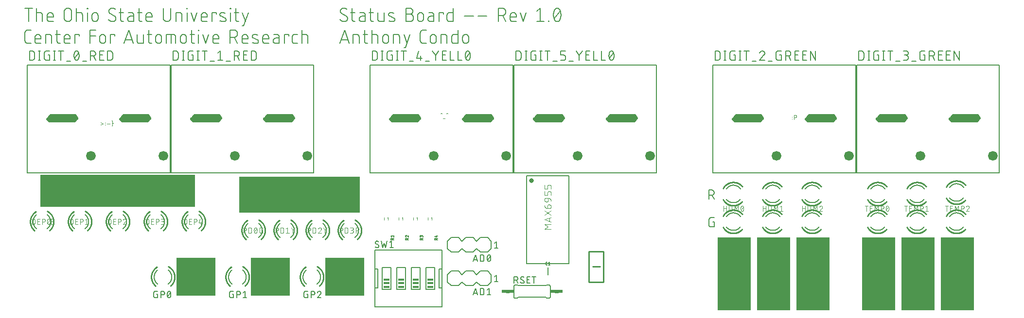
<source format=gto>
G75*
%MOIN*%
%OFA0B0*%
%FSLAX25Y25*%
%IPPOS*%
%LPD*%
%AMOC8*
5,1,8,0,0,1.08239X$1,22.5*
%
%ADD10R,0.23000X0.50000*%
%ADD11C,0.00600*%
%ADD12C,0.00300*%
%ADD13R,1.06000X0.22000*%
%ADD14R,0.83000X0.25000*%
%ADD15R,0.27000X0.26000*%
%ADD16C,0.00800*%
%ADD17C,0.06614*%
%ADD18C,0.01565*%
%ADD19C,0.00700*%
%ADD20C,0.02400*%
%ADD21C,0.00500*%
%ADD22R,0.03400X0.02400*%
%ADD23C,0.03150*%
%ADD24C,0.00400*%
%ADD25R,0.04000X0.01500*%
%ADD26C,0.01000*%
%ADD27R,0.00886X0.00984*%
D10*
X0548842Y0097933D03*
X0575842Y0097933D03*
X0602842Y0097933D03*
X0647842Y0097933D03*
X0674842Y0097933D03*
X0701842Y0097933D03*
D11*
X0696542Y0137533D02*
X0696634Y0137652D01*
X0696728Y0137769D01*
X0696826Y0137883D01*
X0696926Y0137995D01*
X0697030Y0138105D01*
X0697135Y0138211D01*
X0697244Y0138316D01*
X0697355Y0138417D01*
X0697469Y0138515D01*
X0697585Y0138611D01*
X0697703Y0138704D01*
X0697824Y0138793D01*
X0697947Y0138880D01*
X0698072Y0138963D01*
X0698199Y0139044D01*
X0698328Y0139121D01*
X0698459Y0139195D01*
X0698592Y0139266D01*
X0698726Y0139333D01*
X0698862Y0139397D01*
X0699000Y0139457D01*
X0699139Y0139514D01*
X0699280Y0139567D01*
X0699422Y0139617D01*
X0699565Y0139664D01*
X0699709Y0139706D01*
X0699854Y0139746D01*
X0700000Y0139781D01*
X0700147Y0139813D01*
X0700295Y0139841D01*
X0700443Y0139865D01*
X0700592Y0139886D01*
X0700742Y0139903D01*
X0700891Y0139916D01*
X0701041Y0139925D01*
X0701192Y0139931D01*
X0701342Y0139933D01*
X0696606Y0130250D02*
X0696700Y0130131D01*
X0696798Y0130015D01*
X0696898Y0129901D01*
X0697002Y0129790D01*
X0697108Y0129682D01*
X0697216Y0129576D01*
X0697328Y0129474D01*
X0697442Y0129374D01*
X0697558Y0129276D01*
X0697677Y0129182D01*
X0697798Y0129091D01*
X0697922Y0129003D01*
X0698048Y0128918D01*
X0698175Y0128837D01*
X0698305Y0128758D01*
X0698437Y0128683D01*
X0698570Y0128612D01*
X0698706Y0128543D01*
X0698843Y0128478D01*
X0698981Y0128417D01*
X0699122Y0128359D01*
X0699263Y0128305D01*
X0699406Y0128254D01*
X0699550Y0128207D01*
X0699695Y0128163D01*
X0699842Y0128124D01*
X0699989Y0128088D01*
X0700137Y0128055D01*
X0700286Y0128027D01*
X0700436Y0128002D01*
X0700586Y0127981D01*
X0700736Y0127964D01*
X0700888Y0127950D01*
X0701039Y0127941D01*
X0701190Y0127935D01*
X0701342Y0127933D01*
X0706224Y0137420D02*
X0706133Y0137545D01*
X0706039Y0137667D01*
X0705941Y0137786D01*
X0705841Y0137903D01*
X0705737Y0138017D01*
X0705631Y0138129D01*
X0705522Y0138237D01*
X0705410Y0138343D01*
X0705295Y0138446D01*
X0705178Y0138546D01*
X0705058Y0138644D01*
X0704936Y0138737D01*
X0704812Y0138828D01*
X0704685Y0138916D01*
X0704556Y0139000D01*
X0704424Y0139081D01*
X0704291Y0139158D01*
X0704156Y0139232D01*
X0704019Y0139303D01*
X0703880Y0139370D01*
X0703740Y0139433D01*
X0703597Y0139493D01*
X0703454Y0139549D01*
X0703309Y0139601D01*
X0703163Y0139650D01*
X0703015Y0139695D01*
X0702867Y0139736D01*
X0702717Y0139773D01*
X0702567Y0139807D01*
X0702415Y0139836D01*
X0702263Y0139862D01*
X0702111Y0139884D01*
X0701958Y0139901D01*
X0701804Y0139915D01*
X0701650Y0139925D01*
X0701496Y0139931D01*
X0701342Y0139933D01*
X0706078Y0130250D02*
X0705984Y0130131D01*
X0705886Y0130015D01*
X0705786Y0129901D01*
X0705682Y0129790D01*
X0705576Y0129682D01*
X0705468Y0129576D01*
X0705356Y0129474D01*
X0705242Y0129374D01*
X0705126Y0129276D01*
X0705007Y0129182D01*
X0704886Y0129091D01*
X0704762Y0129003D01*
X0704636Y0128918D01*
X0704509Y0128837D01*
X0704379Y0128758D01*
X0704247Y0128683D01*
X0704114Y0128612D01*
X0703978Y0128543D01*
X0703841Y0128478D01*
X0703703Y0128417D01*
X0703562Y0128359D01*
X0703421Y0128305D01*
X0703278Y0128254D01*
X0703134Y0128207D01*
X0702989Y0128163D01*
X0702842Y0128124D01*
X0702695Y0128088D01*
X0702547Y0128055D01*
X0702398Y0128027D01*
X0702248Y0128002D01*
X0702098Y0127981D01*
X0701948Y0127964D01*
X0701796Y0127950D01*
X0701645Y0127941D01*
X0701494Y0127935D01*
X0701342Y0127933D01*
X0674342Y0127933D02*
X0674190Y0127935D01*
X0674039Y0127941D01*
X0673888Y0127950D01*
X0673736Y0127964D01*
X0673586Y0127981D01*
X0673436Y0128002D01*
X0673286Y0128027D01*
X0673137Y0128055D01*
X0672989Y0128088D01*
X0672842Y0128124D01*
X0672695Y0128163D01*
X0672550Y0128207D01*
X0672406Y0128254D01*
X0672263Y0128305D01*
X0672122Y0128359D01*
X0671981Y0128417D01*
X0671843Y0128478D01*
X0671706Y0128543D01*
X0671570Y0128612D01*
X0671437Y0128683D01*
X0671305Y0128758D01*
X0671175Y0128837D01*
X0671048Y0128918D01*
X0670922Y0129003D01*
X0670798Y0129091D01*
X0670677Y0129182D01*
X0670558Y0129276D01*
X0670442Y0129374D01*
X0670328Y0129474D01*
X0670216Y0129576D01*
X0670108Y0129682D01*
X0670002Y0129790D01*
X0669898Y0129901D01*
X0669798Y0130015D01*
X0669700Y0130131D01*
X0669606Y0130250D01*
X0674342Y0139933D02*
X0674496Y0139931D01*
X0674650Y0139925D01*
X0674804Y0139915D01*
X0674958Y0139901D01*
X0675111Y0139884D01*
X0675263Y0139862D01*
X0675415Y0139836D01*
X0675567Y0139807D01*
X0675717Y0139773D01*
X0675867Y0139736D01*
X0676015Y0139695D01*
X0676163Y0139650D01*
X0676309Y0139601D01*
X0676454Y0139549D01*
X0676597Y0139493D01*
X0676740Y0139433D01*
X0676880Y0139370D01*
X0677019Y0139303D01*
X0677156Y0139232D01*
X0677291Y0139158D01*
X0677424Y0139081D01*
X0677556Y0139000D01*
X0677685Y0138916D01*
X0677812Y0138828D01*
X0677936Y0138737D01*
X0678058Y0138644D01*
X0678178Y0138546D01*
X0678295Y0138446D01*
X0678410Y0138343D01*
X0678522Y0138237D01*
X0678631Y0138129D01*
X0678737Y0138017D01*
X0678841Y0137903D01*
X0678941Y0137786D01*
X0679039Y0137667D01*
X0679133Y0137545D01*
X0679224Y0137420D01*
X0674342Y0139933D02*
X0674192Y0139931D01*
X0674041Y0139925D01*
X0673891Y0139916D01*
X0673742Y0139903D01*
X0673592Y0139886D01*
X0673443Y0139865D01*
X0673295Y0139841D01*
X0673147Y0139813D01*
X0673000Y0139781D01*
X0672854Y0139746D01*
X0672709Y0139706D01*
X0672565Y0139664D01*
X0672422Y0139617D01*
X0672280Y0139567D01*
X0672139Y0139514D01*
X0672000Y0139457D01*
X0671862Y0139397D01*
X0671726Y0139333D01*
X0671592Y0139266D01*
X0671459Y0139195D01*
X0671328Y0139121D01*
X0671199Y0139044D01*
X0671072Y0138963D01*
X0670947Y0138880D01*
X0670824Y0138793D01*
X0670703Y0138704D01*
X0670585Y0138611D01*
X0670469Y0138515D01*
X0670355Y0138417D01*
X0670244Y0138316D01*
X0670135Y0138211D01*
X0670030Y0138105D01*
X0669926Y0137995D01*
X0669826Y0137883D01*
X0669728Y0137769D01*
X0669634Y0137652D01*
X0669542Y0137533D01*
X0674342Y0127933D02*
X0674494Y0127935D01*
X0674645Y0127941D01*
X0674796Y0127950D01*
X0674948Y0127964D01*
X0675098Y0127981D01*
X0675248Y0128002D01*
X0675398Y0128027D01*
X0675547Y0128055D01*
X0675695Y0128088D01*
X0675842Y0128124D01*
X0675989Y0128163D01*
X0676134Y0128207D01*
X0676278Y0128254D01*
X0676421Y0128305D01*
X0676562Y0128359D01*
X0676703Y0128417D01*
X0676841Y0128478D01*
X0676978Y0128543D01*
X0677114Y0128612D01*
X0677247Y0128683D01*
X0677379Y0128758D01*
X0677509Y0128837D01*
X0677636Y0128918D01*
X0677762Y0129003D01*
X0677886Y0129091D01*
X0678007Y0129182D01*
X0678126Y0129276D01*
X0678242Y0129374D01*
X0678356Y0129474D01*
X0678468Y0129576D01*
X0678576Y0129682D01*
X0678682Y0129790D01*
X0678786Y0129901D01*
X0678886Y0130015D01*
X0678984Y0130131D01*
X0679078Y0130250D01*
X0647342Y0127933D02*
X0647190Y0127935D01*
X0647039Y0127941D01*
X0646888Y0127950D01*
X0646736Y0127964D01*
X0646586Y0127981D01*
X0646436Y0128002D01*
X0646286Y0128027D01*
X0646137Y0128055D01*
X0645989Y0128088D01*
X0645842Y0128124D01*
X0645695Y0128163D01*
X0645550Y0128207D01*
X0645406Y0128254D01*
X0645263Y0128305D01*
X0645122Y0128359D01*
X0644981Y0128417D01*
X0644843Y0128478D01*
X0644706Y0128543D01*
X0644570Y0128612D01*
X0644437Y0128683D01*
X0644305Y0128758D01*
X0644175Y0128837D01*
X0644048Y0128918D01*
X0643922Y0129003D01*
X0643798Y0129091D01*
X0643677Y0129182D01*
X0643558Y0129276D01*
X0643442Y0129374D01*
X0643328Y0129474D01*
X0643216Y0129576D01*
X0643108Y0129682D01*
X0643002Y0129790D01*
X0642898Y0129901D01*
X0642798Y0130015D01*
X0642700Y0130131D01*
X0642606Y0130250D01*
X0647342Y0139933D02*
X0647496Y0139931D01*
X0647650Y0139925D01*
X0647804Y0139915D01*
X0647958Y0139901D01*
X0648111Y0139884D01*
X0648263Y0139862D01*
X0648415Y0139836D01*
X0648567Y0139807D01*
X0648717Y0139773D01*
X0648867Y0139736D01*
X0649015Y0139695D01*
X0649163Y0139650D01*
X0649309Y0139601D01*
X0649454Y0139549D01*
X0649597Y0139493D01*
X0649740Y0139433D01*
X0649880Y0139370D01*
X0650019Y0139303D01*
X0650156Y0139232D01*
X0650291Y0139158D01*
X0650424Y0139081D01*
X0650556Y0139000D01*
X0650685Y0138916D01*
X0650812Y0138828D01*
X0650936Y0138737D01*
X0651058Y0138644D01*
X0651178Y0138546D01*
X0651295Y0138446D01*
X0651410Y0138343D01*
X0651522Y0138237D01*
X0651631Y0138129D01*
X0651737Y0138017D01*
X0651841Y0137903D01*
X0651941Y0137786D01*
X0652039Y0137667D01*
X0652133Y0137545D01*
X0652224Y0137420D01*
X0647342Y0139933D02*
X0647192Y0139931D01*
X0647041Y0139925D01*
X0646891Y0139916D01*
X0646742Y0139903D01*
X0646592Y0139886D01*
X0646443Y0139865D01*
X0646295Y0139841D01*
X0646147Y0139813D01*
X0646000Y0139781D01*
X0645854Y0139746D01*
X0645709Y0139706D01*
X0645565Y0139664D01*
X0645422Y0139617D01*
X0645280Y0139567D01*
X0645139Y0139514D01*
X0645000Y0139457D01*
X0644862Y0139397D01*
X0644726Y0139333D01*
X0644592Y0139266D01*
X0644459Y0139195D01*
X0644328Y0139121D01*
X0644199Y0139044D01*
X0644072Y0138963D01*
X0643947Y0138880D01*
X0643824Y0138793D01*
X0643703Y0138704D01*
X0643585Y0138611D01*
X0643469Y0138515D01*
X0643355Y0138417D01*
X0643244Y0138316D01*
X0643135Y0138211D01*
X0643030Y0138105D01*
X0642926Y0137995D01*
X0642826Y0137883D01*
X0642728Y0137769D01*
X0642634Y0137652D01*
X0642542Y0137533D01*
X0647342Y0127933D02*
X0647494Y0127935D01*
X0647645Y0127941D01*
X0647796Y0127950D01*
X0647948Y0127964D01*
X0648098Y0127981D01*
X0648248Y0128002D01*
X0648398Y0128027D01*
X0648547Y0128055D01*
X0648695Y0128088D01*
X0648842Y0128124D01*
X0648989Y0128163D01*
X0649134Y0128207D01*
X0649278Y0128254D01*
X0649421Y0128305D01*
X0649562Y0128359D01*
X0649703Y0128417D01*
X0649841Y0128478D01*
X0649978Y0128543D01*
X0650114Y0128612D01*
X0650247Y0128683D01*
X0650379Y0128758D01*
X0650509Y0128837D01*
X0650636Y0128918D01*
X0650762Y0129003D01*
X0650886Y0129091D01*
X0651007Y0129182D01*
X0651126Y0129276D01*
X0651242Y0129374D01*
X0651356Y0129474D01*
X0651468Y0129576D01*
X0651576Y0129682D01*
X0651682Y0129790D01*
X0651786Y0129901D01*
X0651886Y0130015D01*
X0651984Y0130131D01*
X0652078Y0130250D01*
X0642542Y0156533D02*
X0642634Y0156652D01*
X0642728Y0156769D01*
X0642826Y0156883D01*
X0642926Y0156995D01*
X0643030Y0157105D01*
X0643135Y0157211D01*
X0643244Y0157316D01*
X0643355Y0157417D01*
X0643469Y0157515D01*
X0643585Y0157611D01*
X0643703Y0157704D01*
X0643824Y0157793D01*
X0643947Y0157880D01*
X0644072Y0157963D01*
X0644199Y0158044D01*
X0644328Y0158121D01*
X0644459Y0158195D01*
X0644592Y0158266D01*
X0644726Y0158333D01*
X0644862Y0158397D01*
X0645000Y0158457D01*
X0645139Y0158514D01*
X0645280Y0158567D01*
X0645422Y0158617D01*
X0645565Y0158664D01*
X0645709Y0158706D01*
X0645854Y0158746D01*
X0646000Y0158781D01*
X0646147Y0158813D01*
X0646295Y0158841D01*
X0646443Y0158865D01*
X0646592Y0158886D01*
X0646742Y0158903D01*
X0646891Y0158916D01*
X0647041Y0158925D01*
X0647192Y0158931D01*
X0647342Y0158933D01*
X0642606Y0149250D02*
X0642700Y0149131D01*
X0642798Y0149015D01*
X0642898Y0148901D01*
X0643002Y0148790D01*
X0643108Y0148682D01*
X0643216Y0148576D01*
X0643328Y0148474D01*
X0643442Y0148374D01*
X0643558Y0148276D01*
X0643677Y0148182D01*
X0643798Y0148091D01*
X0643922Y0148003D01*
X0644048Y0147918D01*
X0644175Y0147837D01*
X0644305Y0147758D01*
X0644437Y0147683D01*
X0644570Y0147612D01*
X0644706Y0147543D01*
X0644843Y0147478D01*
X0644981Y0147417D01*
X0645122Y0147359D01*
X0645263Y0147305D01*
X0645406Y0147254D01*
X0645550Y0147207D01*
X0645695Y0147163D01*
X0645842Y0147124D01*
X0645989Y0147088D01*
X0646137Y0147055D01*
X0646286Y0147027D01*
X0646436Y0147002D01*
X0646586Y0146981D01*
X0646736Y0146964D01*
X0646888Y0146950D01*
X0647039Y0146941D01*
X0647190Y0146935D01*
X0647342Y0146933D01*
X0652224Y0156420D02*
X0652133Y0156545D01*
X0652039Y0156667D01*
X0651941Y0156786D01*
X0651841Y0156903D01*
X0651737Y0157017D01*
X0651631Y0157129D01*
X0651522Y0157237D01*
X0651410Y0157343D01*
X0651295Y0157446D01*
X0651178Y0157546D01*
X0651058Y0157644D01*
X0650936Y0157737D01*
X0650812Y0157828D01*
X0650685Y0157916D01*
X0650556Y0158000D01*
X0650424Y0158081D01*
X0650291Y0158158D01*
X0650156Y0158232D01*
X0650019Y0158303D01*
X0649880Y0158370D01*
X0649740Y0158433D01*
X0649597Y0158493D01*
X0649454Y0158549D01*
X0649309Y0158601D01*
X0649163Y0158650D01*
X0649015Y0158695D01*
X0648867Y0158736D01*
X0648717Y0158773D01*
X0648567Y0158807D01*
X0648415Y0158836D01*
X0648263Y0158862D01*
X0648111Y0158884D01*
X0647958Y0158901D01*
X0647804Y0158915D01*
X0647650Y0158925D01*
X0647496Y0158931D01*
X0647342Y0158933D01*
X0652078Y0149250D02*
X0651984Y0149131D01*
X0651886Y0149015D01*
X0651786Y0148901D01*
X0651682Y0148790D01*
X0651576Y0148682D01*
X0651468Y0148576D01*
X0651356Y0148474D01*
X0651242Y0148374D01*
X0651126Y0148276D01*
X0651007Y0148182D01*
X0650886Y0148091D01*
X0650762Y0148003D01*
X0650636Y0147918D01*
X0650509Y0147837D01*
X0650379Y0147758D01*
X0650247Y0147683D01*
X0650114Y0147612D01*
X0649978Y0147543D01*
X0649841Y0147478D01*
X0649703Y0147417D01*
X0649562Y0147359D01*
X0649421Y0147305D01*
X0649278Y0147254D01*
X0649134Y0147207D01*
X0648989Y0147163D01*
X0648842Y0147124D01*
X0648695Y0147088D01*
X0648547Y0147055D01*
X0648398Y0147027D01*
X0648248Y0147002D01*
X0648098Y0146981D01*
X0647948Y0146964D01*
X0647796Y0146950D01*
X0647645Y0146941D01*
X0647494Y0146935D01*
X0647342Y0146933D01*
X0674342Y0158933D02*
X0674496Y0158931D01*
X0674650Y0158925D01*
X0674804Y0158915D01*
X0674958Y0158901D01*
X0675111Y0158884D01*
X0675263Y0158862D01*
X0675415Y0158836D01*
X0675567Y0158807D01*
X0675717Y0158773D01*
X0675867Y0158736D01*
X0676015Y0158695D01*
X0676163Y0158650D01*
X0676309Y0158601D01*
X0676454Y0158549D01*
X0676597Y0158493D01*
X0676740Y0158433D01*
X0676880Y0158370D01*
X0677019Y0158303D01*
X0677156Y0158232D01*
X0677291Y0158158D01*
X0677424Y0158081D01*
X0677556Y0158000D01*
X0677685Y0157916D01*
X0677812Y0157828D01*
X0677936Y0157737D01*
X0678058Y0157644D01*
X0678178Y0157546D01*
X0678295Y0157446D01*
X0678410Y0157343D01*
X0678522Y0157237D01*
X0678631Y0157129D01*
X0678737Y0157017D01*
X0678841Y0156903D01*
X0678941Y0156786D01*
X0679039Y0156667D01*
X0679133Y0156545D01*
X0679224Y0156420D01*
X0674342Y0146933D02*
X0674190Y0146935D01*
X0674039Y0146941D01*
X0673888Y0146950D01*
X0673736Y0146964D01*
X0673586Y0146981D01*
X0673436Y0147002D01*
X0673286Y0147027D01*
X0673137Y0147055D01*
X0672989Y0147088D01*
X0672842Y0147124D01*
X0672695Y0147163D01*
X0672550Y0147207D01*
X0672406Y0147254D01*
X0672263Y0147305D01*
X0672122Y0147359D01*
X0671981Y0147417D01*
X0671843Y0147478D01*
X0671706Y0147543D01*
X0671570Y0147612D01*
X0671437Y0147683D01*
X0671305Y0147758D01*
X0671175Y0147837D01*
X0671048Y0147918D01*
X0670922Y0148003D01*
X0670798Y0148091D01*
X0670677Y0148182D01*
X0670558Y0148276D01*
X0670442Y0148374D01*
X0670328Y0148474D01*
X0670216Y0148576D01*
X0670108Y0148682D01*
X0670002Y0148790D01*
X0669898Y0148901D01*
X0669798Y0149015D01*
X0669700Y0149131D01*
X0669606Y0149250D01*
X0674342Y0146933D02*
X0674494Y0146935D01*
X0674645Y0146941D01*
X0674796Y0146950D01*
X0674948Y0146964D01*
X0675098Y0146981D01*
X0675248Y0147002D01*
X0675398Y0147027D01*
X0675547Y0147055D01*
X0675695Y0147088D01*
X0675842Y0147124D01*
X0675989Y0147163D01*
X0676134Y0147207D01*
X0676278Y0147254D01*
X0676421Y0147305D01*
X0676562Y0147359D01*
X0676703Y0147417D01*
X0676841Y0147478D01*
X0676978Y0147543D01*
X0677114Y0147612D01*
X0677247Y0147683D01*
X0677379Y0147758D01*
X0677509Y0147837D01*
X0677636Y0147918D01*
X0677762Y0148003D01*
X0677886Y0148091D01*
X0678007Y0148182D01*
X0678126Y0148276D01*
X0678242Y0148374D01*
X0678356Y0148474D01*
X0678468Y0148576D01*
X0678576Y0148682D01*
X0678682Y0148790D01*
X0678786Y0148901D01*
X0678886Y0149015D01*
X0678984Y0149131D01*
X0679078Y0149250D01*
X0674342Y0158933D02*
X0674192Y0158931D01*
X0674041Y0158925D01*
X0673891Y0158916D01*
X0673742Y0158903D01*
X0673592Y0158886D01*
X0673443Y0158865D01*
X0673295Y0158841D01*
X0673147Y0158813D01*
X0673000Y0158781D01*
X0672854Y0158746D01*
X0672709Y0158706D01*
X0672565Y0158664D01*
X0672422Y0158617D01*
X0672280Y0158567D01*
X0672139Y0158514D01*
X0672000Y0158457D01*
X0671862Y0158397D01*
X0671726Y0158333D01*
X0671592Y0158266D01*
X0671459Y0158195D01*
X0671328Y0158121D01*
X0671199Y0158044D01*
X0671072Y0157963D01*
X0670947Y0157880D01*
X0670824Y0157793D01*
X0670703Y0157704D01*
X0670585Y0157611D01*
X0670469Y0157515D01*
X0670355Y0157417D01*
X0670244Y0157316D01*
X0670135Y0157211D01*
X0670030Y0157105D01*
X0669926Y0156995D01*
X0669826Y0156883D01*
X0669728Y0156769D01*
X0669634Y0156652D01*
X0669542Y0156533D01*
X0701342Y0159933D02*
X0701496Y0159931D01*
X0701650Y0159925D01*
X0701804Y0159915D01*
X0701958Y0159901D01*
X0702111Y0159884D01*
X0702263Y0159862D01*
X0702415Y0159836D01*
X0702567Y0159807D01*
X0702717Y0159773D01*
X0702867Y0159736D01*
X0703015Y0159695D01*
X0703163Y0159650D01*
X0703309Y0159601D01*
X0703454Y0159549D01*
X0703597Y0159493D01*
X0703740Y0159433D01*
X0703880Y0159370D01*
X0704019Y0159303D01*
X0704156Y0159232D01*
X0704291Y0159158D01*
X0704424Y0159081D01*
X0704556Y0159000D01*
X0704685Y0158916D01*
X0704812Y0158828D01*
X0704936Y0158737D01*
X0705058Y0158644D01*
X0705178Y0158546D01*
X0705295Y0158446D01*
X0705410Y0158343D01*
X0705522Y0158237D01*
X0705631Y0158129D01*
X0705737Y0158017D01*
X0705841Y0157903D01*
X0705941Y0157786D01*
X0706039Y0157667D01*
X0706133Y0157545D01*
X0706224Y0157420D01*
X0701342Y0147933D02*
X0701190Y0147935D01*
X0701039Y0147941D01*
X0700888Y0147950D01*
X0700736Y0147964D01*
X0700586Y0147981D01*
X0700436Y0148002D01*
X0700286Y0148027D01*
X0700137Y0148055D01*
X0699989Y0148088D01*
X0699842Y0148124D01*
X0699695Y0148163D01*
X0699550Y0148207D01*
X0699406Y0148254D01*
X0699263Y0148305D01*
X0699122Y0148359D01*
X0698981Y0148417D01*
X0698843Y0148478D01*
X0698706Y0148543D01*
X0698570Y0148612D01*
X0698437Y0148683D01*
X0698305Y0148758D01*
X0698175Y0148837D01*
X0698048Y0148918D01*
X0697922Y0149003D01*
X0697798Y0149091D01*
X0697677Y0149182D01*
X0697558Y0149276D01*
X0697442Y0149374D01*
X0697328Y0149474D01*
X0697216Y0149576D01*
X0697108Y0149682D01*
X0697002Y0149790D01*
X0696898Y0149901D01*
X0696798Y0150015D01*
X0696700Y0150131D01*
X0696606Y0150250D01*
X0701342Y0147933D02*
X0701494Y0147935D01*
X0701645Y0147941D01*
X0701796Y0147950D01*
X0701948Y0147964D01*
X0702098Y0147981D01*
X0702248Y0148002D01*
X0702398Y0148027D01*
X0702547Y0148055D01*
X0702695Y0148088D01*
X0702842Y0148124D01*
X0702989Y0148163D01*
X0703134Y0148207D01*
X0703278Y0148254D01*
X0703421Y0148305D01*
X0703562Y0148359D01*
X0703703Y0148417D01*
X0703841Y0148478D01*
X0703978Y0148543D01*
X0704114Y0148612D01*
X0704247Y0148683D01*
X0704379Y0148758D01*
X0704509Y0148837D01*
X0704636Y0148918D01*
X0704762Y0149003D01*
X0704886Y0149091D01*
X0705007Y0149182D01*
X0705126Y0149276D01*
X0705242Y0149374D01*
X0705356Y0149474D01*
X0705468Y0149576D01*
X0705576Y0149682D01*
X0705682Y0149790D01*
X0705786Y0149901D01*
X0705886Y0150015D01*
X0705984Y0150131D01*
X0706078Y0150250D01*
X0701342Y0159933D02*
X0701192Y0159931D01*
X0701041Y0159925D01*
X0700891Y0159916D01*
X0700742Y0159903D01*
X0700592Y0159886D01*
X0700443Y0159865D01*
X0700295Y0159841D01*
X0700147Y0159813D01*
X0700000Y0159781D01*
X0699854Y0159746D01*
X0699709Y0159706D01*
X0699565Y0159664D01*
X0699422Y0159617D01*
X0699280Y0159567D01*
X0699139Y0159514D01*
X0699000Y0159457D01*
X0698862Y0159397D01*
X0698726Y0159333D01*
X0698592Y0159266D01*
X0698459Y0159195D01*
X0698328Y0159121D01*
X0698199Y0159044D01*
X0698072Y0158963D01*
X0697947Y0158880D01*
X0697824Y0158793D01*
X0697703Y0158704D01*
X0697585Y0158611D01*
X0697469Y0158515D01*
X0697355Y0158417D01*
X0697244Y0158316D01*
X0697135Y0158211D01*
X0697030Y0158105D01*
X0696926Y0157995D01*
X0696826Y0157883D01*
X0696728Y0157769D01*
X0696634Y0157652D01*
X0696542Y0157533D01*
X0602342Y0146933D02*
X0602190Y0146935D01*
X0602039Y0146941D01*
X0601888Y0146950D01*
X0601736Y0146964D01*
X0601586Y0146981D01*
X0601436Y0147002D01*
X0601286Y0147027D01*
X0601137Y0147055D01*
X0600989Y0147088D01*
X0600842Y0147124D01*
X0600695Y0147163D01*
X0600550Y0147207D01*
X0600406Y0147254D01*
X0600263Y0147305D01*
X0600122Y0147359D01*
X0599981Y0147417D01*
X0599843Y0147478D01*
X0599706Y0147543D01*
X0599570Y0147612D01*
X0599437Y0147683D01*
X0599305Y0147758D01*
X0599175Y0147837D01*
X0599048Y0147918D01*
X0598922Y0148003D01*
X0598798Y0148091D01*
X0598677Y0148182D01*
X0598558Y0148276D01*
X0598442Y0148374D01*
X0598328Y0148474D01*
X0598216Y0148576D01*
X0598108Y0148682D01*
X0598002Y0148790D01*
X0597898Y0148901D01*
X0597798Y0149015D01*
X0597700Y0149131D01*
X0597606Y0149250D01*
X0602342Y0158933D02*
X0602496Y0158931D01*
X0602650Y0158925D01*
X0602804Y0158915D01*
X0602958Y0158901D01*
X0603111Y0158884D01*
X0603263Y0158862D01*
X0603415Y0158836D01*
X0603567Y0158807D01*
X0603717Y0158773D01*
X0603867Y0158736D01*
X0604015Y0158695D01*
X0604163Y0158650D01*
X0604309Y0158601D01*
X0604454Y0158549D01*
X0604597Y0158493D01*
X0604740Y0158433D01*
X0604880Y0158370D01*
X0605019Y0158303D01*
X0605156Y0158232D01*
X0605291Y0158158D01*
X0605424Y0158081D01*
X0605556Y0158000D01*
X0605685Y0157916D01*
X0605812Y0157828D01*
X0605936Y0157737D01*
X0606058Y0157644D01*
X0606178Y0157546D01*
X0606295Y0157446D01*
X0606410Y0157343D01*
X0606522Y0157237D01*
X0606631Y0157129D01*
X0606737Y0157017D01*
X0606841Y0156903D01*
X0606941Y0156786D01*
X0607039Y0156667D01*
X0607133Y0156545D01*
X0607224Y0156420D01*
X0602342Y0158933D02*
X0602192Y0158931D01*
X0602041Y0158925D01*
X0601891Y0158916D01*
X0601742Y0158903D01*
X0601592Y0158886D01*
X0601443Y0158865D01*
X0601295Y0158841D01*
X0601147Y0158813D01*
X0601000Y0158781D01*
X0600854Y0158746D01*
X0600709Y0158706D01*
X0600565Y0158664D01*
X0600422Y0158617D01*
X0600280Y0158567D01*
X0600139Y0158514D01*
X0600000Y0158457D01*
X0599862Y0158397D01*
X0599726Y0158333D01*
X0599592Y0158266D01*
X0599459Y0158195D01*
X0599328Y0158121D01*
X0599199Y0158044D01*
X0599072Y0157963D01*
X0598947Y0157880D01*
X0598824Y0157793D01*
X0598703Y0157704D01*
X0598585Y0157611D01*
X0598469Y0157515D01*
X0598355Y0157417D01*
X0598244Y0157316D01*
X0598135Y0157211D01*
X0598030Y0157105D01*
X0597926Y0156995D01*
X0597826Y0156883D01*
X0597728Y0156769D01*
X0597634Y0156652D01*
X0597542Y0156533D01*
X0602342Y0146933D02*
X0602494Y0146935D01*
X0602645Y0146941D01*
X0602796Y0146950D01*
X0602948Y0146964D01*
X0603098Y0146981D01*
X0603248Y0147002D01*
X0603398Y0147027D01*
X0603547Y0147055D01*
X0603695Y0147088D01*
X0603842Y0147124D01*
X0603989Y0147163D01*
X0604134Y0147207D01*
X0604278Y0147254D01*
X0604421Y0147305D01*
X0604562Y0147359D01*
X0604703Y0147417D01*
X0604841Y0147478D01*
X0604978Y0147543D01*
X0605114Y0147612D01*
X0605247Y0147683D01*
X0605379Y0147758D01*
X0605509Y0147837D01*
X0605636Y0147918D01*
X0605762Y0148003D01*
X0605886Y0148091D01*
X0606007Y0148182D01*
X0606126Y0148276D01*
X0606242Y0148374D01*
X0606356Y0148474D01*
X0606468Y0148576D01*
X0606576Y0148682D01*
X0606682Y0148790D01*
X0606786Y0148901D01*
X0606886Y0149015D01*
X0606984Y0149131D01*
X0607078Y0149250D01*
X0597606Y0130250D02*
X0597700Y0130131D01*
X0597798Y0130015D01*
X0597898Y0129901D01*
X0598002Y0129790D01*
X0598108Y0129682D01*
X0598216Y0129576D01*
X0598328Y0129474D01*
X0598442Y0129374D01*
X0598558Y0129276D01*
X0598677Y0129182D01*
X0598798Y0129091D01*
X0598922Y0129003D01*
X0599048Y0128918D01*
X0599175Y0128837D01*
X0599305Y0128758D01*
X0599437Y0128683D01*
X0599570Y0128612D01*
X0599706Y0128543D01*
X0599843Y0128478D01*
X0599981Y0128417D01*
X0600122Y0128359D01*
X0600263Y0128305D01*
X0600406Y0128254D01*
X0600550Y0128207D01*
X0600695Y0128163D01*
X0600842Y0128124D01*
X0600989Y0128088D01*
X0601137Y0128055D01*
X0601286Y0128027D01*
X0601436Y0128002D01*
X0601586Y0127981D01*
X0601736Y0127964D01*
X0601888Y0127950D01*
X0602039Y0127941D01*
X0602190Y0127935D01*
X0602342Y0127933D01*
X0597542Y0137533D02*
X0597634Y0137652D01*
X0597728Y0137769D01*
X0597826Y0137883D01*
X0597926Y0137995D01*
X0598030Y0138105D01*
X0598135Y0138211D01*
X0598244Y0138316D01*
X0598355Y0138417D01*
X0598469Y0138515D01*
X0598585Y0138611D01*
X0598703Y0138704D01*
X0598824Y0138793D01*
X0598947Y0138880D01*
X0599072Y0138963D01*
X0599199Y0139044D01*
X0599328Y0139121D01*
X0599459Y0139195D01*
X0599592Y0139266D01*
X0599726Y0139333D01*
X0599862Y0139397D01*
X0600000Y0139457D01*
X0600139Y0139514D01*
X0600280Y0139567D01*
X0600422Y0139617D01*
X0600565Y0139664D01*
X0600709Y0139706D01*
X0600854Y0139746D01*
X0601000Y0139781D01*
X0601147Y0139813D01*
X0601295Y0139841D01*
X0601443Y0139865D01*
X0601592Y0139886D01*
X0601742Y0139903D01*
X0601891Y0139916D01*
X0602041Y0139925D01*
X0602192Y0139931D01*
X0602342Y0139933D01*
X0607078Y0130250D02*
X0606984Y0130131D01*
X0606886Y0130015D01*
X0606786Y0129901D01*
X0606682Y0129790D01*
X0606576Y0129682D01*
X0606468Y0129576D01*
X0606356Y0129474D01*
X0606242Y0129374D01*
X0606126Y0129276D01*
X0606007Y0129182D01*
X0605886Y0129091D01*
X0605762Y0129003D01*
X0605636Y0128918D01*
X0605509Y0128837D01*
X0605379Y0128758D01*
X0605247Y0128683D01*
X0605114Y0128612D01*
X0604978Y0128543D01*
X0604841Y0128478D01*
X0604703Y0128417D01*
X0604562Y0128359D01*
X0604421Y0128305D01*
X0604278Y0128254D01*
X0604134Y0128207D01*
X0603989Y0128163D01*
X0603842Y0128124D01*
X0603695Y0128088D01*
X0603547Y0128055D01*
X0603398Y0128027D01*
X0603248Y0128002D01*
X0603098Y0127981D01*
X0602948Y0127964D01*
X0602796Y0127950D01*
X0602645Y0127941D01*
X0602494Y0127935D01*
X0602342Y0127933D01*
X0607224Y0137420D02*
X0607133Y0137545D01*
X0607039Y0137667D01*
X0606941Y0137786D01*
X0606841Y0137903D01*
X0606737Y0138017D01*
X0606631Y0138129D01*
X0606522Y0138237D01*
X0606410Y0138343D01*
X0606295Y0138446D01*
X0606178Y0138546D01*
X0606058Y0138644D01*
X0605936Y0138737D01*
X0605812Y0138828D01*
X0605685Y0138916D01*
X0605556Y0139000D01*
X0605424Y0139081D01*
X0605291Y0139158D01*
X0605156Y0139232D01*
X0605019Y0139303D01*
X0604880Y0139370D01*
X0604740Y0139433D01*
X0604597Y0139493D01*
X0604454Y0139549D01*
X0604309Y0139601D01*
X0604163Y0139650D01*
X0604015Y0139695D01*
X0603867Y0139736D01*
X0603717Y0139773D01*
X0603567Y0139807D01*
X0603415Y0139836D01*
X0603263Y0139862D01*
X0603111Y0139884D01*
X0602958Y0139901D01*
X0602804Y0139915D01*
X0602650Y0139925D01*
X0602496Y0139931D01*
X0602342Y0139933D01*
X0575342Y0127933D02*
X0575190Y0127935D01*
X0575039Y0127941D01*
X0574888Y0127950D01*
X0574736Y0127964D01*
X0574586Y0127981D01*
X0574436Y0128002D01*
X0574286Y0128027D01*
X0574137Y0128055D01*
X0573989Y0128088D01*
X0573842Y0128124D01*
X0573695Y0128163D01*
X0573550Y0128207D01*
X0573406Y0128254D01*
X0573263Y0128305D01*
X0573122Y0128359D01*
X0572981Y0128417D01*
X0572843Y0128478D01*
X0572706Y0128543D01*
X0572570Y0128612D01*
X0572437Y0128683D01*
X0572305Y0128758D01*
X0572175Y0128837D01*
X0572048Y0128918D01*
X0571922Y0129003D01*
X0571798Y0129091D01*
X0571677Y0129182D01*
X0571558Y0129276D01*
X0571442Y0129374D01*
X0571328Y0129474D01*
X0571216Y0129576D01*
X0571108Y0129682D01*
X0571002Y0129790D01*
X0570898Y0129901D01*
X0570798Y0130015D01*
X0570700Y0130131D01*
X0570606Y0130250D01*
X0575342Y0139933D02*
X0575496Y0139931D01*
X0575650Y0139925D01*
X0575804Y0139915D01*
X0575958Y0139901D01*
X0576111Y0139884D01*
X0576263Y0139862D01*
X0576415Y0139836D01*
X0576567Y0139807D01*
X0576717Y0139773D01*
X0576867Y0139736D01*
X0577015Y0139695D01*
X0577163Y0139650D01*
X0577309Y0139601D01*
X0577454Y0139549D01*
X0577597Y0139493D01*
X0577740Y0139433D01*
X0577880Y0139370D01*
X0578019Y0139303D01*
X0578156Y0139232D01*
X0578291Y0139158D01*
X0578424Y0139081D01*
X0578556Y0139000D01*
X0578685Y0138916D01*
X0578812Y0138828D01*
X0578936Y0138737D01*
X0579058Y0138644D01*
X0579178Y0138546D01*
X0579295Y0138446D01*
X0579410Y0138343D01*
X0579522Y0138237D01*
X0579631Y0138129D01*
X0579737Y0138017D01*
X0579841Y0137903D01*
X0579941Y0137786D01*
X0580039Y0137667D01*
X0580133Y0137545D01*
X0580224Y0137420D01*
X0575342Y0139933D02*
X0575192Y0139931D01*
X0575041Y0139925D01*
X0574891Y0139916D01*
X0574742Y0139903D01*
X0574592Y0139886D01*
X0574443Y0139865D01*
X0574295Y0139841D01*
X0574147Y0139813D01*
X0574000Y0139781D01*
X0573854Y0139746D01*
X0573709Y0139706D01*
X0573565Y0139664D01*
X0573422Y0139617D01*
X0573280Y0139567D01*
X0573139Y0139514D01*
X0573000Y0139457D01*
X0572862Y0139397D01*
X0572726Y0139333D01*
X0572592Y0139266D01*
X0572459Y0139195D01*
X0572328Y0139121D01*
X0572199Y0139044D01*
X0572072Y0138963D01*
X0571947Y0138880D01*
X0571824Y0138793D01*
X0571703Y0138704D01*
X0571585Y0138611D01*
X0571469Y0138515D01*
X0571355Y0138417D01*
X0571244Y0138316D01*
X0571135Y0138211D01*
X0571030Y0138105D01*
X0570926Y0137995D01*
X0570826Y0137883D01*
X0570728Y0137769D01*
X0570634Y0137652D01*
X0570542Y0137533D01*
X0575342Y0127933D02*
X0575494Y0127935D01*
X0575645Y0127941D01*
X0575796Y0127950D01*
X0575948Y0127964D01*
X0576098Y0127981D01*
X0576248Y0128002D01*
X0576398Y0128027D01*
X0576547Y0128055D01*
X0576695Y0128088D01*
X0576842Y0128124D01*
X0576989Y0128163D01*
X0577134Y0128207D01*
X0577278Y0128254D01*
X0577421Y0128305D01*
X0577562Y0128359D01*
X0577703Y0128417D01*
X0577841Y0128478D01*
X0577978Y0128543D01*
X0578114Y0128612D01*
X0578247Y0128683D01*
X0578379Y0128758D01*
X0578509Y0128837D01*
X0578636Y0128918D01*
X0578762Y0129003D01*
X0578886Y0129091D01*
X0579007Y0129182D01*
X0579126Y0129276D01*
X0579242Y0129374D01*
X0579356Y0129474D01*
X0579468Y0129576D01*
X0579576Y0129682D01*
X0579682Y0129790D01*
X0579786Y0129901D01*
X0579886Y0130015D01*
X0579984Y0130131D01*
X0580078Y0130250D01*
X0548342Y0127933D02*
X0548190Y0127935D01*
X0548039Y0127941D01*
X0547888Y0127950D01*
X0547736Y0127964D01*
X0547586Y0127981D01*
X0547436Y0128002D01*
X0547286Y0128027D01*
X0547137Y0128055D01*
X0546989Y0128088D01*
X0546842Y0128124D01*
X0546695Y0128163D01*
X0546550Y0128207D01*
X0546406Y0128254D01*
X0546263Y0128305D01*
X0546122Y0128359D01*
X0545981Y0128417D01*
X0545843Y0128478D01*
X0545706Y0128543D01*
X0545570Y0128612D01*
X0545437Y0128683D01*
X0545305Y0128758D01*
X0545175Y0128837D01*
X0545048Y0128918D01*
X0544922Y0129003D01*
X0544798Y0129091D01*
X0544677Y0129182D01*
X0544558Y0129276D01*
X0544442Y0129374D01*
X0544328Y0129474D01*
X0544216Y0129576D01*
X0544108Y0129682D01*
X0544002Y0129790D01*
X0543898Y0129901D01*
X0543798Y0130015D01*
X0543700Y0130131D01*
X0543606Y0130250D01*
X0548342Y0139933D02*
X0548496Y0139931D01*
X0548650Y0139925D01*
X0548804Y0139915D01*
X0548958Y0139901D01*
X0549111Y0139884D01*
X0549263Y0139862D01*
X0549415Y0139836D01*
X0549567Y0139807D01*
X0549717Y0139773D01*
X0549867Y0139736D01*
X0550015Y0139695D01*
X0550163Y0139650D01*
X0550309Y0139601D01*
X0550454Y0139549D01*
X0550597Y0139493D01*
X0550740Y0139433D01*
X0550880Y0139370D01*
X0551019Y0139303D01*
X0551156Y0139232D01*
X0551291Y0139158D01*
X0551424Y0139081D01*
X0551556Y0139000D01*
X0551685Y0138916D01*
X0551812Y0138828D01*
X0551936Y0138737D01*
X0552058Y0138644D01*
X0552178Y0138546D01*
X0552295Y0138446D01*
X0552410Y0138343D01*
X0552522Y0138237D01*
X0552631Y0138129D01*
X0552737Y0138017D01*
X0552841Y0137903D01*
X0552941Y0137786D01*
X0553039Y0137667D01*
X0553133Y0137545D01*
X0553224Y0137420D01*
X0548342Y0139933D02*
X0548192Y0139931D01*
X0548041Y0139925D01*
X0547891Y0139916D01*
X0547742Y0139903D01*
X0547592Y0139886D01*
X0547443Y0139865D01*
X0547295Y0139841D01*
X0547147Y0139813D01*
X0547000Y0139781D01*
X0546854Y0139746D01*
X0546709Y0139706D01*
X0546565Y0139664D01*
X0546422Y0139617D01*
X0546280Y0139567D01*
X0546139Y0139514D01*
X0546000Y0139457D01*
X0545862Y0139397D01*
X0545726Y0139333D01*
X0545592Y0139266D01*
X0545459Y0139195D01*
X0545328Y0139121D01*
X0545199Y0139044D01*
X0545072Y0138963D01*
X0544947Y0138880D01*
X0544824Y0138793D01*
X0544703Y0138704D01*
X0544585Y0138611D01*
X0544469Y0138515D01*
X0544355Y0138417D01*
X0544244Y0138316D01*
X0544135Y0138211D01*
X0544030Y0138105D01*
X0543926Y0137995D01*
X0543826Y0137883D01*
X0543728Y0137769D01*
X0543634Y0137652D01*
X0543542Y0137533D01*
X0548342Y0127933D02*
X0548494Y0127935D01*
X0548645Y0127941D01*
X0548796Y0127950D01*
X0548948Y0127964D01*
X0549098Y0127981D01*
X0549248Y0128002D01*
X0549398Y0128027D01*
X0549547Y0128055D01*
X0549695Y0128088D01*
X0549842Y0128124D01*
X0549989Y0128163D01*
X0550134Y0128207D01*
X0550278Y0128254D01*
X0550421Y0128305D01*
X0550562Y0128359D01*
X0550703Y0128417D01*
X0550841Y0128478D01*
X0550978Y0128543D01*
X0551114Y0128612D01*
X0551247Y0128683D01*
X0551379Y0128758D01*
X0551509Y0128837D01*
X0551636Y0128918D01*
X0551762Y0129003D01*
X0551886Y0129091D01*
X0552007Y0129182D01*
X0552126Y0129276D01*
X0552242Y0129374D01*
X0552356Y0129474D01*
X0552468Y0129576D01*
X0552576Y0129682D01*
X0552682Y0129790D01*
X0552786Y0129901D01*
X0552886Y0130015D01*
X0552984Y0130131D01*
X0553078Y0130250D01*
X0535197Y0130233D02*
X0533064Y0130233D01*
X0532990Y0130235D01*
X0532915Y0130241D01*
X0532842Y0130251D01*
X0532768Y0130264D01*
X0532696Y0130281D01*
X0532625Y0130303D01*
X0532554Y0130327D01*
X0532486Y0130356D01*
X0532418Y0130388D01*
X0532353Y0130424D01*
X0532290Y0130462D01*
X0532228Y0130505D01*
X0532169Y0130550D01*
X0532112Y0130598D01*
X0532058Y0130649D01*
X0532007Y0130703D01*
X0531959Y0130760D01*
X0531914Y0130819D01*
X0531871Y0130881D01*
X0531833Y0130944D01*
X0531797Y0131009D01*
X0531765Y0131077D01*
X0531736Y0131145D01*
X0531712Y0131216D01*
X0531690Y0131287D01*
X0531673Y0131359D01*
X0531660Y0131433D01*
X0531650Y0131506D01*
X0531644Y0131581D01*
X0531642Y0131655D01*
X0531642Y0135211D01*
X0531644Y0135285D01*
X0531650Y0135360D01*
X0531660Y0135433D01*
X0531673Y0135507D01*
X0531690Y0135579D01*
X0531712Y0135650D01*
X0531736Y0135721D01*
X0531765Y0135789D01*
X0531797Y0135857D01*
X0531833Y0135922D01*
X0531871Y0135985D01*
X0531914Y0136047D01*
X0531959Y0136106D01*
X0532007Y0136162D01*
X0532058Y0136217D01*
X0532112Y0136268D01*
X0532169Y0136316D01*
X0532228Y0136361D01*
X0532290Y0136404D01*
X0532353Y0136442D01*
X0532418Y0136478D01*
X0532486Y0136510D01*
X0532554Y0136539D01*
X0532625Y0136563D01*
X0532696Y0136585D01*
X0532768Y0136602D01*
X0532842Y0136615D01*
X0532915Y0136625D01*
X0532990Y0136631D01*
X0533064Y0136633D01*
X0535197Y0136633D01*
X0535197Y0133789D02*
X0535197Y0130233D01*
X0535197Y0133789D02*
X0534131Y0133789D01*
X0535197Y0149233D02*
X0533775Y0152078D01*
X0533420Y0152078D02*
X0531642Y0152078D01*
X0533420Y0152077D02*
X0533503Y0152079D01*
X0533586Y0152085D01*
X0533669Y0152095D01*
X0533752Y0152108D01*
X0533833Y0152126D01*
X0533914Y0152147D01*
X0533993Y0152172D01*
X0534071Y0152201D01*
X0534148Y0152233D01*
X0534223Y0152269D01*
X0534297Y0152308D01*
X0534368Y0152351D01*
X0534438Y0152397D01*
X0534505Y0152447D01*
X0534570Y0152499D01*
X0534632Y0152554D01*
X0534692Y0152613D01*
X0534749Y0152674D01*
X0534803Y0152737D01*
X0534854Y0152803D01*
X0534901Y0152872D01*
X0534946Y0152942D01*
X0534987Y0153015D01*
X0535024Y0153089D01*
X0535059Y0153165D01*
X0535089Y0153243D01*
X0535116Y0153321D01*
X0535139Y0153402D01*
X0535159Y0153483D01*
X0535174Y0153565D01*
X0535186Y0153647D01*
X0535194Y0153730D01*
X0535198Y0153813D01*
X0535198Y0153897D01*
X0535194Y0153980D01*
X0535186Y0154063D01*
X0535174Y0154145D01*
X0535159Y0154227D01*
X0535139Y0154308D01*
X0535116Y0154389D01*
X0535089Y0154467D01*
X0535059Y0154545D01*
X0535024Y0154621D01*
X0534987Y0154695D01*
X0534946Y0154768D01*
X0534901Y0154838D01*
X0534854Y0154907D01*
X0534803Y0154973D01*
X0534749Y0155036D01*
X0534692Y0155097D01*
X0534632Y0155156D01*
X0534570Y0155211D01*
X0534505Y0155263D01*
X0534438Y0155313D01*
X0534368Y0155359D01*
X0534297Y0155402D01*
X0534223Y0155441D01*
X0534148Y0155477D01*
X0534071Y0155509D01*
X0533993Y0155538D01*
X0533914Y0155563D01*
X0533833Y0155584D01*
X0533752Y0155602D01*
X0533669Y0155615D01*
X0533586Y0155625D01*
X0533503Y0155631D01*
X0533420Y0155633D01*
X0531642Y0155633D01*
X0531642Y0149233D01*
X0548342Y0158933D02*
X0548496Y0158931D01*
X0548650Y0158925D01*
X0548804Y0158915D01*
X0548958Y0158901D01*
X0549111Y0158884D01*
X0549263Y0158862D01*
X0549415Y0158836D01*
X0549567Y0158807D01*
X0549717Y0158773D01*
X0549867Y0158736D01*
X0550015Y0158695D01*
X0550163Y0158650D01*
X0550309Y0158601D01*
X0550454Y0158549D01*
X0550597Y0158493D01*
X0550740Y0158433D01*
X0550880Y0158370D01*
X0551019Y0158303D01*
X0551156Y0158232D01*
X0551291Y0158158D01*
X0551424Y0158081D01*
X0551556Y0158000D01*
X0551685Y0157916D01*
X0551812Y0157828D01*
X0551936Y0157737D01*
X0552058Y0157644D01*
X0552178Y0157546D01*
X0552295Y0157446D01*
X0552410Y0157343D01*
X0552522Y0157237D01*
X0552631Y0157129D01*
X0552737Y0157017D01*
X0552841Y0156903D01*
X0552941Y0156786D01*
X0553039Y0156667D01*
X0553133Y0156545D01*
X0553224Y0156420D01*
X0548342Y0146933D02*
X0548190Y0146935D01*
X0548039Y0146941D01*
X0547888Y0146950D01*
X0547736Y0146964D01*
X0547586Y0146981D01*
X0547436Y0147002D01*
X0547286Y0147027D01*
X0547137Y0147055D01*
X0546989Y0147088D01*
X0546842Y0147124D01*
X0546695Y0147163D01*
X0546550Y0147207D01*
X0546406Y0147254D01*
X0546263Y0147305D01*
X0546122Y0147359D01*
X0545981Y0147417D01*
X0545843Y0147478D01*
X0545706Y0147543D01*
X0545570Y0147612D01*
X0545437Y0147683D01*
X0545305Y0147758D01*
X0545175Y0147837D01*
X0545048Y0147918D01*
X0544922Y0148003D01*
X0544798Y0148091D01*
X0544677Y0148182D01*
X0544558Y0148276D01*
X0544442Y0148374D01*
X0544328Y0148474D01*
X0544216Y0148576D01*
X0544108Y0148682D01*
X0544002Y0148790D01*
X0543898Y0148901D01*
X0543798Y0149015D01*
X0543700Y0149131D01*
X0543606Y0149250D01*
X0548342Y0146933D02*
X0548494Y0146935D01*
X0548645Y0146941D01*
X0548796Y0146950D01*
X0548948Y0146964D01*
X0549098Y0146981D01*
X0549248Y0147002D01*
X0549398Y0147027D01*
X0549547Y0147055D01*
X0549695Y0147088D01*
X0549842Y0147124D01*
X0549989Y0147163D01*
X0550134Y0147207D01*
X0550278Y0147254D01*
X0550421Y0147305D01*
X0550562Y0147359D01*
X0550703Y0147417D01*
X0550841Y0147478D01*
X0550978Y0147543D01*
X0551114Y0147612D01*
X0551247Y0147683D01*
X0551379Y0147758D01*
X0551509Y0147837D01*
X0551636Y0147918D01*
X0551762Y0148003D01*
X0551886Y0148091D01*
X0552007Y0148182D01*
X0552126Y0148276D01*
X0552242Y0148374D01*
X0552356Y0148474D01*
X0552468Y0148576D01*
X0552576Y0148682D01*
X0552682Y0148790D01*
X0552786Y0148901D01*
X0552886Y0149015D01*
X0552984Y0149131D01*
X0553078Y0149250D01*
X0548342Y0158933D02*
X0548192Y0158931D01*
X0548041Y0158925D01*
X0547891Y0158916D01*
X0547742Y0158903D01*
X0547592Y0158886D01*
X0547443Y0158865D01*
X0547295Y0158841D01*
X0547147Y0158813D01*
X0547000Y0158781D01*
X0546854Y0158746D01*
X0546709Y0158706D01*
X0546565Y0158664D01*
X0546422Y0158617D01*
X0546280Y0158567D01*
X0546139Y0158514D01*
X0546000Y0158457D01*
X0545862Y0158397D01*
X0545726Y0158333D01*
X0545592Y0158266D01*
X0545459Y0158195D01*
X0545328Y0158121D01*
X0545199Y0158044D01*
X0545072Y0157963D01*
X0544947Y0157880D01*
X0544824Y0157793D01*
X0544703Y0157704D01*
X0544585Y0157611D01*
X0544469Y0157515D01*
X0544355Y0157417D01*
X0544244Y0157316D01*
X0544135Y0157211D01*
X0544030Y0157105D01*
X0543926Y0156995D01*
X0543826Y0156883D01*
X0543728Y0156769D01*
X0543634Y0156652D01*
X0543542Y0156533D01*
X0575342Y0158933D02*
X0575496Y0158931D01*
X0575650Y0158925D01*
X0575804Y0158915D01*
X0575958Y0158901D01*
X0576111Y0158884D01*
X0576263Y0158862D01*
X0576415Y0158836D01*
X0576567Y0158807D01*
X0576717Y0158773D01*
X0576867Y0158736D01*
X0577015Y0158695D01*
X0577163Y0158650D01*
X0577309Y0158601D01*
X0577454Y0158549D01*
X0577597Y0158493D01*
X0577740Y0158433D01*
X0577880Y0158370D01*
X0578019Y0158303D01*
X0578156Y0158232D01*
X0578291Y0158158D01*
X0578424Y0158081D01*
X0578556Y0158000D01*
X0578685Y0157916D01*
X0578812Y0157828D01*
X0578936Y0157737D01*
X0579058Y0157644D01*
X0579178Y0157546D01*
X0579295Y0157446D01*
X0579410Y0157343D01*
X0579522Y0157237D01*
X0579631Y0157129D01*
X0579737Y0157017D01*
X0579841Y0156903D01*
X0579941Y0156786D01*
X0580039Y0156667D01*
X0580133Y0156545D01*
X0580224Y0156420D01*
X0575342Y0146933D02*
X0575190Y0146935D01*
X0575039Y0146941D01*
X0574888Y0146950D01*
X0574736Y0146964D01*
X0574586Y0146981D01*
X0574436Y0147002D01*
X0574286Y0147027D01*
X0574137Y0147055D01*
X0573989Y0147088D01*
X0573842Y0147124D01*
X0573695Y0147163D01*
X0573550Y0147207D01*
X0573406Y0147254D01*
X0573263Y0147305D01*
X0573122Y0147359D01*
X0572981Y0147417D01*
X0572843Y0147478D01*
X0572706Y0147543D01*
X0572570Y0147612D01*
X0572437Y0147683D01*
X0572305Y0147758D01*
X0572175Y0147837D01*
X0572048Y0147918D01*
X0571922Y0148003D01*
X0571798Y0148091D01*
X0571677Y0148182D01*
X0571558Y0148276D01*
X0571442Y0148374D01*
X0571328Y0148474D01*
X0571216Y0148576D01*
X0571108Y0148682D01*
X0571002Y0148790D01*
X0570898Y0148901D01*
X0570798Y0149015D01*
X0570700Y0149131D01*
X0570606Y0149250D01*
X0575342Y0146933D02*
X0575494Y0146935D01*
X0575645Y0146941D01*
X0575796Y0146950D01*
X0575948Y0146964D01*
X0576098Y0146981D01*
X0576248Y0147002D01*
X0576398Y0147027D01*
X0576547Y0147055D01*
X0576695Y0147088D01*
X0576842Y0147124D01*
X0576989Y0147163D01*
X0577134Y0147207D01*
X0577278Y0147254D01*
X0577421Y0147305D01*
X0577562Y0147359D01*
X0577703Y0147417D01*
X0577841Y0147478D01*
X0577978Y0147543D01*
X0578114Y0147612D01*
X0578247Y0147683D01*
X0578379Y0147758D01*
X0578509Y0147837D01*
X0578636Y0147918D01*
X0578762Y0148003D01*
X0578886Y0148091D01*
X0579007Y0148182D01*
X0579126Y0148276D01*
X0579242Y0148374D01*
X0579356Y0148474D01*
X0579468Y0148576D01*
X0579576Y0148682D01*
X0579682Y0148790D01*
X0579786Y0148901D01*
X0579886Y0149015D01*
X0579984Y0149131D01*
X0580078Y0149250D01*
X0575342Y0158933D02*
X0575192Y0158931D01*
X0575041Y0158925D01*
X0574891Y0158916D01*
X0574742Y0158903D01*
X0574592Y0158886D01*
X0574443Y0158865D01*
X0574295Y0158841D01*
X0574147Y0158813D01*
X0574000Y0158781D01*
X0573854Y0158746D01*
X0573709Y0158706D01*
X0573565Y0158664D01*
X0573422Y0158617D01*
X0573280Y0158567D01*
X0573139Y0158514D01*
X0573000Y0158457D01*
X0572862Y0158397D01*
X0572726Y0158333D01*
X0572592Y0158266D01*
X0572459Y0158195D01*
X0572328Y0158121D01*
X0572199Y0158044D01*
X0572072Y0157963D01*
X0571947Y0157880D01*
X0571824Y0157793D01*
X0571703Y0157704D01*
X0571585Y0157611D01*
X0571469Y0157515D01*
X0571355Y0157417D01*
X0571244Y0157316D01*
X0571135Y0157211D01*
X0571030Y0157105D01*
X0570926Y0156995D01*
X0570826Y0156883D01*
X0570728Y0156769D01*
X0570634Y0156652D01*
X0570542Y0156533D01*
X0422842Y0089433D02*
X0422842Y0082433D01*
X0422840Y0082373D01*
X0422835Y0082312D01*
X0422826Y0082253D01*
X0422813Y0082194D01*
X0422797Y0082135D01*
X0422777Y0082078D01*
X0422754Y0082023D01*
X0422727Y0081968D01*
X0422698Y0081916D01*
X0422665Y0081865D01*
X0422629Y0081816D01*
X0422591Y0081770D01*
X0422549Y0081726D01*
X0422505Y0081684D01*
X0422459Y0081646D01*
X0422410Y0081610D01*
X0422359Y0081577D01*
X0422307Y0081548D01*
X0422252Y0081521D01*
X0422197Y0081498D01*
X0422140Y0081478D01*
X0422081Y0081462D01*
X0422022Y0081449D01*
X0421963Y0081440D01*
X0421902Y0081435D01*
X0421842Y0081433D01*
X0420342Y0081433D01*
X0419842Y0081933D01*
X0400842Y0081933D01*
X0400342Y0081433D01*
X0398842Y0081433D01*
X0398782Y0081435D01*
X0398721Y0081440D01*
X0398662Y0081449D01*
X0398603Y0081462D01*
X0398544Y0081478D01*
X0398487Y0081498D01*
X0398432Y0081521D01*
X0398377Y0081548D01*
X0398325Y0081577D01*
X0398274Y0081610D01*
X0398225Y0081646D01*
X0398179Y0081684D01*
X0398135Y0081726D01*
X0398093Y0081770D01*
X0398055Y0081816D01*
X0398019Y0081865D01*
X0397986Y0081916D01*
X0397957Y0081968D01*
X0397930Y0082023D01*
X0397907Y0082078D01*
X0397887Y0082135D01*
X0397871Y0082194D01*
X0397858Y0082253D01*
X0397849Y0082312D01*
X0397844Y0082373D01*
X0397842Y0082433D01*
X0397842Y0089433D01*
X0397844Y0089493D01*
X0397849Y0089554D01*
X0397858Y0089613D01*
X0397871Y0089672D01*
X0397887Y0089731D01*
X0397907Y0089788D01*
X0397930Y0089843D01*
X0397957Y0089898D01*
X0397986Y0089950D01*
X0398019Y0090001D01*
X0398055Y0090050D01*
X0398093Y0090096D01*
X0398135Y0090140D01*
X0398179Y0090182D01*
X0398225Y0090220D01*
X0398274Y0090256D01*
X0398325Y0090289D01*
X0398377Y0090318D01*
X0398432Y0090345D01*
X0398487Y0090368D01*
X0398544Y0090388D01*
X0398603Y0090404D01*
X0398662Y0090417D01*
X0398721Y0090426D01*
X0398782Y0090431D01*
X0398842Y0090433D01*
X0400342Y0090433D01*
X0400842Y0089933D01*
X0419842Y0089933D01*
X0420342Y0090433D01*
X0421842Y0090433D01*
X0421902Y0090431D01*
X0421963Y0090426D01*
X0422022Y0090417D01*
X0422081Y0090404D01*
X0422140Y0090388D01*
X0422197Y0090368D01*
X0422252Y0090345D01*
X0422307Y0090318D01*
X0422359Y0090289D01*
X0422410Y0090256D01*
X0422459Y0090220D01*
X0422505Y0090182D01*
X0422549Y0090140D01*
X0422591Y0090096D01*
X0422629Y0090050D01*
X0422665Y0090001D01*
X0422698Y0089950D01*
X0422727Y0089898D01*
X0422754Y0089843D01*
X0422777Y0089788D01*
X0422797Y0089731D01*
X0422813Y0089672D01*
X0422826Y0089613D01*
X0422835Y0089554D01*
X0422840Y0089493D01*
X0422842Y0089433D01*
X0382342Y0092433D02*
X0379842Y0089933D01*
X0374842Y0089933D01*
X0372342Y0092433D01*
X0369842Y0089933D01*
X0364842Y0089933D01*
X0362342Y0092433D01*
X0359842Y0089933D01*
X0354842Y0089933D01*
X0352342Y0092433D01*
X0352342Y0097433D01*
X0354842Y0099933D01*
X0359842Y0099933D01*
X0362342Y0097433D01*
X0364842Y0099933D01*
X0369842Y0099933D01*
X0372342Y0097433D01*
X0374842Y0099933D01*
X0379842Y0099933D01*
X0382342Y0097433D01*
X0382342Y0092433D01*
X0348542Y0088333D02*
X0348542Y0101333D01*
X0348542Y0114333D01*
X0302542Y0114333D01*
X0302542Y0101333D01*
X0302542Y0088333D01*
X0302542Y0075333D01*
X0348542Y0075333D01*
X0348542Y0088333D01*
X0346542Y0088333D01*
X0346542Y0101333D01*
X0348542Y0101333D01*
X0343542Y0102333D02*
X0343542Y0087333D01*
X0337542Y0087333D01*
X0337542Y0102333D01*
X0343542Y0102333D01*
X0333542Y0102333D02*
X0333542Y0087333D01*
X0327542Y0087333D01*
X0327542Y0102333D01*
X0333542Y0102333D01*
X0323542Y0102333D02*
X0323542Y0087333D01*
X0317542Y0087333D01*
X0317542Y0102333D01*
X0323542Y0102333D01*
X0313542Y0102333D02*
X0313542Y0087333D01*
X0307542Y0087333D01*
X0307542Y0102333D01*
X0313542Y0102333D01*
X0304542Y0101333D02*
X0302542Y0101333D01*
X0304542Y0101333D02*
X0304542Y0088333D01*
X0302542Y0088333D01*
X0255659Y0100669D02*
X0255540Y0100575D01*
X0255424Y0100477D01*
X0255310Y0100377D01*
X0255199Y0100273D01*
X0255091Y0100167D01*
X0254985Y0100059D01*
X0254883Y0099947D01*
X0254783Y0099833D01*
X0254685Y0099717D01*
X0254591Y0099598D01*
X0254500Y0099477D01*
X0254412Y0099353D01*
X0254327Y0099227D01*
X0254246Y0099100D01*
X0254167Y0098970D01*
X0254092Y0098838D01*
X0254021Y0098705D01*
X0253952Y0098569D01*
X0253887Y0098432D01*
X0253826Y0098294D01*
X0253768Y0098153D01*
X0253714Y0098012D01*
X0253663Y0097869D01*
X0253616Y0097725D01*
X0253572Y0097580D01*
X0253533Y0097433D01*
X0253497Y0097286D01*
X0253464Y0097138D01*
X0253436Y0096989D01*
X0253411Y0096839D01*
X0253390Y0096689D01*
X0253373Y0096539D01*
X0253359Y0096387D01*
X0253350Y0096236D01*
X0253344Y0096085D01*
X0253342Y0095933D01*
X0262942Y0100733D02*
X0263061Y0100641D01*
X0263178Y0100547D01*
X0263292Y0100449D01*
X0263404Y0100349D01*
X0263514Y0100245D01*
X0263620Y0100140D01*
X0263725Y0100031D01*
X0263826Y0099920D01*
X0263924Y0099806D01*
X0264020Y0099690D01*
X0264113Y0099572D01*
X0264202Y0099451D01*
X0264289Y0099328D01*
X0264372Y0099203D01*
X0264453Y0099076D01*
X0264530Y0098947D01*
X0264604Y0098816D01*
X0264675Y0098683D01*
X0264742Y0098549D01*
X0264806Y0098413D01*
X0264866Y0098275D01*
X0264923Y0098136D01*
X0264976Y0097995D01*
X0265026Y0097853D01*
X0265073Y0097710D01*
X0265115Y0097566D01*
X0265155Y0097421D01*
X0265190Y0097275D01*
X0265222Y0097128D01*
X0265250Y0096980D01*
X0265274Y0096832D01*
X0265295Y0096683D01*
X0265312Y0096533D01*
X0265325Y0096384D01*
X0265334Y0096234D01*
X0265340Y0096083D01*
X0265342Y0095933D01*
X0255659Y0091197D02*
X0255540Y0091291D01*
X0255424Y0091389D01*
X0255310Y0091489D01*
X0255199Y0091593D01*
X0255091Y0091699D01*
X0254985Y0091807D01*
X0254883Y0091919D01*
X0254783Y0092033D01*
X0254685Y0092149D01*
X0254591Y0092268D01*
X0254500Y0092389D01*
X0254412Y0092513D01*
X0254327Y0092639D01*
X0254246Y0092766D01*
X0254167Y0092896D01*
X0254092Y0093028D01*
X0254021Y0093161D01*
X0253952Y0093297D01*
X0253887Y0093434D01*
X0253826Y0093572D01*
X0253768Y0093713D01*
X0253714Y0093854D01*
X0253663Y0093997D01*
X0253616Y0094141D01*
X0253572Y0094286D01*
X0253533Y0094433D01*
X0253497Y0094580D01*
X0253464Y0094728D01*
X0253436Y0094877D01*
X0253411Y0095027D01*
X0253390Y0095177D01*
X0253373Y0095327D01*
X0253359Y0095479D01*
X0253350Y0095630D01*
X0253344Y0095781D01*
X0253342Y0095933D01*
X0262829Y0091051D02*
X0262954Y0091142D01*
X0263076Y0091236D01*
X0263195Y0091334D01*
X0263312Y0091434D01*
X0263426Y0091538D01*
X0263538Y0091644D01*
X0263646Y0091753D01*
X0263752Y0091865D01*
X0263855Y0091980D01*
X0263955Y0092097D01*
X0264053Y0092217D01*
X0264146Y0092339D01*
X0264237Y0092463D01*
X0264325Y0092590D01*
X0264409Y0092719D01*
X0264490Y0092851D01*
X0264567Y0092984D01*
X0264641Y0093119D01*
X0264712Y0093256D01*
X0264779Y0093395D01*
X0264842Y0093535D01*
X0264902Y0093678D01*
X0264958Y0093821D01*
X0265010Y0093966D01*
X0265059Y0094112D01*
X0265104Y0094260D01*
X0265145Y0094408D01*
X0265182Y0094558D01*
X0265216Y0094708D01*
X0265245Y0094860D01*
X0265271Y0095012D01*
X0265293Y0095164D01*
X0265310Y0095317D01*
X0265324Y0095471D01*
X0265334Y0095625D01*
X0265340Y0095779D01*
X0265342Y0095933D01*
X0204659Y0100669D02*
X0204540Y0100575D01*
X0204424Y0100477D01*
X0204310Y0100377D01*
X0204199Y0100273D01*
X0204091Y0100167D01*
X0203985Y0100059D01*
X0203883Y0099947D01*
X0203783Y0099833D01*
X0203685Y0099717D01*
X0203591Y0099598D01*
X0203500Y0099477D01*
X0203412Y0099353D01*
X0203327Y0099227D01*
X0203246Y0099100D01*
X0203167Y0098970D01*
X0203092Y0098838D01*
X0203021Y0098705D01*
X0202952Y0098569D01*
X0202887Y0098432D01*
X0202826Y0098294D01*
X0202768Y0098153D01*
X0202714Y0098012D01*
X0202663Y0097869D01*
X0202616Y0097725D01*
X0202572Y0097580D01*
X0202533Y0097433D01*
X0202497Y0097286D01*
X0202464Y0097138D01*
X0202436Y0096989D01*
X0202411Y0096839D01*
X0202390Y0096689D01*
X0202373Y0096539D01*
X0202359Y0096387D01*
X0202350Y0096236D01*
X0202344Y0096085D01*
X0202342Y0095933D01*
X0211942Y0100733D02*
X0212061Y0100641D01*
X0212178Y0100547D01*
X0212292Y0100449D01*
X0212404Y0100349D01*
X0212514Y0100245D01*
X0212620Y0100140D01*
X0212725Y0100031D01*
X0212826Y0099920D01*
X0212924Y0099806D01*
X0213020Y0099690D01*
X0213113Y0099572D01*
X0213202Y0099451D01*
X0213289Y0099328D01*
X0213372Y0099203D01*
X0213453Y0099076D01*
X0213530Y0098947D01*
X0213604Y0098816D01*
X0213675Y0098683D01*
X0213742Y0098549D01*
X0213806Y0098413D01*
X0213866Y0098275D01*
X0213923Y0098136D01*
X0213976Y0097995D01*
X0214026Y0097853D01*
X0214073Y0097710D01*
X0214115Y0097566D01*
X0214155Y0097421D01*
X0214190Y0097275D01*
X0214222Y0097128D01*
X0214250Y0096980D01*
X0214274Y0096832D01*
X0214295Y0096683D01*
X0214312Y0096533D01*
X0214325Y0096384D01*
X0214334Y0096234D01*
X0214340Y0096083D01*
X0214342Y0095933D01*
X0204659Y0091197D02*
X0204540Y0091291D01*
X0204424Y0091389D01*
X0204310Y0091489D01*
X0204199Y0091593D01*
X0204091Y0091699D01*
X0203985Y0091807D01*
X0203883Y0091919D01*
X0203783Y0092033D01*
X0203685Y0092149D01*
X0203591Y0092268D01*
X0203500Y0092389D01*
X0203412Y0092513D01*
X0203327Y0092639D01*
X0203246Y0092766D01*
X0203167Y0092896D01*
X0203092Y0093028D01*
X0203021Y0093161D01*
X0202952Y0093297D01*
X0202887Y0093434D01*
X0202826Y0093572D01*
X0202768Y0093713D01*
X0202714Y0093854D01*
X0202663Y0093997D01*
X0202616Y0094141D01*
X0202572Y0094286D01*
X0202533Y0094433D01*
X0202497Y0094580D01*
X0202464Y0094728D01*
X0202436Y0094877D01*
X0202411Y0095027D01*
X0202390Y0095177D01*
X0202373Y0095327D01*
X0202359Y0095479D01*
X0202350Y0095630D01*
X0202344Y0095781D01*
X0202342Y0095933D01*
X0211829Y0091051D02*
X0211954Y0091142D01*
X0212076Y0091236D01*
X0212195Y0091334D01*
X0212312Y0091434D01*
X0212426Y0091538D01*
X0212538Y0091644D01*
X0212646Y0091753D01*
X0212752Y0091865D01*
X0212855Y0091980D01*
X0212955Y0092097D01*
X0213053Y0092217D01*
X0213146Y0092339D01*
X0213237Y0092463D01*
X0213325Y0092590D01*
X0213409Y0092719D01*
X0213490Y0092851D01*
X0213567Y0092984D01*
X0213641Y0093119D01*
X0213712Y0093256D01*
X0213779Y0093395D01*
X0213842Y0093535D01*
X0213902Y0093678D01*
X0213958Y0093821D01*
X0214010Y0093966D01*
X0214059Y0094112D01*
X0214104Y0094260D01*
X0214145Y0094408D01*
X0214182Y0094558D01*
X0214216Y0094708D01*
X0214245Y0094860D01*
X0214271Y0095012D01*
X0214293Y0095164D01*
X0214310Y0095317D01*
X0214324Y0095471D01*
X0214334Y0095625D01*
X0214340Y0095779D01*
X0214342Y0095933D01*
X0153659Y0100669D02*
X0153540Y0100575D01*
X0153424Y0100477D01*
X0153310Y0100377D01*
X0153199Y0100273D01*
X0153091Y0100167D01*
X0152985Y0100059D01*
X0152883Y0099947D01*
X0152783Y0099833D01*
X0152685Y0099717D01*
X0152591Y0099598D01*
X0152500Y0099477D01*
X0152412Y0099353D01*
X0152327Y0099227D01*
X0152246Y0099100D01*
X0152167Y0098970D01*
X0152092Y0098838D01*
X0152021Y0098705D01*
X0151952Y0098569D01*
X0151887Y0098432D01*
X0151826Y0098294D01*
X0151768Y0098153D01*
X0151714Y0098012D01*
X0151663Y0097869D01*
X0151616Y0097725D01*
X0151572Y0097580D01*
X0151533Y0097433D01*
X0151497Y0097286D01*
X0151464Y0097138D01*
X0151436Y0096989D01*
X0151411Y0096839D01*
X0151390Y0096689D01*
X0151373Y0096539D01*
X0151359Y0096387D01*
X0151350Y0096236D01*
X0151344Y0096085D01*
X0151342Y0095933D01*
X0160942Y0100733D02*
X0161061Y0100641D01*
X0161178Y0100547D01*
X0161292Y0100449D01*
X0161404Y0100349D01*
X0161514Y0100245D01*
X0161620Y0100140D01*
X0161725Y0100031D01*
X0161826Y0099920D01*
X0161924Y0099806D01*
X0162020Y0099690D01*
X0162113Y0099572D01*
X0162202Y0099451D01*
X0162289Y0099328D01*
X0162372Y0099203D01*
X0162453Y0099076D01*
X0162530Y0098947D01*
X0162604Y0098816D01*
X0162675Y0098683D01*
X0162742Y0098549D01*
X0162806Y0098413D01*
X0162866Y0098275D01*
X0162923Y0098136D01*
X0162976Y0097995D01*
X0163026Y0097853D01*
X0163073Y0097710D01*
X0163115Y0097566D01*
X0163155Y0097421D01*
X0163190Y0097275D01*
X0163222Y0097128D01*
X0163250Y0096980D01*
X0163274Y0096832D01*
X0163295Y0096683D01*
X0163312Y0096533D01*
X0163325Y0096384D01*
X0163334Y0096234D01*
X0163340Y0096083D01*
X0163342Y0095933D01*
X0153659Y0091197D02*
X0153540Y0091291D01*
X0153424Y0091389D01*
X0153310Y0091489D01*
X0153199Y0091593D01*
X0153091Y0091699D01*
X0152985Y0091807D01*
X0152883Y0091919D01*
X0152783Y0092033D01*
X0152685Y0092149D01*
X0152591Y0092268D01*
X0152500Y0092389D01*
X0152412Y0092513D01*
X0152327Y0092639D01*
X0152246Y0092766D01*
X0152167Y0092896D01*
X0152092Y0093028D01*
X0152021Y0093161D01*
X0151952Y0093297D01*
X0151887Y0093434D01*
X0151826Y0093572D01*
X0151768Y0093713D01*
X0151714Y0093854D01*
X0151663Y0093997D01*
X0151616Y0094141D01*
X0151572Y0094286D01*
X0151533Y0094433D01*
X0151497Y0094580D01*
X0151464Y0094728D01*
X0151436Y0094877D01*
X0151411Y0095027D01*
X0151390Y0095177D01*
X0151373Y0095327D01*
X0151359Y0095479D01*
X0151350Y0095630D01*
X0151344Y0095781D01*
X0151342Y0095933D01*
X0160829Y0091051D02*
X0160954Y0091142D01*
X0161076Y0091236D01*
X0161195Y0091334D01*
X0161312Y0091434D01*
X0161426Y0091538D01*
X0161538Y0091644D01*
X0161646Y0091753D01*
X0161752Y0091865D01*
X0161855Y0091980D01*
X0161955Y0092097D01*
X0162053Y0092217D01*
X0162146Y0092339D01*
X0162237Y0092463D01*
X0162325Y0092590D01*
X0162409Y0092719D01*
X0162490Y0092851D01*
X0162567Y0092984D01*
X0162641Y0093119D01*
X0162712Y0093256D01*
X0162779Y0093395D01*
X0162842Y0093535D01*
X0162902Y0093678D01*
X0162958Y0093821D01*
X0163010Y0093966D01*
X0163059Y0094112D01*
X0163104Y0094260D01*
X0163145Y0094408D01*
X0163182Y0094558D01*
X0163216Y0094708D01*
X0163245Y0094860D01*
X0163271Y0095012D01*
X0163293Y0095164D01*
X0163310Y0095317D01*
X0163324Y0095471D01*
X0163334Y0095625D01*
X0163340Y0095779D01*
X0163342Y0095933D01*
X0213342Y0127933D02*
X0213344Y0128085D01*
X0213350Y0128236D01*
X0213359Y0128387D01*
X0213373Y0128539D01*
X0213390Y0128689D01*
X0213411Y0128839D01*
X0213436Y0128989D01*
X0213464Y0129138D01*
X0213497Y0129286D01*
X0213533Y0129433D01*
X0213572Y0129580D01*
X0213616Y0129725D01*
X0213663Y0129869D01*
X0213714Y0130012D01*
X0213768Y0130153D01*
X0213826Y0130294D01*
X0213887Y0130432D01*
X0213952Y0130569D01*
X0214021Y0130705D01*
X0214092Y0130838D01*
X0214167Y0130970D01*
X0214246Y0131100D01*
X0214327Y0131227D01*
X0214412Y0131353D01*
X0214500Y0131477D01*
X0214591Y0131598D01*
X0214685Y0131717D01*
X0214783Y0131833D01*
X0214883Y0131947D01*
X0214985Y0132059D01*
X0215091Y0132167D01*
X0215199Y0132273D01*
X0215310Y0132377D01*
X0215424Y0132477D01*
X0215540Y0132575D01*
X0215659Y0132669D01*
X0225342Y0127933D02*
X0225340Y0127779D01*
X0225334Y0127625D01*
X0225324Y0127471D01*
X0225310Y0127317D01*
X0225293Y0127164D01*
X0225271Y0127012D01*
X0225245Y0126860D01*
X0225216Y0126708D01*
X0225182Y0126558D01*
X0225145Y0126408D01*
X0225104Y0126260D01*
X0225059Y0126112D01*
X0225010Y0125966D01*
X0224958Y0125821D01*
X0224902Y0125678D01*
X0224842Y0125535D01*
X0224779Y0125395D01*
X0224712Y0125256D01*
X0224641Y0125119D01*
X0224567Y0124984D01*
X0224490Y0124851D01*
X0224409Y0124719D01*
X0224325Y0124590D01*
X0224237Y0124463D01*
X0224146Y0124339D01*
X0224053Y0124217D01*
X0223955Y0124097D01*
X0223855Y0123980D01*
X0223752Y0123865D01*
X0223646Y0123753D01*
X0223538Y0123644D01*
X0223426Y0123538D01*
X0223312Y0123434D01*
X0223195Y0123334D01*
X0223076Y0123236D01*
X0222954Y0123142D01*
X0222829Y0123051D01*
X0225342Y0127933D02*
X0225340Y0128083D01*
X0225334Y0128234D01*
X0225325Y0128384D01*
X0225312Y0128533D01*
X0225295Y0128683D01*
X0225274Y0128832D01*
X0225250Y0128980D01*
X0225222Y0129128D01*
X0225190Y0129275D01*
X0225155Y0129421D01*
X0225115Y0129566D01*
X0225073Y0129710D01*
X0225026Y0129853D01*
X0224976Y0129995D01*
X0224923Y0130136D01*
X0224866Y0130275D01*
X0224806Y0130413D01*
X0224742Y0130549D01*
X0224675Y0130683D01*
X0224604Y0130816D01*
X0224530Y0130947D01*
X0224453Y0131076D01*
X0224372Y0131203D01*
X0224289Y0131328D01*
X0224202Y0131451D01*
X0224113Y0131572D01*
X0224020Y0131690D01*
X0223924Y0131806D01*
X0223826Y0131920D01*
X0223725Y0132031D01*
X0223620Y0132140D01*
X0223514Y0132245D01*
X0223404Y0132349D01*
X0223292Y0132449D01*
X0223178Y0132547D01*
X0223061Y0132641D01*
X0222942Y0132733D01*
X0213342Y0127933D02*
X0213344Y0127781D01*
X0213350Y0127630D01*
X0213359Y0127479D01*
X0213373Y0127327D01*
X0213390Y0127177D01*
X0213411Y0127027D01*
X0213436Y0126877D01*
X0213464Y0126728D01*
X0213497Y0126580D01*
X0213533Y0126433D01*
X0213572Y0126286D01*
X0213616Y0126141D01*
X0213663Y0125997D01*
X0213714Y0125854D01*
X0213768Y0125713D01*
X0213826Y0125572D01*
X0213887Y0125434D01*
X0213952Y0125297D01*
X0214021Y0125161D01*
X0214092Y0125028D01*
X0214167Y0124896D01*
X0214246Y0124766D01*
X0214327Y0124639D01*
X0214412Y0124513D01*
X0214500Y0124389D01*
X0214591Y0124268D01*
X0214685Y0124149D01*
X0214783Y0124033D01*
X0214883Y0123919D01*
X0214985Y0123807D01*
X0215091Y0123699D01*
X0215199Y0123593D01*
X0215310Y0123489D01*
X0215424Y0123389D01*
X0215540Y0123291D01*
X0215659Y0123197D01*
X0244942Y0132733D02*
X0245061Y0132641D01*
X0245178Y0132547D01*
X0245292Y0132449D01*
X0245404Y0132349D01*
X0245514Y0132245D01*
X0245620Y0132140D01*
X0245725Y0132031D01*
X0245826Y0131920D01*
X0245924Y0131806D01*
X0246020Y0131690D01*
X0246113Y0131572D01*
X0246202Y0131451D01*
X0246289Y0131328D01*
X0246372Y0131203D01*
X0246453Y0131076D01*
X0246530Y0130947D01*
X0246604Y0130816D01*
X0246675Y0130683D01*
X0246742Y0130549D01*
X0246806Y0130413D01*
X0246866Y0130275D01*
X0246923Y0130136D01*
X0246976Y0129995D01*
X0247026Y0129853D01*
X0247073Y0129710D01*
X0247115Y0129566D01*
X0247155Y0129421D01*
X0247190Y0129275D01*
X0247222Y0129128D01*
X0247250Y0128980D01*
X0247274Y0128832D01*
X0247295Y0128683D01*
X0247312Y0128533D01*
X0247325Y0128384D01*
X0247334Y0128234D01*
X0247340Y0128083D01*
X0247342Y0127933D01*
X0237659Y0132669D02*
X0237540Y0132575D01*
X0237424Y0132477D01*
X0237310Y0132377D01*
X0237199Y0132273D01*
X0237091Y0132167D01*
X0236985Y0132059D01*
X0236883Y0131947D01*
X0236783Y0131833D01*
X0236685Y0131717D01*
X0236591Y0131598D01*
X0236500Y0131477D01*
X0236412Y0131353D01*
X0236327Y0131227D01*
X0236246Y0131100D01*
X0236167Y0130970D01*
X0236092Y0130838D01*
X0236021Y0130705D01*
X0235952Y0130569D01*
X0235887Y0130432D01*
X0235826Y0130294D01*
X0235768Y0130153D01*
X0235714Y0130012D01*
X0235663Y0129869D01*
X0235616Y0129725D01*
X0235572Y0129580D01*
X0235533Y0129433D01*
X0235497Y0129286D01*
X0235464Y0129138D01*
X0235436Y0128989D01*
X0235411Y0128839D01*
X0235390Y0128689D01*
X0235373Y0128539D01*
X0235359Y0128387D01*
X0235350Y0128236D01*
X0235344Y0128085D01*
X0235342Y0127933D01*
X0244829Y0123051D02*
X0244954Y0123142D01*
X0245076Y0123236D01*
X0245195Y0123334D01*
X0245312Y0123434D01*
X0245426Y0123538D01*
X0245538Y0123644D01*
X0245646Y0123753D01*
X0245752Y0123865D01*
X0245855Y0123980D01*
X0245955Y0124097D01*
X0246053Y0124217D01*
X0246146Y0124339D01*
X0246237Y0124463D01*
X0246325Y0124590D01*
X0246409Y0124719D01*
X0246490Y0124851D01*
X0246567Y0124984D01*
X0246641Y0125119D01*
X0246712Y0125256D01*
X0246779Y0125395D01*
X0246842Y0125535D01*
X0246902Y0125678D01*
X0246958Y0125821D01*
X0247010Y0125966D01*
X0247059Y0126112D01*
X0247104Y0126260D01*
X0247145Y0126408D01*
X0247182Y0126558D01*
X0247216Y0126708D01*
X0247245Y0126860D01*
X0247271Y0127012D01*
X0247293Y0127164D01*
X0247310Y0127317D01*
X0247324Y0127471D01*
X0247334Y0127625D01*
X0247340Y0127779D01*
X0247342Y0127933D01*
X0237659Y0123197D02*
X0237540Y0123291D01*
X0237424Y0123389D01*
X0237310Y0123489D01*
X0237199Y0123593D01*
X0237091Y0123699D01*
X0236985Y0123807D01*
X0236883Y0123919D01*
X0236783Y0124033D01*
X0236685Y0124149D01*
X0236591Y0124268D01*
X0236500Y0124389D01*
X0236412Y0124513D01*
X0236327Y0124639D01*
X0236246Y0124766D01*
X0236167Y0124896D01*
X0236092Y0125028D01*
X0236021Y0125161D01*
X0235952Y0125297D01*
X0235887Y0125434D01*
X0235826Y0125572D01*
X0235768Y0125713D01*
X0235714Y0125854D01*
X0235663Y0125997D01*
X0235616Y0126141D01*
X0235572Y0126286D01*
X0235533Y0126433D01*
X0235497Y0126580D01*
X0235464Y0126728D01*
X0235436Y0126877D01*
X0235411Y0127027D01*
X0235390Y0127177D01*
X0235373Y0127327D01*
X0235359Y0127479D01*
X0235350Y0127630D01*
X0235344Y0127781D01*
X0235342Y0127933D01*
X0266942Y0132733D02*
X0267061Y0132641D01*
X0267178Y0132547D01*
X0267292Y0132449D01*
X0267404Y0132349D01*
X0267514Y0132245D01*
X0267620Y0132140D01*
X0267725Y0132031D01*
X0267826Y0131920D01*
X0267924Y0131806D01*
X0268020Y0131690D01*
X0268113Y0131572D01*
X0268202Y0131451D01*
X0268289Y0131328D01*
X0268372Y0131203D01*
X0268453Y0131076D01*
X0268530Y0130947D01*
X0268604Y0130816D01*
X0268675Y0130683D01*
X0268742Y0130549D01*
X0268806Y0130413D01*
X0268866Y0130275D01*
X0268923Y0130136D01*
X0268976Y0129995D01*
X0269026Y0129853D01*
X0269073Y0129710D01*
X0269115Y0129566D01*
X0269155Y0129421D01*
X0269190Y0129275D01*
X0269222Y0129128D01*
X0269250Y0128980D01*
X0269274Y0128832D01*
X0269295Y0128683D01*
X0269312Y0128533D01*
X0269325Y0128384D01*
X0269334Y0128234D01*
X0269340Y0128083D01*
X0269342Y0127933D01*
X0259659Y0132669D02*
X0259540Y0132575D01*
X0259424Y0132477D01*
X0259310Y0132377D01*
X0259199Y0132273D01*
X0259091Y0132167D01*
X0258985Y0132059D01*
X0258883Y0131947D01*
X0258783Y0131833D01*
X0258685Y0131717D01*
X0258591Y0131598D01*
X0258500Y0131477D01*
X0258412Y0131353D01*
X0258327Y0131227D01*
X0258246Y0131100D01*
X0258167Y0130970D01*
X0258092Y0130838D01*
X0258021Y0130705D01*
X0257952Y0130569D01*
X0257887Y0130432D01*
X0257826Y0130294D01*
X0257768Y0130153D01*
X0257714Y0130012D01*
X0257663Y0129869D01*
X0257616Y0129725D01*
X0257572Y0129580D01*
X0257533Y0129433D01*
X0257497Y0129286D01*
X0257464Y0129138D01*
X0257436Y0128989D01*
X0257411Y0128839D01*
X0257390Y0128689D01*
X0257373Y0128539D01*
X0257359Y0128387D01*
X0257350Y0128236D01*
X0257344Y0128085D01*
X0257342Y0127933D01*
X0266829Y0123051D02*
X0266954Y0123142D01*
X0267076Y0123236D01*
X0267195Y0123334D01*
X0267312Y0123434D01*
X0267426Y0123538D01*
X0267538Y0123644D01*
X0267646Y0123753D01*
X0267752Y0123865D01*
X0267855Y0123980D01*
X0267955Y0124097D01*
X0268053Y0124217D01*
X0268146Y0124339D01*
X0268237Y0124463D01*
X0268325Y0124590D01*
X0268409Y0124719D01*
X0268490Y0124851D01*
X0268567Y0124984D01*
X0268641Y0125119D01*
X0268712Y0125256D01*
X0268779Y0125395D01*
X0268842Y0125535D01*
X0268902Y0125678D01*
X0268958Y0125821D01*
X0269010Y0125966D01*
X0269059Y0126112D01*
X0269104Y0126260D01*
X0269145Y0126408D01*
X0269182Y0126558D01*
X0269216Y0126708D01*
X0269245Y0126860D01*
X0269271Y0127012D01*
X0269293Y0127164D01*
X0269310Y0127317D01*
X0269324Y0127471D01*
X0269334Y0127625D01*
X0269340Y0127779D01*
X0269342Y0127933D01*
X0259659Y0123197D02*
X0259540Y0123291D01*
X0259424Y0123389D01*
X0259310Y0123489D01*
X0259199Y0123593D01*
X0259091Y0123699D01*
X0258985Y0123807D01*
X0258883Y0123919D01*
X0258783Y0124033D01*
X0258685Y0124149D01*
X0258591Y0124268D01*
X0258500Y0124389D01*
X0258412Y0124513D01*
X0258327Y0124639D01*
X0258246Y0124766D01*
X0258167Y0124896D01*
X0258092Y0125028D01*
X0258021Y0125161D01*
X0257952Y0125297D01*
X0257887Y0125434D01*
X0257826Y0125572D01*
X0257768Y0125713D01*
X0257714Y0125854D01*
X0257663Y0125997D01*
X0257616Y0126141D01*
X0257572Y0126286D01*
X0257533Y0126433D01*
X0257497Y0126580D01*
X0257464Y0126728D01*
X0257436Y0126877D01*
X0257411Y0127027D01*
X0257390Y0127177D01*
X0257373Y0127327D01*
X0257359Y0127479D01*
X0257350Y0127630D01*
X0257344Y0127781D01*
X0257342Y0127933D01*
X0288942Y0132733D02*
X0289061Y0132641D01*
X0289178Y0132547D01*
X0289292Y0132449D01*
X0289404Y0132349D01*
X0289514Y0132245D01*
X0289620Y0132140D01*
X0289725Y0132031D01*
X0289826Y0131920D01*
X0289924Y0131806D01*
X0290020Y0131690D01*
X0290113Y0131572D01*
X0290202Y0131451D01*
X0290289Y0131328D01*
X0290372Y0131203D01*
X0290453Y0131076D01*
X0290530Y0130947D01*
X0290604Y0130816D01*
X0290675Y0130683D01*
X0290742Y0130549D01*
X0290806Y0130413D01*
X0290866Y0130275D01*
X0290923Y0130136D01*
X0290976Y0129995D01*
X0291026Y0129853D01*
X0291073Y0129710D01*
X0291115Y0129566D01*
X0291155Y0129421D01*
X0291190Y0129275D01*
X0291222Y0129128D01*
X0291250Y0128980D01*
X0291274Y0128832D01*
X0291295Y0128683D01*
X0291312Y0128533D01*
X0291325Y0128384D01*
X0291334Y0128234D01*
X0291340Y0128083D01*
X0291342Y0127933D01*
X0281659Y0132669D02*
X0281540Y0132575D01*
X0281424Y0132477D01*
X0281310Y0132377D01*
X0281199Y0132273D01*
X0281091Y0132167D01*
X0280985Y0132059D01*
X0280883Y0131947D01*
X0280783Y0131833D01*
X0280685Y0131717D01*
X0280591Y0131598D01*
X0280500Y0131477D01*
X0280412Y0131353D01*
X0280327Y0131227D01*
X0280246Y0131100D01*
X0280167Y0130970D01*
X0280092Y0130838D01*
X0280021Y0130705D01*
X0279952Y0130569D01*
X0279887Y0130432D01*
X0279826Y0130294D01*
X0279768Y0130153D01*
X0279714Y0130012D01*
X0279663Y0129869D01*
X0279616Y0129725D01*
X0279572Y0129580D01*
X0279533Y0129433D01*
X0279497Y0129286D01*
X0279464Y0129138D01*
X0279436Y0128989D01*
X0279411Y0128839D01*
X0279390Y0128689D01*
X0279373Y0128539D01*
X0279359Y0128387D01*
X0279350Y0128236D01*
X0279344Y0128085D01*
X0279342Y0127933D01*
X0288829Y0123051D02*
X0288954Y0123142D01*
X0289076Y0123236D01*
X0289195Y0123334D01*
X0289312Y0123434D01*
X0289426Y0123538D01*
X0289538Y0123644D01*
X0289646Y0123753D01*
X0289752Y0123865D01*
X0289855Y0123980D01*
X0289955Y0124097D01*
X0290053Y0124217D01*
X0290146Y0124339D01*
X0290237Y0124463D01*
X0290325Y0124590D01*
X0290409Y0124719D01*
X0290490Y0124851D01*
X0290567Y0124984D01*
X0290641Y0125119D01*
X0290712Y0125256D01*
X0290779Y0125395D01*
X0290842Y0125535D01*
X0290902Y0125678D01*
X0290958Y0125821D01*
X0291010Y0125966D01*
X0291059Y0126112D01*
X0291104Y0126260D01*
X0291145Y0126408D01*
X0291182Y0126558D01*
X0291216Y0126708D01*
X0291245Y0126860D01*
X0291271Y0127012D01*
X0291293Y0127164D01*
X0291310Y0127317D01*
X0291324Y0127471D01*
X0291334Y0127625D01*
X0291340Y0127779D01*
X0291342Y0127933D01*
X0281659Y0123197D02*
X0281540Y0123291D01*
X0281424Y0123389D01*
X0281310Y0123489D01*
X0281199Y0123593D01*
X0281091Y0123699D01*
X0280985Y0123807D01*
X0280883Y0123919D01*
X0280783Y0124033D01*
X0280685Y0124149D01*
X0280591Y0124268D01*
X0280500Y0124389D01*
X0280412Y0124513D01*
X0280327Y0124639D01*
X0280246Y0124766D01*
X0280167Y0124896D01*
X0280092Y0125028D01*
X0280021Y0125161D01*
X0279952Y0125297D01*
X0279887Y0125434D01*
X0279826Y0125572D01*
X0279768Y0125713D01*
X0279714Y0125854D01*
X0279663Y0125997D01*
X0279616Y0126141D01*
X0279572Y0126286D01*
X0279533Y0126433D01*
X0279497Y0126580D01*
X0279464Y0126728D01*
X0279436Y0126877D01*
X0279411Y0127027D01*
X0279390Y0127177D01*
X0279373Y0127327D01*
X0279359Y0127479D01*
X0279350Y0127630D01*
X0279344Y0127781D01*
X0279342Y0127933D01*
X0352342Y0120433D02*
X0352342Y0115433D01*
X0354842Y0112933D01*
X0359842Y0112933D01*
X0362342Y0115433D01*
X0364842Y0112933D01*
X0369842Y0112933D01*
X0372342Y0115433D01*
X0374842Y0112933D01*
X0379842Y0112933D01*
X0382342Y0115433D01*
X0382342Y0120433D01*
X0379842Y0122933D01*
X0374842Y0122933D01*
X0372342Y0120433D01*
X0369842Y0122933D01*
X0364842Y0122933D01*
X0362342Y0120433D01*
X0359842Y0122933D01*
X0354842Y0122933D01*
X0352342Y0120433D01*
X0174659Y0138669D02*
X0174540Y0138575D01*
X0174424Y0138477D01*
X0174310Y0138377D01*
X0174199Y0138273D01*
X0174091Y0138167D01*
X0173985Y0138059D01*
X0173883Y0137947D01*
X0173783Y0137833D01*
X0173685Y0137717D01*
X0173591Y0137598D01*
X0173500Y0137477D01*
X0173412Y0137353D01*
X0173327Y0137227D01*
X0173246Y0137100D01*
X0173167Y0136970D01*
X0173092Y0136838D01*
X0173021Y0136705D01*
X0172952Y0136569D01*
X0172887Y0136432D01*
X0172826Y0136294D01*
X0172768Y0136153D01*
X0172714Y0136012D01*
X0172663Y0135869D01*
X0172616Y0135725D01*
X0172572Y0135580D01*
X0172533Y0135433D01*
X0172497Y0135286D01*
X0172464Y0135138D01*
X0172436Y0134989D01*
X0172411Y0134839D01*
X0172390Y0134689D01*
X0172373Y0134539D01*
X0172359Y0134387D01*
X0172350Y0134236D01*
X0172344Y0134085D01*
X0172342Y0133933D01*
X0181942Y0138733D02*
X0182061Y0138641D01*
X0182178Y0138547D01*
X0182292Y0138449D01*
X0182404Y0138349D01*
X0182514Y0138245D01*
X0182620Y0138140D01*
X0182725Y0138031D01*
X0182826Y0137920D01*
X0182924Y0137806D01*
X0183020Y0137690D01*
X0183113Y0137572D01*
X0183202Y0137451D01*
X0183289Y0137328D01*
X0183372Y0137203D01*
X0183453Y0137076D01*
X0183530Y0136947D01*
X0183604Y0136816D01*
X0183675Y0136683D01*
X0183742Y0136549D01*
X0183806Y0136413D01*
X0183866Y0136275D01*
X0183923Y0136136D01*
X0183976Y0135995D01*
X0184026Y0135853D01*
X0184073Y0135710D01*
X0184115Y0135566D01*
X0184155Y0135421D01*
X0184190Y0135275D01*
X0184222Y0135128D01*
X0184250Y0134980D01*
X0184274Y0134832D01*
X0184295Y0134683D01*
X0184312Y0134533D01*
X0184325Y0134384D01*
X0184334Y0134234D01*
X0184340Y0134083D01*
X0184342Y0133933D01*
X0174659Y0129197D02*
X0174540Y0129291D01*
X0174424Y0129389D01*
X0174310Y0129489D01*
X0174199Y0129593D01*
X0174091Y0129699D01*
X0173985Y0129807D01*
X0173883Y0129919D01*
X0173783Y0130033D01*
X0173685Y0130149D01*
X0173591Y0130268D01*
X0173500Y0130389D01*
X0173412Y0130513D01*
X0173327Y0130639D01*
X0173246Y0130766D01*
X0173167Y0130896D01*
X0173092Y0131028D01*
X0173021Y0131161D01*
X0172952Y0131297D01*
X0172887Y0131434D01*
X0172826Y0131572D01*
X0172768Y0131713D01*
X0172714Y0131854D01*
X0172663Y0131997D01*
X0172616Y0132141D01*
X0172572Y0132286D01*
X0172533Y0132433D01*
X0172497Y0132580D01*
X0172464Y0132728D01*
X0172436Y0132877D01*
X0172411Y0133027D01*
X0172390Y0133177D01*
X0172373Y0133327D01*
X0172359Y0133479D01*
X0172350Y0133630D01*
X0172344Y0133781D01*
X0172342Y0133933D01*
X0181829Y0129051D02*
X0181954Y0129142D01*
X0182076Y0129236D01*
X0182195Y0129334D01*
X0182312Y0129434D01*
X0182426Y0129538D01*
X0182538Y0129644D01*
X0182646Y0129753D01*
X0182752Y0129865D01*
X0182855Y0129980D01*
X0182955Y0130097D01*
X0183053Y0130217D01*
X0183146Y0130339D01*
X0183237Y0130463D01*
X0183325Y0130590D01*
X0183409Y0130719D01*
X0183490Y0130851D01*
X0183567Y0130984D01*
X0183641Y0131119D01*
X0183712Y0131256D01*
X0183779Y0131395D01*
X0183842Y0131535D01*
X0183902Y0131678D01*
X0183958Y0131821D01*
X0184010Y0131966D01*
X0184059Y0132112D01*
X0184104Y0132260D01*
X0184145Y0132408D01*
X0184182Y0132558D01*
X0184216Y0132708D01*
X0184245Y0132860D01*
X0184271Y0133012D01*
X0184293Y0133164D01*
X0184310Y0133317D01*
X0184324Y0133471D01*
X0184334Y0133625D01*
X0184340Y0133779D01*
X0184342Y0133933D01*
X0148659Y0138669D02*
X0148540Y0138575D01*
X0148424Y0138477D01*
X0148310Y0138377D01*
X0148199Y0138273D01*
X0148091Y0138167D01*
X0147985Y0138059D01*
X0147883Y0137947D01*
X0147783Y0137833D01*
X0147685Y0137717D01*
X0147591Y0137598D01*
X0147500Y0137477D01*
X0147412Y0137353D01*
X0147327Y0137227D01*
X0147246Y0137100D01*
X0147167Y0136970D01*
X0147092Y0136838D01*
X0147021Y0136705D01*
X0146952Y0136569D01*
X0146887Y0136432D01*
X0146826Y0136294D01*
X0146768Y0136153D01*
X0146714Y0136012D01*
X0146663Y0135869D01*
X0146616Y0135725D01*
X0146572Y0135580D01*
X0146533Y0135433D01*
X0146497Y0135286D01*
X0146464Y0135138D01*
X0146436Y0134989D01*
X0146411Y0134839D01*
X0146390Y0134689D01*
X0146373Y0134539D01*
X0146359Y0134387D01*
X0146350Y0134236D01*
X0146344Y0134085D01*
X0146342Y0133933D01*
X0155942Y0138733D02*
X0156061Y0138641D01*
X0156178Y0138547D01*
X0156292Y0138449D01*
X0156404Y0138349D01*
X0156514Y0138245D01*
X0156620Y0138140D01*
X0156725Y0138031D01*
X0156826Y0137920D01*
X0156924Y0137806D01*
X0157020Y0137690D01*
X0157113Y0137572D01*
X0157202Y0137451D01*
X0157289Y0137328D01*
X0157372Y0137203D01*
X0157453Y0137076D01*
X0157530Y0136947D01*
X0157604Y0136816D01*
X0157675Y0136683D01*
X0157742Y0136549D01*
X0157806Y0136413D01*
X0157866Y0136275D01*
X0157923Y0136136D01*
X0157976Y0135995D01*
X0158026Y0135853D01*
X0158073Y0135710D01*
X0158115Y0135566D01*
X0158155Y0135421D01*
X0158190Y0135275D01*
X0158222Y0135128D01*
X0158250Y0134980D01*
X0158274Y0134832D01*
X0158295Y0134683D01*
X0158312Y0134533D01*
X0158325Y0134384D01*
X0158334Y0134234D01*
X0158340Y0134083D01*
X0158342Y0133933D01*
X0148659Y0129197D02*
X0148540Y0129291D01*
X0148424Y0129389D01*
X0148310Y0129489D01*
X0148199Y0129593D01*
X0148091Y0129699D01*
X0147985Y0129807D01*
X0147883Y0129919D01*
X0147783Y0130033D01*
X0147685Y0130149D01*
X0147591Y0130268D01*
X0147500Y0130389D01*
X0147412Y0130513D01*
X0147327Y0130639D01*
X0147246Y0130766D01*
X0147167Y0130896D01*
X0147092Y0131028D01*
X0147021Y0131161D01*
X0146952Y0131297D01*
X0146887Y0131434D01*
X0146826Y0131572D01*
X0146768Y0131713D01*
X0146714Y0131854D01*
X0146663Y0131997D01*
X0146616Y0132141D01*
X0146572Y0132286D01*
X0146533Y0132433D01*
X0146497Y0132580D01*
X0146464Y0132728D01*
X0146436Y0132877D01*
X0146411Y0133027D01*
X0146390Y0133177D01*
X0146373Y0133327D01*
X0146359Y0133479D01*
X0146350Y0133630D01*
X0146344Y0133781D01*
X0146342Y0133933D01*
X0155829Y0129051D02*
X0155954Y0129142D01*
X0156076Y0129236D01*
X0156195Y0129334D01*
X0156312Y0129434D01*
X0156426Y0129538D01*
X0156538Y0129644D01*
X0156646Y0129753D01*
X0156752Y0129865D01*
X0156855Y0129980D01*
X0156955Y0130097D01*
X0157053Y0130217D01*
X0157146Y0130339D01*
X0157237Y0130463D01*
X0157325Y0130590D01*
X0157409Y0130719D01*
X0157490Y0130851D01*
X0157567Y0130984D01*
X0157641Y0131119D01*
X0157712Y0131256D01*
X0157779Y0131395D01*
X0157842Y0131535D01*
X0157902Y0131678D01*
X0157958Y0131821D01*
X0158010Y0131966D01*
X0158059Y0132112D01*
X0158104Y0132260D01*
X0158145Y0132408D01*
X0158182Y0132558D01*
X0158216Y0132708D01*
X0158245Y0132860D01*
X0158271Y0133012D01*
X0158293Y0133164D01*
X0158310Y0133317D01*
X0158324Y0133471D01*
X0158334Y0133625D01*
X0158340Y0133779D01*
X0158342Y0133933D01*
X0122659Y0138669D02*
X0122540Y0138575D01*
X0122424Y0138477D01*
X0122310Y0138377D01*
X0122199Y0138273D01*
X0122091Y0138167D01*
X0121985Y0138059D01*
X0121883Y0137947D01*
X0121783Y0137833D01*
X0121685Y0137717D01*
X0121591Y0137598D01*
X0121500Y0137477D01*
X0121412Y0137353D01*
X0121327Y0137227D01*
X0121246Y0137100D01*
X0121167Y0136970D01*
X0121092Y0136838D01*
X0121021Y0136705D01*
X0120952Y0136569D01*
X0120887Y0136432D01*
X0120826Y0136294D01*
X0120768Y0136153D01*
X0120714Y0136012D01*
X0120663Y0135869D01*
X0120616Y0135725D01*
X0120572Y0135580D01*
X0120533Y0135433D01*
X0120497Y0135286D01*
X0120464Y0135138D01*
X0120436Y0134989D01*
X0120411Y0134839D01*
X0120390Y0134689D01*
X0120373Y0134539D01*
X0120359Y0134387D01*
X0120350Y0134236D01*
X0120344Y0134085D01*
X0120342Y0133933D01*
X0129942Y0138733D02*
X0130061Y0138641D01*
X0130178Y0138547D01*
X0130292Y0138449D01*
X0130404Y0138349D01*
X0130514Y0138245D01*
X0130620Y0138140D01*
X0130725Y0138031D01*
X0130826Y0137920D01*
X0130924Y0137806D01*
X0131020Y0137690D01*
X0131113Y0137572D01*
X0131202Y0137451D01*
X0131289Y0137328D01*
X0131372Y0137203D01*
X0131453Y0137076D01*
X0131530Y0136947D01*
X0131604Y0136816D01*
X0131675Y0136683D01*
X0131742Y0136549D01*
X0131806Y0136413D01*
X0131866Y0136275D01*
X0131923Y0136136D01*
X0131976Y0135995D01*
X0132026Y0135853D01*
X0132073Y0135710D01*
X0132115Y0135566D01*
X0132155Y0135421D01*
X0132190Y0135275D01*
X0132222Y0135128D01*
X0132250Y0134980D01*
X0132274Y0134832D01*
X0132295Y0134683D01*
X0132312Y0134533D01*
X0132325Y0134384D01*
X0132334Y0134234D01*
X0132340Y0134083D01*
X0132342Y0133933D01*
X0122659Y0129197D02*
X0122540Y0129291D01*
X0122424Y0129389D01*
X0122310Y0129489D01*
X0122199Y0129593D01*
X0122091Y0129699D01*
X0121985Y0129807D01*
X0121883Y0129919D01*
X0121783Y0130033D01*
X0121685Y0130149D01*
X0121591Y0130268D01*
X0121500Y0130389D01*
X0121412Y0130513D01*
X0121327Y0130639D01*
X0121246Y0130766D01*
X0121167Y0130896D01*
X0121092Y0131028D01*
X0121021Y0131161D01*
X0120952Y0131297D01*
X0120887Y0131434D01*
X0120826Y0131572D01*
X0120768Y0131713D01*
X0120714Y0131854D01*
X0120663Y0131997D01*
X0120616Y0132141D01*
X0120572Y0132286D01*
X0120533Y0132433D01*
X0120497Y0132580D01*
X0120464Y0132728D01*
X0120436Y0132877D01*
X0120411Y0133027D01*
X0120390Y0133177D01*
X0120373Y0133327D01*
X0120359Y0133479D01*
X0120350Y0133630D01*
X0120344Y0133781D01*
X0120342Y0133933D01*
X0129829Y0129051D02*
X0129954Y0129142D01*
X0130076Y0129236D01*
X0130195Y0129334D01*
X0130312Y0129434D01*
X0130426Y0129538D01*
X0130538Y0129644D01*
X0130646Y0129753D01*
X0130752Y0129865D01*
X0130855Y0129980D01*
X0130955Y0130097D01*
X0131053Y0130217D01*
X0131146Y0130339D01*
X0131237Y0130463D01*
X0131325Y0130590D01*
X0131409Y0130719D01*
X0131490Y0130851D01*
X0131567Y0130984D01*
X0131641Y0131119D01*
X0131712Y0131256D01*
X0131779Y0131395D01*
X0131842Y0131535D01*
X0131902Y0131678D01*
X0131958Y0131821D01*
X0132010Y0131966D01*
X0132059Y0132112D01*
X0132104Y0132260D01*
X0132145Y0132408D01*
X0132182Y0132558D01*
X0132216Y0132708D01*
X0132245Y0132860D01*
X0132271Y0133012D01*
X0132293Y0133164D01*
X0132310Y0133317D01*
X0132324Y0133471D01*
X0132334Y0133625D01*
X0132340Y0133779D01*
X0132342Y0133933D01*
X0096659Y0138669D02*
X0096540Y0138575D01*
X0096424Y0138477D01*
X0096310Y0138377D01*
X0096199Y0138273D01*
X0096091Y0138167D01*
X0095985Y0138059D01*
X0095883Y0137947D01*
X0095783Y0137833D01*
X0095685Y0137717D01*
X0095591Y0137598D01*
X0095500Y0137477D01*
X0095412Y0137353D01*
X0095327Y0137227D01*
X0095246Y0137100D01*
X0095167Y0136970D01*
X0095092Y0136838D01*
X0095021Y0136705D01*
X0094952Y0136569D01*
X0094887Y0136432D01*
X0094826Y0136294D01*
X0094768Y0136153D01*
X0094714Y0136012D01*
X0094663Y0135869D01*
X0094616Y0135725D01*
X0094572Y0135580D01*
X0094533Y0135433D01*
X0094497Y0135286D01*
X0094464Y0135138D01*
X0094436Y0134989D01*
X0094411Y0134839D01*
X0094390Y0134689D01*
X0094373Y0134539D01*
X0094359Y0134387D01*
X0094350Y0134236D01*
X0094344Y0134085D01*
X0094342Y0133933D01*
X0103942Y0138733D02*
X0104061Y0138641D01*
X0104178Y0138547D01*
X0104292Y0138449D01*
X0104404Y0138349D01*
X0104514Y0138245D01*
X0104620Y0138140D01*
X0104725Y0138031D01*
X0104826Y0137920D01*
X0104924Y0137806D01*
X0105020Y0137690D01*
X0105113Y0137572D01*
X0105202Y0137451D01*
X0105289Y0137328D01*
X0105372Y0137203D01*
X0105453Y0137076D01*
X0105530Y0136947D01*
X0105604Y0136816D01*
X0105675Y0136683D01*
X0105742Y0136549D01*
X0105806Y0136413D01*
X0105866Y0136275D01*
X0105923Y0136136D01*
X0105976Y0135995D01*
X0106026Y0135853D01*
X0106073Y0135710D01*
X0106115Y0135566D01*
X0106155Y0135421D01*
X0106190Y0135275D01*
X0106222Y0135128D01*
X0106250Y0134980D01*
X0106274Y0134832D01*
X0106295Y0134683D01*
X0106312Y0134533D01*
X0106325Y0134384D01*
X0106334Y0134234D01*
X0106340Y0134083D01*
X0106342Y0133933D01*
X0096659Y0129197D02*
X0096540Y0129291D01*
X0096424Y0129389D01*
X0096310Y0129489D01*
X0096199Y0129593D01*
X0096091Y0129699D01*
X0095985Y0129807D01*
X0095883Y0129919D01*
X0095783Y0130033D01*
X0095685Y0130149D01*
X0095591Y0130268D01*
X0095500Y0130389D01*
X0095412Y0130513D01*
X0095327Y0130639D01*
X0095246Y0130766D01*
X0095167Y0130896D01*
X0095092Y0131028D01*
X0095021Y0131161D01*
X0094952Y0131297D01*
X0094887Y0131434D01*
X0094826Y0131572D01*
X0094768Y0131713D01*
X0094714Y0131854D01*
X0094663Y0131997D01*
X0094616Y0132141D01*
X0094572Y0132286D01*
X0094533Y0132433D01*
X0094497Y0132580D01*
X0094464Y0132728D01*
X0094436Y0132877D01*
X0094411Y0133027D01*
X0094390Y0133177D01*
X0094373Y0133327D01*
X0094359Y0133479D01*
X0094350Y0133630D01*
X0094344Y0133781D01*
X0094342Y0133933D01*
X0103829Y0129051D02*
X0103954Y0129142D01*
X0104076Y0129236D01*
X0104195Y0129334D01*
X0104312Y0129434D01*
X0104426Y0129538D01*
X0104538Y0129644D01*
X0104646Y0129753D01*
X0104752Y0129865D01*
X0104855Y0129980D01*
X0104955Y0130097D01*
X0105053Y0130217D01*
X0105146Y0130339D01*
X0105237Y0130463D01*
X0105325Y0130590D01*
X0105409Y0130719D01*
X0105490Y0130851D01*
X0105567Y0130984D01*
X0105641Y0131119D01*
X0105712Y0131256D01*
X0105779Y0131395D01*
X0105842Y0131535D01*
X0105902Y0131678D01*
X0105958Y0131821D01*
X0106010Y0131966D01*
X0106059Y0132112D01*
X0106104Y0132260D01*
X0106145Y0132408D01*
X0106182Y0132558D01*
X0106216Y0132708D01*
X0106245Y0132860D01*
X0106271Y0133012D01*
X0106293Y0133164D01*
X0106310Y0133317D01*
X0106324Y0133471D01*
X0106334Y0133625D01*
X0106340Y0133779D01*
X0106342Y0133933D01*
X0070659Y0138669D02*
X0070540Y0138575D01*
X0070424Y0138477D01*
X0070310Y0138377D01*
X0070199Y0138273D01*
X0070091Y0138167D01*
X0069985Y0138059D01*
X0069883Y0137947D01*
X0069783Y0137833D01*
X0069685Y0137717D01*
X0069591Y0137598D01*
X0069500Y0137477D01*
X0069412Y0137353D01*
X0069327Y0137227D01*
X0069246Y0137100D01*
X0069167Y0136970D01*
X0069092Y0136838D01*
X0069021Y0136705D01*
X0068952Y0136569D01*
X0068887Y0136432D01*
X0068826Y0136294D01*
X0068768Y0136153D01*
X0068714Y0136012D01*
X0068663Y0135869D01*
X0068616Y0135725D01*
X0068572Y0135580D01*
X0068533Y0135433D01*
X0068497Y0135286D01*
X0068464Y0135138D01*
X0068436Y0134989D01*
X0068411Y0134839D01*
X0068390Y0134689D01*
X0068373Y0134539D01*
X0068359Y0134387D01*
X0068350Y0134236D01*
X0068344Y0134085D01*
X0068342Y0133933D01*
X0077942Y0138733D02*
X0078061Y0138641D01*
X0078178Y0138547D01*
X0078292Y0138449D01*
X0078404Y0138349D01*
X0078514Y0138245D01*
X0078620Y0138140D01*
X0078725Y0138031D01*
X0078826Y0137920D01*
X0078924Y0137806D01*
X0079020Y0137690D01*
X0079113Y0137572D01*
X0079202Y0137451D01*
X0079289Y0137328D01*
X0079372Y0137203D01*
X0079453Y0137076D01*
X0079530Y0136947D01*
X0079604Y0136816D01*
X0079675Y0136683D01*
X0079742Y0136549D01*
X0079806Y0136413D01*
X0079866Y0136275D01*
X0079923Y0136136D01*
X0079976Y0135995D01*
X0080026Y0135853D01*
X0080073Y0135710D01*
X0080115Y0135566D01*
X0080155Y0135421D01*
X0080190Y0135275D01*
X0080222Y0135128D01*
X0080250Y0134980D01*
X0080274Y0134832D01*
X0080295Y0134683D01*
X0080312Y0134533D01*
X0080325Y0134384D01*
X0080334Y0134234D01*
X0080340Y0134083D01*
X0080342Y0133933D01*
X0070659Y0129197D02*
X0070540Y0129291D01*
X0070424Y0129389D01*
X0070310Y0129489D01*
X0070199Y0129593D01*
X0070091Y0129699D01*
X0069985Y0129807D01*
X0069883Y0129919D01*
X0069783Y0130033D01*
X0069685Y0130149D01*
X0069591Y0130268D01*
X0069500Y0130389D01*
X0069412Y0130513D01*
X0069327Y0130639D01*
X0069246Y0130766D01*
X0069167Y0130896D01*
X0069092Y0131028D01*
X0069021Y0131161D01*
X0068952Y0131297D01*
X0068887Y0131434D01*
X0068826Y0131572D01*
X0068768Y0131713D01*
X0068714Y0131854D01*
X0068663Y0131997D01*
X0068616Y0132141D01*
X0068572Y0132286D01*
X0068533Y0132433D01*
X0068497Y0132580D01*
X0068464Y0132728D01*
X0068436Y0132877D01*
X0068411Y0133027D01*
X0068390Y0133177D01*
X0068373Y0133327D01*
X0068359Y0133479D01*
X0068350Y0133630D01*
X0068344Y0133781D01*
X0068342Y0133933D01*
X0077829Y0129051D02*
X0077954Y0129142D01*
X0078076Y0129236D01*
X0078195Y0129334D01*
X0078312Y0129434D01*
X0078426Y0129538D01*
X0078538Y0129644D01*
X0078646Y0129753D01*
X0078752Y0129865D01*
X0078855Y0129980D01*
X0078955Y0130097D01*
X0079053Y0130217D01*
X0079146Y0130339D01*
X0079237Y0130463D01*
X0079325Y0130590D01*
X0079409Y0130719D01*
X0079490Y0130851D01*
X0079567Y0130984D01*
X0079641Y0131119D01*
X0079712Y0131256D01*
X0079779Y0131395D01*
X0079842Y0131535D01*
X0079902Y0131678D01*
X0079958Y0131821D01*
X0080010Y0131966D01*
X0080059Y0132112D01*
X0080104Y0132260D01*
X0080145Y0132408D01*
X0080182Y0132558D01*
X0080216Y0132708D01*
X0080245Y0132860D01*
X0080271Y0133012D01*
X0080293Y0133164D01*
X0080310Y0133317D01*
X0080324Y0133471D01*
X0080334Y0133625D01*
X0080340Y0133779D01*
X0080342Y0133933D01*
D12*
X0080492Y0134139D02*
X0081520Y0134139D01*
X0077932Y0133933D02*
X0077934Y0133827D01*
X0077939Y0133720D01*
X0077949Y0133614D01*
X0077962Y0133509D01*
X0077978Y0133404D01*
X0077999Y0133299D01*
X0078022Y0133196D01*
X0078050Y0133093D01*
X0078081Y0132991D01*
X0078116Y0132891D01*
X0078154Y0132791D01*
X0078195Y0132693D01*
X0078240Y0132597D01*
X0078137Y0132905D02*
X0079782Y0134961D01*
X0079680Y0135270D02*
X0079661Y0135319D01*
X0079639Y0135366D01*
X0079614Y0135412D01*
X0079586Y0135456D01*
X0079554Y0135498D01*
X0079520Y0135538D01*
X0079483Y0135576D01*
X0079444Y0135610D01*
X0079402Y0135642D01*
X0079359Y0135671D01*
X0079313Y0135697D01*
X0079266Y0135720D01*
X0079217Y0135739D01*
X0079167Y0135755D01*
X0079116Y0135768D01*
X0079065Y0135777D01*
X0079012Y0135782D01*
X0078960Y0135784D01*
X0078908Y0135782D01*
X0078855Y0135777D01*
X0078804Y0135768D01*
X0078753Y0135755D01*
X0078703Y0135739D01*
X0078654Y0135720D01*
X0078607Y0135697D01*
X0078561Y0135671D01*
X0078518Y0135642D01*
X0078476Y0135610D01*
X0078437Y0135576D01*
X0078400Y0135538D01*
X0078366Y0135498D01*
X0078334Y0135456D01*
X0078306Y0135412D01*
X0078281Y0135366D01*
X0078259Y0135319D01*
X0078240Y0135270D01*
X0079679Y0135269D02*
X0079724Y0135173D01*
X0079765Y0135075D01*
X0079803Y0134975D01*
X0079838Y0134875D01*
X0079869Y0134773D01*
X0079897Y0134670D01*
X0079920Y0134567D01*
X0079941Y0134462D01*
X0079957Y0134357D01*
X0079970Y0134252D01*
X0079980Y0134146D01*
X0079985Y0134039D01*
X0079987Y0133933D01*
X0077932Y0133933D02*
X0077934Y0134039D01*
X0077939Y0134146D01*
X0077949Y0134252D01*
X0077962Y0134357D01*
X0077978Y0134462D01*
X0077999Y0134567D01*
X0078022Y0134670D01*
X0078050Y0134773D01*
X0078081Y0134875D01*
X0078116Y0134975D01*
X0078154Y0135075D01*
X0078195Y0135173D01*
X0078240Y0135269D01*
X0079987Y0133933D02*
X0079985Y0133827D01*
X0079980Y0133720D01*
X0079970Y0133614D01*
X0079957Y0133509D01*
X0079941Y0133404D01*
X0079920Y0133299D01*
X0079897Y0133196D01*
X0079869Y0133093D01*
X0079838Y0132991D01*
X0079803Y0132891D01*
X0079765Y0132791D01*
X0079724Y0132693D01*
X0079679Y0132597D01*
X0079680Y0132597D02*
X0079661Y0132548D01*
X0079639Y0132501D01*
X0079614Y0132455D01*
X0079586Y0132411D01*
X0079554Y0132369D01*
X0079520Y0132329D01*
X0079483Y0132291D01*
X0079444Y0132257D01*
X0079402Y0132225D01*
X0079359Y0132196D01*
X0079313Y0132170D01*
X0079266Y0132147D01*
X0079217Y0132128D01*
X0079167Y0132112D01*
X0079116Y0132099D01*
X0079065Y0132090D01*
X0079012Y0132085D01*
X0078960Y0132083D01*
X0078908Y0132085D01*
X0078855Y0132090D01*
X0078804Y0132099D01*
X0078753Y0132112D01*
X0078703Y0132128D01*
X0078654Y0132147D01*
X0078607Y0132170D01*
X0078561Y0132196D01*
X0078518Y0132225D01*
X0078476Y0132257D01*
X0078437Y0132291D01*
X0078400Y0132329D01*
X0078366Y0132369D01*
X0078334Y0132411D01*
X0078306Y0132455D01*
X0078281Y0132501D01*
X0078259Y0132548D01*
X0078240Y0132597D01*
X0080492Y0132083D02*
X0080492Y0135783D01*
X0081520Y0135783D01*
X0081576Y0135781D01*
X0081632Y0135775D01*
X0081687Y0135766D01*
X0081742Y0135753D01*
X0081795Y0135736D01*
X0081847Y0135715D01*
X0081898Y0135691D01*
X0081947Y0135663D01*
X0081994Y0135633D01*
X0082039Y0135599D01*
X0082081Y0135562D01*
X0082121Y0135522D01*
X0082158Y0135480D01*
X0082192Y0135435D01*
X0082222Y0135388D01*
X0082250Y0135339D01*
X0082274Y0135288D01*
X0082295Y0135236D01*
X0082312Y0135183D01*
X0082325Y0135128D01*
X0082334Y0135073D01*
X0082340Y0135017D01*
X0082342Y0134961D01*
X0082340Y0134905D01*
X0082334Y0134849D01*
X0082325Y0134794D01*
X0082312Y0134739D01*
X0082295Y0134686D01*
X0082274Y0134634D01*
X0082250Y0134583D01*
X0082222Y0134534D01*
X0082192Y0134487D01*
X0082158Y0134442D01*
X0082121Y0134400D01*
X0082081Y0134360D01*
X0082039Y0134323D01*
X0081994Y0134289D01*
X0081947Y0134259D01*
X0081898Y0134231D01*
X0081847Y0134207D01*
X0081795Y0134186D01*
X0081742Y0134169D01*
X0081687Y0134156D01*
X0081632Y0134147D01*
X0081576Y0134141D01*
X0081520Y0134139D01*
X0081583Y0134137D01*
X0081646Y0134131D01*
X0081709Y0134121D01*
X0081771Y0134108D01*
X0081832Y0134091D01*
X0081891Y0134070D01*
X0081950Y0134045D01*
X0082006Y0134017D01*
X0082061Y0133985D01*
X0082114Y0133950D01*
X0082164Y0133912D01*
X0082213Y0133871D01*
X0082258Y0133827D01*
X0082301Y0133780D01*
X0082340Y0133731D01*
X0082377Y0133679D01*
X0082410Y0133625D01*
X0082440Y0133569D01*
X0082467Y0133512D01*
X0082490Y0133453D01*
X0082509Y0133392D01*
X0082524Y0133331D01*
X0082536Y0133269D01*
X0082544Y0133206D01*
X0082548Y0133143D01*
X0082548Y0133079D01*
X0082544Y0133016D01*
X0082536Y0132953D01*
X0082524Y0132891D01*
X0082509Y0132830D01*
X0082490Y0132769D01*
X0082467Y0132710D01*
X0082440Y0132653D01*
X0082410Y0132597D01*
X0082377Y0132543D01*
X0082340Y0132491D01*
X0082301Y0132442D01*
X0082258Y0132395D01*
X0082213Y0132351D01*
X0082164Y0132310D01*
X0082114Y0132272D01*
X0082061Y0132237D01*
X0082006Y0132205D01*
X0081950Y0132177D01*
X0081891Y0132152D01*
X0081832Y0132131D01*
X0081771Y0132114D01*
X0081709Y0132101D01*
X0081646Y0132091D01*
X0081583Y0132085D01*
X0081520Y0132083D01*
X0080492Y0132083D01*
X0075531Y0133728D02*
X0074503Y0133728D01*
X0075531Y0133727D02*
X0075594Y0133729D01*
X0075657Y0133735D01*
X0075720Y0133745D01*
X0075782Y0133758D01*
X0075843Y0133775D01*
X0075902Y0133796D01*
X0075961Y0133821D01*
X0076017Y0133849D01*
X0076072Y0133881D01*
X0076125Y0133916D01*
X0076175Y0133954D01*
X0076224Y0133995D01*
X0076269Y0134039D01*
X0076312Y0134086D01*
X0076351Y0134135D01*
X0076388Y0134187D01*
X0076421Y0134241D01*
X0076451Y0134297D01*
X0076478Y0134354D01*
X0076501Y0134413D01*
X0076520Y0134474D01*
X0076535Y0134535D01*
X0076547Y0134597D01*
X0076555Y0134660D01*
X0076559Y0134723D01*
X0076559Y0134787D01*
X0076555Y0134850D01*
X0076547Y0134913D01*
X0076535Y0134975D01*
X0076520Y0135036D01*
X0076501Y0135097D01*
X0076478Y0135156D01*
X0076451Y0135213D01*
X0076421Y0135269D01*
X0076388Y0135323D01*
X0076351Y0135375D01*
X0076312Y0135424D01*
X0076269Y0135471D01*
X0076224Y0135515D01*
X0076175Y0135556D01*
X0076125Y0135594D01*
X0076072Y0135629D01*
X0076017Y0135661D01*
X0075961Y0135689D01*
X0075902Y0135714D01*
X0075843Y0135735D01*
X0075782Y0135752D01*
X0075720Y0135765D01*
X0075657Y0135775D01*
X0075594Y0135781D01*
X0075531Y0135783D01*
X0074503Y0135783D01*
X0074503Y0132083D01*
X0072983Y0132083D02*
X0071339Y0132083D01*
X0071339Y0135783D01*
X0072983Y0135783D01*
X0072572Y0134139D02*
X0071339Y0134139D01*
X0069547Y0134755D02*
X0069547Y0133111D01*
X0069548Y0133111D02*
X0069546Y0133049D01*
X0069541Y0132987D01*
X0069531Y0132926D01*
X0069518Y0132865D01*
X0069501Y0132805D01*
X0069481Y0132746D01*
X0069457Y0132689D01*
X0069430Y0132633D01*
X0069400Y0132579D01*
X0069366Y0132527D01*
X0069329Y0132477D01*
X0069289Y0132429D01*
X0069247Y0132384D01*
X0069202Y0132342D01*
X0069154Y0132302D01*
X0069104Y0132265D01*
X0069052Y0132231D01*
X0068998Y0132201D01*
X0068942Y0132174D01*
X0068885Y0132150D01*
X0068826Y0132130D01*
X0068766Y0132113D01*
X0068705Y0132100D01*
X0068644Y0132090D01*
X0068582Y0132085D01*
X0068520Y0132083D01*
X0067492Y0132083D01*
X0067492Y0135783D01*
X0068520Y0135783D01*
X0068582Y0135781D01*
X0068644Y0135776D01*
X0068705Y0135766D01*
X0068766Y0135753D01*
X0068826Y0135736D01*
X0068885Y0135716D01*
X0068942Y0135692D01*
X0068998Y0135665D01*
X0069052Y0135635D01*
X0069104Y0135601D01*
X0069154Y0135564D01*
X0069202Y0135524D01*
X0069247Y0135482D01*
X0069289Y0135437D01*
X0069329Y0135389D01*
X0069366Y0135339D01*
X0069400Y0135287D01*
X0069430Y0135233D01*
X0069457Y0135177D01*
X0069481Y0135120D01*
X0069501Y0135061D01*
X0069518Y0135001D01*
X0069531Y0134940D01*
X0069541Y0134879D01*
X0069546Y0134817D01*
X0069548Y0134755D01*
X0093492Y0135783D02*
X0093492Y0132083D01*
X0094520Y0132083D01*
X0094582Y0132085D01*
X0094644Y0132090D01*
X0094705Y0132100D01*
X0094766Y0132113D01*
X0094826Y0132130D01*
X0094885Y0132150D01*
X0094942Y0132174D01*
X0094998Y0132201D01*
X0095052Y0132231D01*
X0095104Y0132265D01*
X0095154Y0132302D01*
X0095202Y0132342D01*
X0095247Y0132384D01*
X0095289Y0132429D01*
X0095329Y0132477D01*
X0095366Y0132527D01*
X0095400Y0132579D01*
X0095430Y0132633D01*
X0095457Y0132689D01*
X0095481Y0132746D01*
X0095501Y0132805D01*
X0095518Y0132865D01*
X0095531Y0132926D01*
X0095541Y0132987D01*
X0095546Y0133049D01*
X0095548Y0133111D01*
X0095547Y0133111D02*
X0095547Y0134755D01*
X0095548Y0134755D02*
X0095546Y0134817D01*
X0095541Y0134879D01*
X0095531Y0134940D01*
X0095518Y0135001D01*
X0095501Y0135061D01*
X0095481Y0135120D01*
X0095457Y0135177D01*
X0095430Y0135233D01*
X0095400Y0135287D01*
X0095366Y0135339D01*
X0095329Y0135389D01*
X0095289Y0135437D01*
X0095247Y0135482D01*
X0095202Y0135524D01*
X0095154Y0135564D01*
X0095104Y0135601D01*
X0095052Y0135635D01*
X0094998Y0135665D01*
X0094942Y0135692D01*
X0094885Y0135716D01*
X0094826Y0135736D01*
X0094766Y0135753D01*
X0094705Y0135766D01*
X0094644Y0135776D01*
X0094582Y0135781D01*
X0094520Y0135783D01*
X0093492Y0135783D01*
X0097339Y0135783D02*
X0097339Y0132083D01*
X0098983Y0132083D01*
X0100503Y0132083D02*
X0100503Y0135783D01*
X0101531Y0135783D01*
X0101594Y0135781D01*
X0101657Y0135775D01*
X0101720Y0135765D01*
X0101782Y0135752D01*
X0101843Y0135735D01*
X0101902Y0135714D01*
X0101961Y0135689D01*
X0102017Y0135661D01*
X0102072Y0135629D01*
X0102125Y0135594D01*
X0102175Y0135556D01*
X0102224Y0135515D01*
X0102269Y0135471D01*
X0102312Y0135424D01*
X0102351Y0135375D01*
X0102388Y0135323D01*
X0102421Y0135269D01*
X0102451Y0135213D01*
X0102478Y0135156D01*
X0102501Y0135097D01*
X0102520Y0135036D01*
X0102535Y0134975D01*
X0102547Y0134913D01*
X0102555Y0134850D01*
X0102559Y0134787D01*
X0102559Y0134723D01*
X0102555Y0134660D01*
X0102547Y0134597D01*
X0102535Y0134535D01*
X0102520Y0134474D01*
X0102501Y0134413D01*
X0102478Y0134354D01*
X0102451Y0134297D01*
X0102421Y0134241D01*
X0102388Y0134187D01*
X0102351Y0134135D01*
X0102312Y0134086D01*
X0102269Y0134039D01*
X0102224Y0133995D01*
X0102175Y0133954D01*
X0102125Y0133916D01*
X0102072Y0133881D01*
X0102017Y0133849D01*
X0101961Y0133821D01*
X0101902Y0133796D01*
X0101843Y0133775D01*
X0101782Y0133758D01*
X0101720Y0133745D01*
X0101657Y0133735D01*
X0101594Y0133729D01*
X0101531Y0133727D01*
X0101531Y0133728D02*
X0100503Y0133728D01*
X0098572Y0134139D02*
X0097339Y0134139D01*
X0097339Y0135783D02*
X0098983Y0135783D01*
X0103932Y0134961D02*
X0104960Y0135783D01*
X0104960Y0132083D01*
X0105987Y0132083D02*
X0103932Y0132083D01*
X0119492Y0132083D02*
X0120520Y0132083D01*
X0120582Y0132085D01*
X0120644Y0132090D01*
X0120705Y0132100D01*
X0120766Y0132113D01*
X0120826Y0132130D01*
X0120885Y0132150D01*
X0120942Y0132174D01*
X0120998Y0132201D01*
X0121052Y0132231D01*
X0121104Y0132265D01*
X0121154Y0132302D01*
X0121202Y0132342D01*
X0121247Y0132384D01*
X0121289Y0132429D01*
X0121329Y0132477D01*
X0121366Y0132527D01*
X0121400Y0132579D01*
X0121430Y0132633D01*
X0121457Y0132689D01*
X0121481Y0132746D01*
X0121501Y0132805D01*
X0121518Y0132865D01*
X0121531Y0132926D01*
X0121541Y0132987D01*
X0121546Y0133049D01*
X0121548Y0133111D01*
X0121547Y0133111D02*
X0121547Y0134755D01*
X0121548Y0134755D02*
X0121546Y0134817D01*
X0121541Y0134879D01*
X0121531Y0134940D01*
X0121518Y0135001D01*
X0121501Y0135061D01*
X0121481Y0135120D01*
X0121457Y0135177D01*
X0121430Y0135233D01*
X0121400Y0135287D01*
X0121366Y0135339D01*
X0121329Y0135389D01*
X0121289Y0135437D01*
X0121247Y0135482D01*
X0121202Y0135524D01*
X0121154Y0135564D01*
X0121104Y0135601D01*
X0121052Y0135635D01*
X0120998Y0135665D01*
X0120942Y0135692D01*
X0120885Y0135716D01*
X0120826Y0135736D01*
X0120766Y0135753D01*
X0120705Y0135766D01*
X0120644Y0135776D01*
X0120582Y0135781D01*
X0120520Y0135783D01*
X0119492Y0135783D01*
X0119492Y0132083D01*
X0123339Y0132083D02*
X0123339Y0135783D01*
X0124983Y0135783D01*
X0126503Y0135783D02*
X0126503Y0132083D01*
X0124983Y0132083D02*
X0123339Y0132083D01*
X0123339Y0134139D02*
X0124572Y0134139D01*
X0126503Y0133728D02*
X0127531Y0133728D01*
X0127531Y0133727D02*
X0127594Y0133729D01*
X0127657Y0133735D01*
X0127720Y0133745D01*
X0127782Y0133758D01*
X0127843Y0133775D01*
X0127902Y0133796D01*
X0127961Y0133821D01*
X0128017Y0133849D01*
X0128072Y0133881D01*
X0128125Y0133916D01*
X0128175Y0133954D01*
X0128224Y0133995D01*
X0128269Y0134039D01*
X0128312Y0134086D01*
X0128351Y0134135D01*
X0128388Y0134187D01*
X0128421Y0134241D01*
X0128451Y0134297D01*
X0128478Y0134354D01*
X0128501Y0134413D01*
X0128520Y0134474D01*
X0128535Y0134535D01*
X0128547Y0134597D01*
X0128555Y0134660D01*
X0128559Y0134723D01*
X0128559Y0134787D01*
X0128555Y0134850D01*
X0128547Y0134913D01*
X0128535Y0134975D01*
X0128520Y0135036D01*
X0128501Y0135097D01*
X0128478Y0135156D01*
X0128451Y0135213D01*
X0128421Y0135269D01*
X0128388Y0135323D01*
X0128351Y0135375D01*
X0128312Y0135424D01*
X0128269Y0135471D01*
X0128224Y0135515D01*
X0128175Y0135556D01*
X0128125Y0135594D01*
X0128072Y0135629D01*
X0128017Y0135661D01*
X0127961Y0135689D01*
X0127902Y0135714D01*
X0127843Y0135735D01*
X0127782Y0135752D01*
X0127720Y0135765D01*
X0127657Y0135775D01*
X0127594Y0135781D01*
X0127531Y0135783D01*
X0126503Y0135783D01*
X0131680Y0134138D02*
X0131723Y0134182D01*
X0131764Y0134229D01*
X0131801Y0134278D01*
X0131836Y0134329D01*
X0131867Y0134383D01*
X0131895Y0134438D01*
X0131919Y0134495D01*
X0131940Y0134553D01*
X0131957Y0134613D01*
X0131971Y0134673D01*
X0131980Y0134734D01*
X0131986Y0134796D01*
X0131988Y0134858D01*
X0131679Y0134139D02*
X0129932Y0132083D01*
X0131987Y0132083D01*
X0129932Y0134961D02*
X0129955Y0135025D01*
X0129981Y0135088D01*
X0130011Y0135149D01*
X0130044Y0135208D01*
X0130081Y0135265D01*
X0130121Y0135320D01*
X0130164Y0135372D01*
X0130210Y0135422D01*
X0130258Y0135470D01*
X0130310Y0135514D01*
X0130363Y0135556D01*
X0130419Y0135594D01*
X0130477Y0135629D01*
X0130537Y0135661D01*
X0130599Y0135689D01*
X0130662Y0135714D01*
X0130727Y0135735D01*
X0130793Y0135752D01*
X0130859Y0135766D01*
X0130926Y0135775D01*
X0130994Y0135781D01*
X0131062Y0135783D01*
X0131120Y0135781D01*
X0131178Y0135776D01*
X0131235Y0135767D01*
X0131292Y0135754D01*
X0131348Y0135738D01*
X0131403Y0135718D01*
X0131456Y0135695D01*
X0131508Y0135669D01*
X0131558Y0135639D01*
X0131606Y0135606D01*
X0131652Y0135571D01*
X0131695Y0135532D01*
X0131736Y0135491D01*
X0131775Y0135448D01*
X0131810Y0135402D01*
X0131843Y0135354D01*
X0131873Y0135304D01*
X0131899Y0135252D01*
X0131922Y0135199D01*
X0131942Y0135144D01*
X0131958Y0135088D01*
X0131971Y0135031D01*
X0131980Y0134974D01*
X0131985Y0134916D01*
X0131987Y0134858D01*
X0145492Y0135783D02*
X0145492Y0132083D01*
X0146520Y0132083D01*
X0146582Y0132085D01*
X0146644Y0132090D01*
X0146705Y0132100D01*
X0146766Y0132113D01*
X0146826Y0132130D01*
X0146885Y0132150D01*
X0146942Y0132174D01*
X0146998Y0132201D01*
X0147052Y0132231D01*
X0147104Y0132265D01*
X0147154Y0132302D01*
X0147202Y0132342D01*
X0147247Y0132384D01*
X0147289Y0132429D01*
X0147329Y0132477D01*
X0147366Y0132527D01*
X0147400Y0132579D01*
X0147430Y0132633D01*
X0147457Y0132689D01*
X0147481Y0132746D01*
X0147501Y0132805D01*
X0147518Y0132865D01*
X0147531Y0132926D01*
X0147541Y0132987D01*
X0147546Y0133049D01*
X0147548Y0133111D01*
X0147547Y0133111D02*
X0147547Y0134755D01*
X0147548Y0134755D02*
X0147546Y0134817D01*
X0147541Y0134879D01*
X0147531Y0134940D01*
X0147518Y0135001D01*
X0147501Y0135061D01*
X0147481Y0135120D01*
X0147457Y0135177D01*
X0147430Y0135233D01*
X0147400Y0135287D01*
X0147366Y0135339D01*
X0147329Y0135389D01*
X0147289Y0135437D01*
X0147247Y0135482D01*
X0147202Y0135524D01*
X0147154Y0135564D01*
X0147104Y0135601D01*
X0147052Y0135635D01*
X0146998Y0135665D01*
X0146942Y0135692D01*
X0146885Y0135716D01*
X0146826Y0135736D01*
X0146766Y0135753D01*
X0146705Y0135766D01*
X0146644Y0135776D01*
X0146582Y0135781D01*
X0146520Y0135783D01*
X0145492Y0135783D01*
X0149339Y0135783D02*
X0149339Y0132083D01*
X0150983Y0132083D01*
X0152503Y0132083D02*
X0152503Y0135783D01*
X0153531Y0135783D01*
X0153594Y0135781D01*
X0153657Y0135775D01*
X0153720Y0135765D01*
X0153782Y0135752D01*
X0153843Y0135735D01*
X0153902Y0135714D01*
X0153961Y0135689D01*
X0154017Y0135661D01*
X0154072Y0135629D01*
X0154125Y0135594D01*
X0154175Y0135556D01*
X0154224Y0135515D01*
X0154269Y0135471D01*
X0154312Y0135424D01*
X0154351Y0135375D01*
X0154388Y0135323D01*
X0154421Y0135269D01*
X0154451Y0135213D01*
X0154478Y0135156D01*
X0154501Y0135097D01*
X0154520Y0135036D01*
X0154535Y0134975D01*
X0154547Y0134913D01*
X0154555Y0134850D01*
X0154559Y0134787D01*
X0154559Y0134723D01*
X0154555Y0134660D01*
X0154547Y0134597D01*
X0154535Y0134535D01*
X0154520Y0134474D01*
X0154501Y0134413D01*
X0154478Y0134354D01*
X0154451Y0134297D01*
X0154421Y0134241D01*
X0154388Y0134187D01*
X0154351Y0134135D01*
X0154312Y0134086D01*
X0154269Y0134039D01*
X0154224Y0133995D01*
X0154175Y0133954D01*
X0154125Y0133916D01*
X0154072Y0133881D01*
X0154017Y0133849D01*
X0153961Y0133821D01*
X0153902Y0133796D01*
X0153843Y0133775D01*
X0153782Y0133758D01*
X0153720Y0133745D01*
X0153657Y0133735D01*
X0153594Y0133729D01*
X0153531Y0133727D01*
X0153531Y0133728D02*
X0152503Y0133728D01*
X0150572Y0134139D02*
X0149339Y0134139D01*
X0149339Y0135783D02*
X0150983Y0135783D01*
X0155932Y0135783D02*
X0157165Y0135783D01*
X0157221Y0135781D01*
X0157277Y0135775D01*
X0157332Y0135766D01*
X0157387Y0135753D01*
X0157440Y0135736D01*
X0157492Y0135715D01*
X0157543Y0135691D01*
X0157592Y0135663D01*
X0157639Y0135633D01*
X0157684Y0135599D01*
X0157726Y0135562D01*
X0157766Y0135522D01*
X0157803Y0135480D01*
X0157837Y0135435D01*
X0157867Y0135388D01*
X0157895Y0135339D01*
X0157919Y0135288D01*
X0157940Y0135236D01*
X0157957Y0135183D01*
X0157970Y0135128D01*
X0157979Y0135073D01*
X0157985Y0135017D01*
X0157987Y0134961D01*
X0157985Y0134905D01*
X0157979Y0134849D01*
X0157970Y0134794D01*
X0157957Y0134739D01*
X0157940Y0134686D01*
X0157919Y0134634D01*
X0157895Y0134583D01*
X0157867Y0134534D01*
X0157837Y0134487D01*
X0157803Y0134442D01*
X0157766Y0134400D01*
X0157726Y0134360D01*
X0157684Y0134323D01*
X0157639Y0134289D01*
X0157592Y0134259D01*
X0157543Y0134231D01*
X0157492Y0134207D01*
X0157440Y0134186D01*
X0157387Y0134169D01*
X0157332Y0134156D01*
X0157277Y0134147D01*
X0157221Y0134141D01*
X0157165Y0134139D01*
X0156343Y0134139D01*
X0156960Y0134139D02*
X0157023Y0134137D01*
X0157086Y0134131D01*
X0157149Y0134121D01*
X0157211Y0134108D01*
X0157272Y0134091D01*
X0157331Y0134070D01*
X0157390Y0134045D01*
X0157446Y0134017D01*
X0157501Y0133985D01*
X0157554Y0133950D01*
X0157604Y0133912D01*
X0157653Y0133871D01*
X0157698Y0133827D01*
X0157741Y0133780D01*
X0157780Y0133731D01*
X0157817Y0133679D01*
X0157850Y0133625D01*
X0157880Y0133569D01*
X0157907Y0133512D01*
X0157930Y0133453D01*
X0157949Y0133392D01*
X0157964Y0133331D01*
X0157976Y0133269D01*
X0157984Y0133206D01*
X0157988Y0133143D01*
X0157988Y0133079D01*
X0157984Y0133016D01*
X0157976Y0132953D01*
X0157964Y0132891D01*
X0157949Y0132830D01*
X0157930Y0132769D01*
X0157907Y0132710D01*
X0157880Y0132653D01*
X0157850Y0132597D01*
X0157817Y0132543D01*
X0157780Y0132491D01*
X0157741Y0132442D01*
X0157698Y0132395D01*
X0157653Y0132351D01*
X0157604Y0132310D01*
X0157554Y0132272D01*
X0157501Y0132237D01*
X0157446Y0132205D01*
X0157390Y0132177D01*
X0157331Y0132152D01*
X0157272Y0132131D01*
X0157211Y0132114D01*
X0157149Y0132101D01*
X0157086Y0132091D01*
X0157023Y0132085D01*
X0156960Y0132083D01*
X0155932Y0132083D01*
X0171492Y0132083D02*
X0172520Y0132083D01*
X0172582Y0132085D01*
X0172644Y0132090D01*
X0172705Y0132100D01*
X0172766Y0132113D01*
X0172826Y0132130D01*
X0172885Y0132150D01*
X0172942Y0132174D01*
X0172998Y0132201D01*
X0173052Y0132231D01*
X0173104Y0132265D01*
X0173154Y0132302D01*
X0173202Y0132342D01*
X0173247Y0132384D01*
X0173289Y0132429D01*
X0173329Y0132477D01*
X0173366Y0132527D01*
X0173400Y0132579D01*
X0173430Y0132633D01*
X0173457Y0132689D01*
X0173481Y0132746D01*
X0173501Y0132805D01*
X0173518Y0132865D01*
X0173531Y0132926D01*
X0173541Y0132987D01*
X0173546Y0133049D01*
X0173548Y0133111D01*
X0173547Y0133111D02*
X0173547Y0134755D01*
X0173548Y0134755D02*
X0173546Y0134817D01*
X0173541Y0134879D01*
X0173531Y0134940D01*
X0173518Y0135001D01*
X0173501Y0135061D01*
X0173481Y0135120D01*
X0173457Y0135177D01*
X0173430Y0135233D01*
X0173400Y0135287D01*
X0173366Y0135339D01*
X0173329Y0135389D01*
X0173289Y0135437D01*
X0173247Y0135482D01*
X0173202Y0135524D01*
X0173154Y0135564D01*
X0173104Y0135601D01*
X0173052Y0135635D01*
X0172998Y0135665D01*
X0172942Y0135692D01*
X0172885Y0135716D01*
X0172826Y0135736D01*
X0172766Y0135753D01*
X0172705Y0135766D01*
X0172644Y0135776D01*
X0172582Y0135781D01*
X0172520Y0135783D01*
X0171492Y0135783D01*
X0171492Y0132083D01*
X0175339Y0132083D02*
X0175339Y0135783D01*
X0176983Y0135783D01*
X0178503Y0135783D02*
X0178503Y0132083D01*
X0176983Y0132083D02*
X0175339Y0132083D01*
X0175339Y0134139D02*
X0176572Y0134139D01*
X0178503Y0133728D02*
X0179531Y0133728D01*
X0179531Y0133727D02*
X0179594Y0133729D01*
X0179657Y0133735D01*
X0179720Y0133745D01*
X0179782Y0133758D01*
X0179843Y0133775D01*
X0179902Y0133796D01*
X0179961Y0133821D01*
X0180017Y0133849D01*
X0180072Y0133881D01*
X0180125Y0133916D01*
X0180175Y0133954D01*
X0180224Y0133995D01*
X0180269Y0134039D01*
X0180312Y0134086D01*
X0180351Y0134135D01*
X0180388Y0134187D01*
X0180421Y0134241D01*
X0180451Y0134297D01*
X0180478Y0134354D01*
X0180501Y0134413D01*
X0180520Y0134474D01*
X0180535Y0134535D01*
X0180547Y0134597D01*
X0180555Y0134660D01*
X0180559Y0134723D01*
X0180559Y0134787D01*
X0180555Y0134850D01*
X0180547Y0134913D01*
X0180535Y0134975D01*
X0180520Y0135036D01*
X0180501Y0135097D01*
X0180478Y0135156D01*
X0180451Y0135213D01*
X0180421Y0135269D01*
X0180388Y0135323D01*
X0180351Y0135375D01*
X0180312Y0135424D01*
X0180269Y0135471D01*
X0180224Y0135515D01*
X0180175Y0135556D01*
X0180125Y0135594D01*
X0180072Y0135629D01*
X0180017Y0135661D01*
X0179961Y0135689D01*
X0179902Y0135714D01*
X0179843Y0135735D01*
X0179782Y0135752D01*
X0179720Y0135765D01*
X0179657Y0135775D01*
X0179594Y0135781D01*
X0179531Y0135783D01*
X0178503Y0135783D01*
X0182754Y0135783D02*
X0181932Y0132905D01*
X0183987Y0132905D01*
X0183371Y0132083D02*
X0183371Y0133728D01*
X0212492Y0129783D02*
X0212492Y0126083D01*
X0212492Y0127728D02*
X0213520Y0127728D01*
X0213520Y0127727D02*
X0213583Y0127729D01*
X0213646Y0127735D01*
X0213709Y0127745D01*
X0213771Y0127758D01*
X0213832Y0127775D01*
X0213891Y0127796D01*
X0213950Y0127821D01*
X0214006Y0127849D01*
X0214061Y0127881D01*
X0214114Y0127916D01*
X0214164Y0127954D01*
X0214213Y0127995D01*
X0214258Y0128039D01*
X0214301Y0128086D01*
X0214340Y0128135D01*
X0214377Y0128187D01*
X0214410Y0128241D01*
X0214440Y0128297D01*
X0214467Y0128354D01*
X0214490Y0128413D01*
X0214509Y0128474D01*
X0214524Y0128535D01*
X0214536Y0128597D01*
X0214544Y0128660D01*
X0214548Y0128723D01*
X0214548Y0128787D01*
X0214544Y0128850D01*
X0214536Y0128913D01*
X0214524Y0128975D01*
X0214509Y0129036D01*
X0214490Y0129097D01*
X0214467Y0129156D01*
X0214440Y0129213D01*
X0214410Y0129269D01*
X0214377Y0129323D01*
X0214340Y0129375D01*
X0214301Y0129424D01*
X0214258Y0129471D01*
X0214213Y0129515D01*
X0214164Y0129556D01*
X0214114Y0129594D01*
X0214061Y0129629D01*
X0214006Y0129661D01*
X0213950Y0129689D01*
X0213891Y0129714D01*
X0213832Y0129735D01*
X0213771Y0129752D01*
X0213709Y0129765D01*
X0213646Y0129775D01*
X0213583Y0129781D01*
X0213520Y0129783D01*
X0212492Y0129783D01*
X0216040Y0129783D02*
X0217068Y0129783D01*
X0217130Y0129781D01*
X0217192Y0129776D01*
X0217253Y0129766D01*
X0217314Y0129753D01*
X0217374Y0129736D01*
X0217433Y0129716D01*
X0217490Y0129692D01*
X0217546Y0129665D01*
X0217600Y0129635D01*
X0217652Y0129601D01*
X0217702Y0129564D01*
X0217750Y0129524D01*
X0217795Y0129482D01*
X0217837Y0129437D01*
X0217877Y0129389D01*
X0217914Y0129339D01*
X0217948Y0129287D01*
X0217978Y0129233D01*
X0218005Y0129177D01*
X0218029Y0129120D01*
X0218049Y0129061D01*
X0218066Y0129001D01*
X0218079Y0128940D01*
X0218089Y0128879D01*
X0218094Y0128817D01*
X0218096Y0128755D01*
X0218096Y0127111D01*
X0218094Y0127049D01*
X0218089Y0126987D01*
X0218079Y0126926D01*
X0218066Y0126865D01*
X0218049Y0126805D01*
X0218029Y0126746D01*
X0218005Y0126689D01*
X0217978Y0126633D01*
X0217948Y0126579D01*
X0217914Y0126527D01*
X0217877Y0126477D01*
X0217837Y0126429D01*
X0217795Y0126384D01*
X0217750Y0126342D01*
X0217702Y0126302D01*
X0217652Y0126265D01*
X0217600Y0126231D01*
X0217546Y0126201D01*
X0217490Y0126174D01*
X0217433Y0126150D01*
X0217374Y0126130D01*
X0217314Y0126113D01*
X0217253Y0126100D01*
X0217192Y0126090D01*
X0217130Y0126085D01*
X0217068Y0126083D01*
X0216040Y0126083D01*
X0216040Y0129783D01*
X0221816Y0127933D02*
X0221814Y0127827D01*
X0221809Y0127720D01*
X0221799Y0127614D01*
X0221786Y0127509D01*
X0221770Y0127404D01*
X0221749Y0127299D01*
X0221726Y0127196D01*
X0221698Y0127093D01*
X0221667Y0126991D01*
X0221632Y0126891D01*
X0221594Y0126791D01*
X0221553Y0126693D01*
X0221508Y0126597D01*
X0221489Y0126548D01*
X0221467Y0126501D01*
X0221442Y0126455D01*
X0221414Y0126411D01*
X0221382Y0126369D01*
X0221348Y0126329D01*
X0221311Y0126291D01*
X0221272Y0126257D01*
X0221230Y0126225D01*
X0221187Y0126196D01*
X0221141Y0126170D01*
X0221094Y0126147D01*
X0221045Y0126128D01*
X0220995Y0126112D01*
X0220944Y0126099D01*
X0220893Y0126090D01*
X0220840Y0126085D01*
X0220788Y0126083D01*
X0220736Y0126085D01*
X0220683Y0126090D01*
X0220632Y0126099D01*
X0220581Y0126112D01*
X0220531Y0126128D01*
X0220482Y0126147D01*
X0220435Y0126170D01*
X0220389Y0126196D01*
X0220346Y0126225D01*
X0220304Y0126257D01*
X0220265Y0126291D01*
X0220228Y0126329D01*
X0220194Y0126369D01*
X0220162Y0126411D01*
X0220134Y0126455D01*
X0220109Y0126501D01*
X0220087Y0126548D01*
X0220068Y0126597D01*
X0219966Y0126905D02*
X0221610Y0128961D01*
X0221508Y0129270D02*
X0221489Y0129319D01*
X0221467Y0129366D01*
X0221442Y0129412D01*
X0221414Y0129456D01*
X0221382Y0129498D01*
X0221348Y0129538D01*
X0221311Y0129576D01*
X0221272Y0129610D01*
X0221230Y0129642D01*
X0221187Y0129671D01*
X0221141Y0129697D01*
X0221094Y0129720D01*
X0221045Y0129739D01*
X0220995Y0129755D01*
X0220944Y0129768D01*
X0220893Y0129777D01*
X0220840Y0129782D01*
X0220788Y0129784D01*
X0220736Y0129782D01*
X0220683Y0129777D01*
X0220632Y0129768D01*
X0220581Y0129755D01*
X0220531Y0129739D01*
X0220482Y0129720D01*
X0220435Y0129697D01*
X0220389Y0129671D01*
X0220346Y0129642D01*
X0220304Y0129610D01*
X0220265Y0129576D01*
X0220228Y0129538D01*
X0220194Y0129498D01*
X0220162Y0129456D01*
X0220134Y0129412D01*
X0220109Y0129366D01*
X0220087Y0129319D01*
X0220068Y0129270D01*
X0221508Y0129269D02*
X0221553Y0129173D01*
X0221594Y0129075D01*
X0221632Y0128975D01*
X0221667Y0128875D01*
X0221698Y0128773D01*
X0221726Y0128670D01*
X0221749Y0128567D01*
X0221770Y0128462D01*
X0221786Y0128357D01*
X0221799Y0128252D01*
X0221809Y0128146D01*
X0221814Y0128039D01*
X0221816Y0127933D01*
X0219760Y0127933D02*
X0219762Y0128039D01*
X0219767Y0128146D01*
X0219777Y0128252D01*
X0219790Y0128357D01*
X0219806Y0128462D01*
X0219827Y0128567D01*
X0219850Y0128670D01*
X0219878Y0128773D01*
X0219909Y0128875D01*
X0219944Y0128975D01*
X0219982Y0129075D01*
X0220023Y0129173D01*
X0220068Y0129269D01*
X0219760Y0127933D02*
X0219762Y0127827D01*
X0219767Y0127720D01*
X0219777Y0127614D01*
X0219790Y0127509D01*
X0219806Y0127404D01*
X0219827Y0127299D01*
X0219850Y0127196D01*
X0219878Y0127093D01*
X0219909Y0126991D01*
X0219944Y0126891D01*
X0219982Y0126791D01*
X0220023Y0126693D01*
X0220068Y0126597D01*
X0223480Y0126905D02*
X0223480Y0128961D01*
X0223482Y0129017D01*
X0223488Y0129073D01*
X0223497Y0129128D01*
X0223510Y0129183D01*
X0223527Y0129236D01*
X0223548Y0129288D01*
X0223572Y0129339D01*
X0223600Y0129388D01*
X0223630Y0129435D01*
X0223664Y0129480D01*
X0223701Y0129522D01*
X0223741Y0129562D01*
X0223783Y0129599D01*
X0223828Y0129633D01*
X0223875Y0129663D01*
X0223924Y0129691D01*
X0223975Y0129715D01*
X0224027Y0129736D01*
X0224080Y0129753D01*
X0224135Y0129766D01*
X0224190Y0129775D01*
X0224246Y0129781D01*
X0224302Y0129783D01*
X0225536Y0129783D01*
X0225536Y0128139D02*
X0225536Y0126083D01*
X0224302Y0126083D01*
X0224246Y0126085D01*
X0224190Y0126091D01*
X0224135Y0126100D01*
X0224080Y0126113D01*
X0224027Y0126130D01*
X0223975Y0126151D01*
X0223924Y0126175D01*
X0223875Y0126203D01*
X0223828Y0126233D01*
X0223783Y0126267D01*
X0223741Y0126304D01*
X0223701Y0126344D01*
X0223664Y0126386D01*
X0223630Y0126431D01*
X0223600Y0126478D01*
X0223572Y0126527D01*
X0223548Y0126578D01*
X0223527Y0126630D01*
X0223510Y0126683D01*
X0223497Y0126738D01*
X0223488Y0126793D01*
X0223482Y0126849D01*
X0223480Y0126905D01*
X0224919Y0128139D02*
X0225536Y0128139D01*
X0234492Y0127728D02*
X0235520Y0127728D01*
X0235520Y0127727D02*
X0235583Y0127729D01*
X0235646Y0127735D01*
X0235709Y0127745D01*
X0235771Y0127758D01*
X0235832Y0127775D01*
X0235891Y0127796D01*
X0235950Y0127821D01*
X0236006Y0127849D01*
X0236061Y0127881D01*
X0236114Y0127916D01*
X0236164Y0127954D01*
X0236213Y0127995D01*
X0236258Y0128039D01*
X0236301Y0128086D01*
X0236340Y0128135D01*
X0236377Y0128187D01*
X0236410Y0128241D01*
X0236440Y0128297D01*
X0236467Y0128354D01*
X0236490Y0128413D01*
X0236509Y0128474D01*
X0236524Y0128535D01*
X0236536Y0128597D01*
X0236544Y0128660D01*
X0236548Y0128723D01*
X0236548Y0128787D01*
X0236544Y0128850D01*
X0236536Y0128913D01*
X0236524Y0128975D01*
X0236509Y0129036D01*
X0236490Y0129097D01*
X0236467Y0129156D01*
X0236440Y0129213D01*
X0236410Y0129269D01*
X0236377Y0129323D01*
X0236340Y0129375D01*
X0236301Y0129424D01*
X0236258Y0129471D01*
X0236213Y0129515D01*
X0236164Y0129556D01*
X0236114Y0129594D01*
X0236061Y0129629D01*
X0236006Y0129661D01*
X0235950Y0129689D01*
X0235891Y0129714D01*
X0235832Y0129735D01*
X0235771Y0129752D01*
X0235709Y0129765D01*
X0235646Y0129775D01*
X0235583Y0129781D01*
X0235520Y0129783D01*
X0234492Y0129783D01*
X0234492Y0126083D01*
X0238040Y0126083D02*
X0239068Y0126083D01*
X0239130Y0126085D01*
X0239192Y0126090D01*
X0239253Y0126100D01*
X0239314Y0126113D01*
X0239374Y0126130D01*
X0239433Y0126150D01*
X0239490Y0126174D01*
X0239546Y0126201D01*
X0239600Y0126231D01*
X0239652Y0126265D01*
X0239702Y0126302D01*
X0239750Y0126342D01*
X0239795Y0126384D01*
X0239837Y0126429D01*
X0239877Y0126477D01*
X0239914Y0126527D01*
X0239948Y0126579D01*
X0239978Y0126633D01*
X0240005Y0126689D01*
X0240029Y0126746D01*
X0240049Y0126805D01*
X0240066Y0126865D01*
X0240079Y0126926D01*
X0240089Y0126987D01*
X0240094Y0127049D01*
X0240096Y0127111D01*
X0240096Y0128755D01*
X0240094Y0128817D01*
X0240089Y0128879D01*
X0240079Y0128940D01*
X0240066Y0129001D01*
X0240049Y0129061D01*
X0240029Y0129120D01*
X0240005Y0129177D01*
X0239978Y0129233D01*
X0239948Y0129287D01*
X0239914Y0129339D01*
X0239877Y0129389D01*
X0239837Y0129437D01*
X0239795Y0129482D01*
X0239750Y0129524D01*
X0239702Y0129564D01*
X0239652Y0129601D01*
X0239600Y0129635D01*
X0239546Y0129665D01*
X0239490Y0129692D01*
X0239433Y0129716D01*
X0239374Y0129736D01*
X0239314Y0129753D01*
X0239253Y0129766D01*
X0239192Y0129776D01*
X0239130Y0129781D01*
X0239068Y0129783D01*
X0238040Y0129783D01*
X0238040Y0126083D01*
X0241760Y0126083D02*
X0243816Y0126083D01*
X0242788Y0126083D02*
X0242788Y0129783D01*
X0241760Y0128961D01*
X0245155Y0129783D02*
X0246388Y0128036D01*
X0246388Y0126083D01*
X0246388Y0128036D02*
X0247621Y0129783D01*
X0256492Y0129783D02*
X0257520Y0129783D01*
X0257583Y0129781D01*
X0257646Y0129775D01*
X0257709Y0129765D01*
X0257771Y0129752D01*
X0257832Y0129735D01*
X0257891Y0129714D01*
X0257950Y0129689D01*
X0258006Y0129661D01*
X0258061Y0129629D01*
X0258114Y0129594D01*
X0258164Y0129556D01*
X0258213Y0129515D01*
X0258258Y0129471D01*
X0258301Y0129424D01*
X0258340Y0129375D01*
X0258377Y0129323D01*
X0258410Y0129269D01*
X0258440Y0129213D01*
X0258467Y0129156D01*
X0258490Y0129097D01*
X0258509Y0129036D01*
X0258524Y0128975D01*
X0258536Y0128913D01*
X0258544Y0128850D01*
X0258548Y0128787D01*
X0258548Y0128723D01*
X0258544Y0128660D01*
X0258536Y0128597D01*
X0258524Y0128535D01*
X0258509Y0128474D01*
X0258490Y0128413D01*
X0258467Y0128354D01*
X0258440Y0128297D01*
X0258410Y0128241D01*
X0258377Y0128187D01*
X0258340Y0128135D01*
X0258301Y0128086D01*
X0258258Y0128039D01*
X0258213Y0127995D01*
X0258164Y0127954D01*
X0258114Y0127916D01*
X0258061Y0127881D01*
X0258006Y0127849D01*
X0257950Y0127821D01*
X0257891Y0127796D01*
X0257832Y0127775D01*
X0257771Y0127758D01*
X0257709Y0127745D01*
X0257646Y0127735D01*
X0257583Y0127729D01*
X0257520Y0127727D01*
X0257520Y0127728D02*
X0256492Y0127728D01*
X0256492Y0126083D02*
X0256492Y0129783D01*
X0260040Y0129783D02*
X0261068Y0129783D01*
X0261130Y0129781D01*
X0261192Y0129776D01*
X0261253Y0129766D01*
X0261314Y0129753D01*
X0261374Y0129736D01*
X0261433Y0129716D01*
X0261490Y0129692D01*
X0261546Y0129665D01*
X0261600Y0129635D01*
X0261652Y0129601D01*
X0261702Y0129564D01*
X0261750Y0129524D01*
X0261795Y0129482D01*
X0261837Y0129437D01*
X0261877Y0129389D01*
X0261914Y0129339D01*
X0261948Y0129287D01*
X0261978Y0129233D01*
X0262005Y0129177D01*
X0262029Y0129120D01*
X0262049Y0129061D01*
X0262066Y0129001D01*
X0262079Y0128940D01*
X0262089Y0128879D01*
X0262094Y0128817D01*
X0262096Y0128755D01*
X0262096Y0127111D01*
X0262094Y0127049D01*
X0262089Y0126987D01*
X0262079Y0126926D01*
X0262066Y0126865D01*
X0262049Y0126805D01*
X0262029Y0126746D01*
X0262005Y0126689D01*
X0261978Y0126633D01*
X0261948Y0126579D01*
X0261914Y0126527D01*
X0261877Y0126477D01*
X0261837Y0126429D01*
X0261795Y0126384D01*
X0261750Y0126342D01*
X0261702Y0126302D01*
X0261652Y0126265D01*
X0261600Y0126231D01*
X0261546Y0126201D01*
X0261490Y0126174D01*
X0261433Y0126150D01*
X0261374Y0126130D01*
X0261314Y0126113D01*
X0261253Y0126100D01*
X0261192Y0126090D01*
X0261130Y0126085D01*
X0261068Y0126083D01*
X0260040Y0126083D01*
X0260040Y0129783D01*
X0265508Y0128138D02*
X0265551Y0128182D01*
X0265592Y0128229D01*
X0265629Y0128278D01*
X0265664Y0128329D01*
X0265695Y0128383D01*
X0265723Y0128438D01*
X0265747Y0128495D01*
X0265768Y0128553D01*
X0265785Y0128613D01*
X0265799Y0128673D01*
X0265808Y0128734D01*
X0265814Y0128796D01*
X0265816Y0128858D01*
X0265507Y0128139D02*
X0263760Y0126083D01*
X0265816Y0126083D01*
X0268388Y0126083D02*
X0268388Y0128036D01*
X0269621Y0129783D01*
X0268388Y0128036D02*
X0267155Y0129783D01*
X0265816Y0128858D02*
X0265814Y0128916D01*
X0265809Y0128974D01*
X0265800Y0129031D01*
X0265787Y0129088D01*
X0265771Y0129144D01*
X0265751Y0129199D01*
X0265728Y0129252D01*
X0265702Y0129304D01*
X0265672Y0129354D01*
X0265639Y0129402D01*
X0265604Y0129448D01*
X0265565Y0129491D01*
X0265524Y0129532D01*
X0265481Y0129571D01*
X0265435Y0129606D01*
X0265387Y0129639D01*
X0265337Y0129669D01*
X0265285Y0129695D01*
X0265232Y0129718D01*
X0265177Y0129738D01*
X0265121Y0129754D01*
X0265064Y0129767D01*
X0265007Y0129776D01*
X0264949Y0129781D01*
X0264891Y0129783D01*
X0264823Y0129781D01*
X0264755Y0129775D01*
X0264688Y0129766D01*
X0264622Y0129752D01*
X0264556Y0129735D01*
X0264491Y0129714D01*
X0264428Y0129689D01*
X0264366Y0129661D01*
X0264306Y0129629D01*
X0264248Y0129594D01*
X0264192Y0129556D01*
X0264139Y0129514D01*
X0264087Y0129470D01*
X0264039Y0129422D01*
X0263993Y0129372D01*
X0263950Y0129320D01*
X0263910Y0129265D01*
X0263873Y0129208D01*
X0263840Y0129149D01*
X0263810Y0129088D01*
X0263784Y0129025D01*
X0263761Y0128961D01*
X0278492Y0129783D02*
X0278492Y0126083D01*
X0278492Y0127728D02*
X0279520Y0127728D01*
X0279520Y0127727D02*
X0279583Y0127729D01*
X0279646Y0127735D01*
X0279709Y0127745D01*
X0279771Y0127758D01*
X0279832Y0127775D01*
X0279891Y0127796D01*
X0279950Y0127821D01*
X0280006Y0127849D01*
X0280061Y0127881D01*
X0280114Y0127916D01*
X0280164Y0127954D01*
X0280213Y0127995D01*
X0280258Y0128039D01*
X0280301Y0128086D01*
X0280340Y0128135D01*
X0280377Y0128187D01*
X0280410Y0128241D01*
X0280440Y0128297D01*
X0280467Y0128354D01*
X0280490Y0128413D01*
X0280509Y0128474D01*
X0280524Y0128535D01*
X0280536Y0128597D01*
X0280544Y0128660D01*
X0280548Y0128723D01*
X0280548Y0128787D01*
X0280544Y0128850D01*
X0280536Y0128913D01*
X0280524Y0128975D01*
X0280509Y0129036D01*
X0280490Y0129097D01*
X0280467Y0129156D01*
X0280440Y0129213D01*
X0280410Y0129269D01*
X0280377Y0129323D01*
X0280340Y0129375D01*
X0280301Y0129424D01*
X0280258Y0129471D01*
X0280213Y0129515D01*
X0280164Y0129556D01*
X0280114Y0129594D01*
X0280061Y0129629D01*
X0280006Y0129661D01*
X0279950Y0129689D01*
X0279891Y0129714D01*
X0279832Y0129735D01*
X0279771Y0129752D01*
X0279709Y0129765D01*
X0279646Y0129775D01*
X0279583Y0129781D01*
X0279520Y0129783D01*
X0278492Y0129783D01*
X0282040Y0129783D02*
X0283068Y0129783D01*
X0283130Y0129781D01*
X0283192Y0129776D01*
X0283253Y0129766D01*
X0283314Y0129753D01*
X0283374Y0129736D01*
X0283433Y0129716D01*
X0283490Y0129692D01*
X0283546Y0129665D01*
X0283600Y0129635D01*
X0283652Y0129601D01*
X0283702Y0129564D01*
X0283750Y0129524D01*
X0283795Y0129482D01*
X0283837Y0129437D01*
X0283877Y0129389D01*
X0283914Y0129339D01*
X0283948Y0129287D01*
X0283978Y0129233D01*
X0284005Y0129177D01*
X0284029Y0129120D01*
X0284049Y0129061D01*
X0284066Y0129001D01*
X0284079Y0128940D01*
X0284089Y0128879D01*
X0284094Y0128817D01*
X0284096Y0128755D01*
X0284096Y0127111D01*
X0284094Y0127049D01*
X0284089Y0126987D01*
X0284079Y0126926D01*
X0284066Y0126865D01*
X0284049Y0126805D01*
X0284029Y0126746D01*
X0284005Y0126689D01*
X0283978Y0126633D01*
X0283948Y0126579D01*
X0283914Y0126527D01*
X0283877Y0126477D01*
X0283837Y0126429D01*
X0283795Y0126384D01*
X0283750Y0126342D01*
X0283702Y0126302D01*
X0283652Y0126265D01*
X0283600Y0126231D01*
X0283546Y0126201D01*
X0283490Y0126174D01*
X0283433Y0126150D01*
X0283374Y0126130D01*
X0283314Y0126113D01*
X0283253Y0126100D01*
X0283192Y0126090D01*
X0283130Y0126085D01*
X0283068Y0126083D01*
X0282040Y0126083D01*
X0282040Y0129783D01*
X0285760Y0129783D02*
X0286993Y0129783D01*
X0287049Y0129781D01*
X0287105Y0129775D01*
X0287160Y0129766D01*
X0287215Y0129753D01*
X0287268Y0129736D01*
X0287320Y0129715D01*
X0287371Y0129691D01*
X0287420Y0129663D01*
X0287467Y0129633D01*
X0287512Y0129599D01*
X0287554Y0129562D01*
X0287594Y0129522D01*
X0287631Y0129480D01*
X0287665Y0129435D01*
X0287695Y0129388D01*
X0287723Y0129339D01*
X0287747Y0129288D01*
X0287768Y0129236D01*
X0287785Y0129183D01*
X0287798Y0129128D01*
X0287807Y0129073D01*
X0287813Y0129017D01*
X0287815Y0128961D01*
X0287813Y0128905D01*
X0287807Y0128849D01*
X0287798Y0128794D01*
X0287785Y0128739D01*
X0287768Y0128686D01*
X0287747Y0128634D01*
X0287723Y0128583D01*
X0287695Y0128534D01*
X0287665Y0128487D01*
X0287631Y0128442D01*
X0287594Y0128400D01*
X0287554Y0128360D01*
X0287512Y0128323D01*
X0287467Y0128289D01*
X0287420Y0128259D01*
X0287371Y0128231D01*
X0287320Y0128207D01*
X0287268Y0128186D01*
X0287215Y0128169D01*
X0287160Y0128156D01*
X0287105Y0128147D01*
X0287049Y0128141D01*
X0286993Y0128139D01*
X0286171Y0128139D01*
X0286788Y0128139D02*
X0286851Y0128137D01*
X0286914Y0128131D01*
X0286977Y0128121D01*
X0287039Y0128108D01*
X0287100Y0128091D01*
X0287159Y0128070D01*
X0287218Y0128045D01*
X0287274Y0128017D01*
X0287329Y0127985D01*
X0287382Y0127950D01*
X0287432Y0127912D01*
X0287481Y0127871D01*
X0287526Y0127827D01*
X0287569Y0127780D01*
X0287608Y0127731D01*
X0287645Y0127679D01*
X0287678Y0127625D01*
X0287708Y0127569D01*
X0287735Y0127512D01*
X0287758Y0127453D01*
X0287777Y0127392D01*
X0287792Y0127331D01*
X0287804Y0127269D01*
X0287812Y0127206D01*
X0287816Y0127143D01*
X0287816Y0127079D01*
X0287812Y0127016D01*
X0287804Y0126953D01*
X0287792Y0126891D01*
X0287777Y0126830D01*
X0287758Y0126769D01*
X0287735Y0126710D01*
X0287708Y0126653D01*
X0287678Y0126597D01*
X0287645Y0126543D01*
X0287608Y0126491D01*
X0287569Y0126442D01*
X0287526Y0126395D01*
X0287481Y0126351D01*
X0287432Y0126310D01*
X0287382Y0126272D01*
X0287329Y0126237D01*
X0287274Y0126205D01*
X0287218Y0126177D01*
X0287159Y0126152D01*
X0287100Y0126131D01*
X0287039Y0126114D01*
X0286977Y0126101D01*
X0286914Y0126091D01*
X0286851Y0126085D01*
X0286788Y0126083D01*
X0285760Y0126083D01*
X0289503Y0126083D02*
X0289503Y0129783D01*
X0290530Y0129783D01*
X0290593Y0129781D01*
X0290656Y0129775D01*
X0290719Y0129765D01*
X0290781Y0129752D01*
X0290842Y0129735D01*
X0290901Y0129714D01*
X0290960Y0129689D01*
X0291016Y0129661D01*
X0291071Y0129629D01*
X0291124Y0129594D01*
X0291174Y0129556D01*
X0291223Y0129515D01*
X0291268Y0129471D01*
X0291311Y0129424D01*
X0291350Y0129375D01*
X0291387Y0129323D01*
X0291420Y0129269D01*
X0291450Y0129213D01*
X0291477Y0129156D01*
X0291500Y0129097D01*
X0291519Y0129036D01*
X0291534Y0128975D01*
X0291546Y0128913D01*
X0291554Y0128850D01*
X0291558Y0128787D01*
X0291558Y0128723D01*
X0291554Y0128660D01*
X0291546Y0128597D01*
X0291534Y0128535D01*
X0291519Y0128474D01*
X0291500Y0128413D01*
X0291477Y0128354D01*
X0291450Y0128297D01*
X0291420Y0128241D01*
X0291387Y0128187D01*
X0291350Y0128135D01*
X0291311Y0128086D01*
X0291268Y0128039D01*
X0291223Y0127995D01*
X0291174Y0127954D01*
X0291124Y0127916D01*
X0291071Y0127881D01*
X0291016Y0127849D01*
X0290960Y0127821D01*
X0290901Y0127796D01*
X0290842Y0127775D01*
X0290781Y0127758D01*
X0290719Y0127745D01*
X0290656Y0127735D01*
X0290593Y0127729D01*
X0290530Y0127727D01*
X0290530Y0127728D02*
X0289503Y0127728D01*
X0290736Y0127728D02*
X0291558Y0126083D01*
X0122642Y0200244D02*
X0122642Y0200969D01*
X0122644Y0201014D01*
X0122649Y0201059D01*
X0122658Y0201103D01*
X0122670Y0201146D01*
X0122686Y0201188D01*
X0122705Y0201229D01*
X0122727Y0201268D01*
X0122752Y0201305D01*
X0122779Y0201341D01*
X0122810Y0201374D01*
X0122843Y0201404D01*
X0122878Y0201432D01*
X0122916Y0201457D01*
X0122955Y0201478D01*
X0122996Y0201497D01*
X0123038Y0201513D01*
X0123082Y0201525D01*
X0123126Y0201533D01*
X0123125Y0201533D02*
X0123083Y0201535D01*
X0123041Y0201540D01*
X0123000Y0201549D01*
X0122960Y0201562D01*
X0122921Y0201578D01*
X0122884Y0201598D01*
X0122848Y0201620D01*
X0122815Y0201646D01*
X0122783Y0201674D01*
X0122755Y0201706D01*
X0122729Y0201739D01*
X0122707Y0201775D01*
X0122687Y0201812D01*
X0122671Y0201851D01*
X0122658Y0201891D01*
X0122649Y0201932D01*
X0122644Y0201974D01*
X0122642Y0202016D01*
X0122642Y0202822D01*
X0122640Y0202864D01*
X0122635Y0202906D01*
X0122626Y0202947D01*
X0122613Y0202987D01*
X0122597Y0203026D01*
X0122577Y0203063D01*
X0122555Y0203099D01*
X0122529Y0203132D01*
X0122501Y0203164D01*
X0122469Y0203192D01*
X0122436Y0203218D01*
X0122401Y0203240D01*
X0122363Y0203260D01*
X0122324Y0203276D01*
X0122284Y0203289D01*
X0122243Y0203298D01*
X0122201Y0203303D01*
X0122159Y0203305D01*
X0121033Y0201211D02*
X0119100Y0201211D01*
X0117843Y0201614D02*
X0117682Y0201614D01*
X0117682Y0201775D01*
X0117843Y0201775D01*
X0117843Y0201614D01*
X0117843Y0200486D02*
X0117843Y0200325D01*
X0117682Y0200325D01*
X0117682Y0200486D01*
X0117843Y0200486D01*
X0116425Y0201211D02*
X0114492Y0200405D01*
X0114492Y0202016D02*
X0116425Y0201211D01*
X0122159Y0199761D02*
X0122201Y0199763D01*
X0122243Y0199768D01*
X0122284Y0199777D01*
X0122324Y0199790D01*
X0122363Y0199806D01*
X0122401Y0199826D01*
X0122436Y0199848D01*
X0122469Y0199874D01*
X0122501Y0199902D01*
X0122529Y0199934D01*
X0122555Y0199967D01*
X0122577Y0200003D01*
X0122597Y0200040D01*
X0122613Y0200079D01*
X0122626Y0200119D01*
X0122635Y0200160D01*
X0122640Y0200202D01*
X0122642Y0200244D01*
X0347492Y0208064D02*
X0347975Y0208547D01*
X0348458Y0208064D01*
X0351716Y0208064D02*
X0352199Y0208547D01*
X0352682Y0208064D01*
X0350732Y0204761D02*
X0349443Y0204761D01*
X0541492Y0144783D02*
X0541492Y0141083D01*
X0543547Y0141083D02*
X0543547Y0144783D01*
X0543547Y0143139D02*
X0541492Y0143139D01*
X0545332Y0142111D02*
X0545332Y0144783D01*
X0547387Y0144783D02*
X0547387Y0142111D01*
X0547388Y0142111D02*
X0547386Y0142048D01*
X0547380Y0141985D01*
X0547370Y0141922D01*
X0547357Y0141860D01*
X0547340Y0141799D01*
X0547319Y0141740D01*
X0547294Y0141681D01*
X0547266Y0141625D01*
X0547234Y0141570D01*
X0547199Y0141517D01*
X0547161Y0141467D01*
X0547120Y0141418D01*
X0547076Y0141373D01*
X0547029Y0141330D01*
X0546980Y0141291D01*
X0546928Y0141254D01*
X0546874Y0141221D01*
X0546818Y0141191D01*
X0546761Y0141164D01*
X0546702Y0141141D01*
X0546641Y0141122D01*
X0546580Y0141107D01*
X0546518Y0141095D01*
X0546455Y0141087D01*
X0546392Y0141083D01*
X0546328Y0141083D01*
X0546265Y0141087D01*
X0546202Y0141095D01*
X0546140Y0141107D01*
X0546079Y0141122D01*
X0546018Y0141141D01*
X0545959Y0141164D01*
X0545902Y0141191D01*
X0545846Y0141221D01*
X0545792Y0141254D01*
X0545740Y0141291D01*
X0545691Y0141330D01*
X0545644Y0141373D01*
X0545600Y0141418D01*
X0545559Y0141467D01*
X0545521Y0141517D01*
X0545486Y0141570D01*
X0545454Y0141625D01*
X0545426Y0141681D01*
X0545401Y0141740D01*
X0545380Y0141799D01*
X0545363Y0141860D01*
X0545350Y0141922D01*
X0545340Y0141985D01*
X0545334Y0142048D01*
X0545332Y0142111D01*
X0549206Y0141083D02*
X0549206Y0144783D01*
X0550440Y0142728D01*
X0551673Y0144783D01*
X0551673Y0141083D01*
X0555119Y0141597D02*
X0555164Y0141693D01*
X0555205Y0141791D01*
X0555243Y0141891D01*
X0555278Y0141991D01*
X0555309Y0142093D01*
X0555337Y0142196D01*
X0555360Y0142299D01*
X0555381Y0142404D01*
X0555397Y0142509D01*
X0555410Y0142614D01*
X0555420Y0142720D01*
X0555425Y0142827D01*
X0555427Y0142933D01*
X0553372Y0142933D02*
X0553374Y0143039D01*
X0553379Y0143146D01*
X0553389Y0143252D01*
X0553402Y0143357D01*
X0553418Y0143462D01*
X0553439Y0143567D01*
X0553462Y0143670D01*
X0553490Y0143773D01*
X0553521Y0143875D01*
X0553556Y0143975D01*
X0553594Y0144075D01*
X0553635Y0144173D01*
X0553680Y0144269D01*
X0554400Y0144784D02*
X0554452Y0144782D01*
X0554505Y0144777D01*
X0554556Y0144768D01*
X0554607Y0144755D01*
X0554657Y0144739D01*
X0554706Y0144720D01*
X0554753Y0144697D01*
X0554799Y0144671D01*
X0554842Y0144642D01*
X0554884Y0144610D01*
X0554923Y0144576D01*
X0554960Y0144538D01*
X0554994Y0144498D01*
X0555026Y0144456D01*
X0555054Y0144412D01*
X0555079Y0144366D01*
X0555101Y0144319D01*
X0555120Y0144270D01*
X0555222Y0143961D02*
X0553577Y0141905D01*
X0554400Y0141083D02*
X0554452Y0141085D01*
X0554505Y0141090D01*
X0554556Y0141099D01*
X0554607Y0141112D01*
X0554657Y0141128D01*
X0554706Y0141147D01*
X0554753Y0141170D01*
X0554799Y0141196D01*
X0554842Y0141225D01*
X0554884Y0141257D01*
X0554923Y0141291D01*
X0554960Y0141329D01*
X0554994Y0141369D01*
X0555026Y0141411D01*
X0555054Y0141455D01*
X0555079Y0141501D01*
X0555101Y0141548D01*
X0555120Y0141597D01*
X0554400Y0141083D02*
X0554348Y0141085D01*
X0554295Y0141090D01*
X0554244Y0141099D01*
X0554193Y0141112D01*
X0554143Y0141128D01*
X0554094Y0141147D01*
X0554047Y0141170D01*
X0554001Y0141196D01*
X0553958Y0141225D01*
X0553916Y0141257D01*
X0553877Y0141291D01*
X0553840Y0141329D01*
X0553806Y0141369D01*
X0553774Y0141411D01*
X0553746Y0141455D01*
X0553721Y0141501D01*
X0553699Y0141548D01*
X0553680Y0141597D01*
X0555427Y0142933D02*
X0555425Y0143039D01*
X0555420Y0143146D01*
X0555410Y0143252D01*
X0555397Y0143357D01*
X0555381Y0143462D01*
X0555360Y0143567D01*
X0555337Y0143670D01*
X0555309Y0143773D01*
X0555278Y0143875D01*
X0555243Y0143975D01*
X0555205Y0144075D01*
X0555164Y0144173D01*
X0555119Y0144269D01*
X0554400Y0144784D02*
X0554348Y0144782D01*
X0554295Y0144777D01*
X0554244Y0144768D01*
X0554193Y0144755D01*
X0554143Y0144739D01*
X0554094Y0144720D01*
X0554047Y0144697D01*
X0554001Y0144671D01*
X0553958Y0144642D01*
X0553916Y0144610D01*
X0553877Y0144576D01*
X0553840Y0144538D01*
X0553806Y0144498D01*
X0553774Y0144456D01*
X0553746Y0144412D01*
X0553721Y0144366D01*
X0553699Y0144319D01*
X0553680Y0144270D01*
X0553372Y0142933D02*
X0553374Y0142827D01*
X0553379Y0142720D01*
X0553389Y0142614D01*
X0553402Y0142509D01*
X0553418Y0142404D01*
X0553439Y0142299D01*
X0553462Y0142196D01*
X0553490Y0142093D01*
X0553521Y0141991D01*
X0553556Y0141891D01*
X0553594Y0141791D01*
X0553635Y0141693D01*
X0553680Y0141597D01*
X0568492Y0141083D02*
X0568492Y0144783D01*
X0568492Y0143139D02*
X0570547Y0143139D01*
X0570547Y0144783D02*
X0570547Y0141083D01*
X0572332Y0142111D02*
X0572332Y0144783D01*
X0574387Y0144783D02*
X0574387Y0142111D01*
X0574388Y0142111D02*
X0574386Y0142048D01*
X0574380Y0141985D01*
X0574370Y0141922D01*
X0574357Y0141860D01*
X0574340Y0141799D01*
X0574319Y0141740D01*
X0574294Y0141681D01*
X0574266Y0141625D01*
X0574234Y0141570D01*
X0574199Y0141517D01*
X0574161Y0141467D01*
X0574120Y0141418D01*
X0574076Y0141373D01*
X0574029Y0141330D01*
X0573980Y0141291D01*
X0573928Y0141254D01*
X0573874Y0141221D01*
X0573818Y0141191D01*
X0573761Y0141164D01*
X0573702Y0141141D01*
X0573641Y0141122D01*
X0573580Y0141107D01*
X0573518Y0141095D01*
X0573455Y0141087D01*
X0573392Y0141083D01*
X0573328Y0141083D01*
X0573265Y0141087D01*
X0573202Y0141095D01*
X0573140Y0141107D01*
X0573079Y0141122D01*
X0573018Y0141141D01*
X0572959Y0141164D01*
X0572902Y0141191D01*
X0572846Y0141221D01*
X0572792Y0141254D01*
X0572740Y0141291D01*
X0572691Y0141330D01*
X0572644Y0141373D01*
X0572600Y0141418D01*
X0572559Y0141467D01*
X0572521Y0141517D01*
X0572486Y0141570D01*
X0572454Y0141625D01*
X0572426Y0141681D01*
X0572401Y0141740D01*
X0572380Y0141799D01*
X0572363Y0141860D01*
X0572350Y0141922D01*
X0572340Y0141985D01*
X0572334Y0142048D01*
X0572332Y0142111D01*
X0576206Y0141083D02*
X0576206Y0144783D01*
X0577440Y0142728D01*
X0578673Y0144783D01*
X0578673Y0141083D01*
X0580372Y0141083D02*
X0582427Y0141083D01*
X0581400Y0141083D02*
X0581400Y0144783D01*
X0580372Y0143961D01*
X0595492Y0144783D02*
X0595492Y0141083D01*
X0597547Y0141083D02*
X0597547Y0144783D01*
X0597547Y0143139D02*
X0595492Y0143139D01*
X0599332Y0142111D02*
X0599332Y0144783D01*
X0601387Y0144783D02*
X0601387Y0142111D01*
X0601388Y0142111D02*
X0601386Y0142048D01*
X0601380Y0141985D01*
X0601370Y0141922D01*
X0601357Y0141860D01*
X0601340Y0141799D01*
X0601319Y0141740D01*
X0601294Y0141681D01*
X0601266Y0141625D01*
X0601234Y0141570D01*
X0601199Y0141517D01*
X0601161Y0141467D01*
X0601120Y0141418D01*
X0601076Y0141373D01*
X0601029Y0141330D01*
X0600980Y0141291D01*
X0600928Y0141254D01*
X0600874Y0141221D01*
X0600818Y0141191D01*
X0600761Y0141164D01*
X0600702Y0141141D01*
X0600641Y0141122D01*
X0600580Y0141107D01*
X0600518Y0141095D01*
X0600455Y0141087D01*
X0600392Y0141083D01*
X0600328Y0141083D01*
X0600265Y0141087D01*
X0600202Y0141095D01*
X0600140Y0141107D01*
X0600079Y0141122D01*
X0600018Y0141141D01*
X0599959Y0141164D01*
X0599902Y0141191D01*
X0599846Y0141221D01*
X0599792Y0141254D01*
X0599740Y0141291D01*
X0599691Y0141330D01*
X0599644Y0141373D01*
X0599600Y0141418D01*
X0599559Y0141467D01*
X0599521Y0141517D01*
X0599486Y0141570D01*
X0599454Y0141625D01*
X0599426Y0141681D01*
X0599401Y0141740D01*
X0599380Y0141799D01*
X0599363Y0141860D01*
X0599350Y0141922D01*
X0599340Y0141985D01*
X0599334Y0142048D01*
X0599332Y0142111D01*
X0603206Y0141083D02*
X0603206Y0144783D01*
X0604440Y0142728D01*
X0605673Y0144783D01*
X0605673Y0141083D01*
X0607372Y0141083D02*
X0609119Y0143139D01*
X0608502Y0144783D02*
X0608434Y0144781D01*
X0608366Y0144775D01*
X0608299Y0144766D01*
X0608233Y0144752D01*
X0608167Y0144735D01*
X0608102Y0144714D01*
X0608039Y0144689D01*
X0607977Y0144661D01*
X0607917Y0144629D01*
X0607859Y0144594D01*
X0607803Y0144556D01*
X0607750Y0144514D01*
X0607698Y0144470D01*
X0607650Y0144422D01*
X0607604Y0144372D01*
X0607561Y0144320D01*
X0607521Y0144265D01*
X0607484Y0144208D01*
X0607451Y0144149D01*
X0607421Y0144088D01*
X0607395Y0144025D01*
X0607372Y0143961D01*
X0609120Y0143138D02*
X0609163Y0143182D01*
X0609204Y0143229D01*
X0609241Y0143278D01*
X0609276Y0143329D01*
X0609307Y0143383D01*
X0609335Y0143438D01*
X0609359Y0143495D01*
X0609380Y0143553D01*
X0609397Y0143613D01*
X0609411Y0143673D01*
X0609420Y0143734D01*
X0609426Y0143796D01*
X0609428Y0143858D01*
X0609427Y0143858D02*
X0609425Y0143916D01*
X0609420Y0143974D01*
X0609411Y0144031D01*
X0609398Y0144088D01*
X0609382Y0144144D01*
X0609362Y0144199D01*
X0609339Y0144252D01*
X0609313Y0144304D01*
X0609283Y0144354D01*
X0609250Y0144402D01*
X0609215Y0144448D01*
X0609176Y0144491D01*
X0609135Y0144532D01*
X0609092Y0144571D01*
X0609046Y0144606D01*
X0608998Y0144639D01*
X0608948Y0144669D01*
X0608896Y0144695D01*
X0608843Y0144718D01*
X0608788Y0144738D01*
X0608732Y0144754D01*
X0608675Y0144767D01*
X0608618Y0144776D01*
X0608560Y0144781D01*
X0608502Y0144783D01*
X0609427Y0141083D02*
X0607372Y0141083D01*
X0638492Y0144783D02*
X0640547Y0144783D01*
X0639520Y0144783D02*
X0639520Y0141083D01*
X0641979Y0141083D02*
X0641979Y0144783D01*
X0643623Y0144783D01*
X0645126Y0144783D02*
X0646360Y0142728D01*
X0647593Y0144783D01*
X0647593Y0141083D01*
X0649463Y0141083D02*
X0649463Y0144783D01*
X0650491Y0144783D01*
X0650554Y0144781D01*
X0650617Y0144775D01*
X0650680Y0144765D01*
X0650742Y0144752D01*
X0650803Y0144735D01*
X0650862Y0144714D01*
X0650921Y0144689D01*
X0650977Y0144661D01*
X0651032Y0144629D01*
X0651085Y0144594D01*
X0651135Y0144556D01*
X0651184Y0144515D01*
X0651229Y0144471D01*
X0651272Y0144424D01*
X0651311Y0144375D01*
X0651348Y0144323D01*
X0651381Y0144269D01*
X0651411Y0144213D01*
X0651438Y0144156D01*
X0651461Y0144097D01*
X0651480Y0144036D01*
X0651495Y0143975D01*
X0651507Y0143913D01*
X0651515Y0143850D01*
X0651519Y0143787D01*
X0651519Y0143723D01*
X0651515Y0143660D01*
X0651507Y0143597D01*
X0651495Y0143535D01*
X0651480Y0143474D01*
X0651461Y0143413D01*
X0651438Y0143354D01*
X0651411Y0143297D01*
X0651381Y0143241D01*
X0651348Y0143187D01*
X0651311Y0143135D01*
X0651272Y0143086D01*
X0651229Y0143039D01*
X0651184Y0142995D01*
X0651135Y0142954D01*
X0651085Y0142916D01*
X0651032Y0142881D01*
X0650977Y0142849D01*
X0650921Y0142821D01*
X0650862Y0142796D01*
X0650803Y0142775D01*
X0650742Y0142758D01*
X0650680Y0142745D01*
X0650617Y0142735D01*
X0650554Y0142729D01*
X0650491Y0142727D01*
X0650491Y0142728D02*
X0649463Y0142728D01*
X0654639Y0141597D02*
X0654684Y0141693D01*
X0654725Y0141791D01*
X0654763Y0141891D01*
X0654798Y0141991D01*
X0654829Y0142093D01*
X0654857Y0142196D01*
X0654880Y0142299D01*
X0654901Y0142404D01*
X0654917Y0142509D01*
X0654930Y0142614D01*
X0654940Y0142720D01*
X0654945Y0142827D01*
X0654947Y0142933D01*
X0652892Y0142933D02*
X0652894Y0143039D01*
X0652899Y0143146D01*
X0652909Y0143252D01*
X0652922Y0143357D01*
X0652938Y0143462D01*
X0652959Y0143567D01*
X0652982Y0143670D01*
X0653010Y0143773D01*
X0653041Y0143875D01*
X0653076Y0143975D01*
X0653114Y0144075D01*
X0653155Y0144173D01*
X0653200Y0144269D01*
X0653920Y0144784D02*
X0653972Y0144782D01*
X0654025Y0144777D01*
X0654076Y0144768D01*
X0654127Y0144755D01*
X0654177Y0144739D01*
X0654226Y0144720D01*
X0654273Y0144697D01*
X0654319Y0144671D01*
X0654362Y0144642D01*
X0654404Y0144610D01*
X0654443Y0144576D01*
X0654480Y0144538D01*
X0654514Y0144498D01*
X0654546Y0144456D01*
X0654574Y0144412D01*
X0654599Y0144366D01*
X0654621Y0144319D01*
X0654640Y0144270D01*
X0654742Y0143961D02*
X0653097Y0141905D01*
X0653920Y0141083D02*
X0653972Y0141085D01*
X0654025Y0141090D01*
X0654076Y0141099D01*
X0654127Y0141112D01*
X0654177Y0141128D01*
X0654226Y0141147D01*
X0654273Y0141170D01*
X0654319Y0141196D01*
X0654362Y0141225D01*
X0654404Y0141257D01*
X0654443Y0141291D01*
X0654480Y0141329D01*
X0654514Y0141369D01*
X0654546Y0141411D01*
X0654574Y0141455D01*
X0654599Y0141501D01*
X0654621Y0141548D01*
X0654640Y0141597D01*
X0653920Y0141083D02*
X0653868Y0141085D01*
X0653815Y0141090D01*
X0653764Y0141099D01*
X0653713Y0141112D01*
X0653663Y0141128D01*
X0653614Y0141147D01*
X0653567Y0141170D01*
X0653521Y0141196D01*
X0653478Y0141225D01*
X0653436Y0141257D01*
X0653397Y0141291D01*
X0653360Y0141329D01*
X0653326Y0141369D01*
X0653294Y0141411D01*
X0653266Y0141455D01*
X0653241Y0141501D01*
X0653219Y0141548D01*
X0653200Y0141597D01*
X0654947Y0142933D02*
X0654945Y0143039D01*
X0654940Y0143146D01*
X0654930Y0143252D01*
X0654917Y0143357D01*
X0654901Y0143462D01*
X0654880Y0143567D01*
X0654857Y0143670D01*
X0654829Y0143773D01*
X0654798Y0143875D01*
X0654763Y0143975D01*
X0654725Y0144075D01*
X0654684Y0144173D01*
X0654639Y0144269D01*
X0653920Y0144784D02*
X0653868Y0144782D01*
X0653815Y0144777D01*
X0653764Y0144768D01*
X0653713Y0144755D01*
X0653663Y0144739D01*
X0653614Y0144720D01*
X0653567Y0144697D01*
X0653521Y0144671D01*
X0653478Y0144642D01*
X0653436Y0144610D01*
X0653397Y0144576D01*
X0653360Y0144538D01*
X0653326Y0144498D01*
X0653294Y0144456D01*
X0653266Y0144412D01*
X0653241Y0144366D01*
X0653219Y0144319D01*
X0653200Y0144270D01*
X0652892Y0142933D02*
X0652894Y0142827D01*
X0652899Y0142720D01*
X0652909Y0142614D01*
X0652922Y0142509D01*
X0652938Y0142404D01*
X0652959Y0142299D01*
X0652982Y0142196D01*
X0653010Y0142093D01*
X0653041Y0141991D01*
X0653076Y0141891D01*
X0653114Y0141791D01*
X0653155Y0141693D01*
X0653200Y0141597D01*
X0645126Y0141083D02*
X0645126Y0144783D01*
X0643212Y0143139D02*
X0641979Y0143139D01*
X0641979Y0141083D02*
X0643623Y0141083D01*
X0665492Y0144783D02*
X0667547Y0144783D01*
X0666520Y0144783D02*
X0666520Y0141083D01*
X0668979Y0141083D02*
X0668979Y0144783D01*
X0670623Y0144783D01*
X0672126Y0144783D02*
X0673360Y0142728D01*
X0674593Y0144783D01*
X0674593Y0141083D01*
X0676463Y0141083D02*
X0676463Y0144783D01*
X0677491Y0144783D01*
X0677554Y0144781D01*
X0677617Y0144775D01*
X0677680Y0144765D01*
X0677742Y0144752D01*
X0677803Y0144735D01*
X0677862Y0144714D01*
X0677921Y0144689D01*
X0677977Y0144661D01*
X0678032Y0144629D01*
X0678085Y0144594D01*
X0678135Y0144556D01*
X0678184Y0144515D01*
X0678229Y0144471D01*
X0678272Y0144424D01*
X0678311Y0144375D01*
X0678348Y0144323D01*
X0678381Y0144269D01*
X0678411Y0144213D01*
X0678438Y0144156D01*
X0678461Y0144097D01*
X0678480Y0144036D01*
X0678495Y0143975D01*
X0678507Y0143913D01*
X0678515Y0143850D01*
X0678519Y0143787D01*
X0678519Y0143723D01*
X0678515Y0143660D01*
X0678507Y0143597D01*
X0678495Y0143535D01*
X0678480Y0143474D01*
X0678461Y0143413D01*
X0678438Y0143354D01*
X0678411Y0143297D01*
X0678381Y0143241D01*
X0678348Y0143187D01*
X0678311Y0143135D01*
X0678272Y0143086D01*
X0678229Y0143039D01*
X0678184Y0142995D01*
X0678135Y0142954D01*
X0678085Y0142916D01*
X0678032Y0142881D01*
X0677977Y0142849D01*
X0677921Y0142821D01*
X0677862Y0142796D01*
X0677803Y0142775D01*
X0677742Y0142758D01*
X0677680Y0142745D01*
X0677617Y0142735D01*
X0677554Y0142729D01*
X0677491Y0142727D01*
X0677491Y0142728D02*
X0676463Y0142728D01*
X0679892Y0143961D02*
X0680920Y0144783D01*
X0680920Y0141083D01*
X0681947Y0141083D02*
X0679892Y0141083D01*
X0693492Y0144783D02*
X0695547Y0144783D01*
X0694520Y0144783D02*
X0694520Y0141083D01*
X0696979Y0141083D02*
X0696979Y0144783D01*
X0698623Y0144783D01*
X0700126Y0144783D02*
X0701360Y0142728D01*
X0702593Y0144783D01*
X0702593Y0141083D01*
X0704463Y0141083D02*
X0704463Y0144783D01*
X0705491Y0144783D01*
X0705554Y0144781D01*
X0705617Y0144775D01*
X0705680Y0144765D01*
X0705742Y0144752D01*
X0705803Y0144735D01*
X0705862Y0144714D01*
X0705921Y0144689D01*
X0705977Y0144661D01*
X0706032Y0144629D01*
X0706085Y0144594D01*
X0706135Y0144556D01*
X0706184Y0144515D01*
X0706229Y0144471D01*
X0706272Y0144424D01*
X0706311Y0144375D01*
X0706348Y0144323D01*
X0706381Y0144269D01*
X0706411Y0144213D01*
X0706438Y0144156D01*
X0706461Y0144097D01*
X0706480Y0144036D01*
X0706495Y0143975D01*
X0706507Y0143913D01*
X0706515Y0143850D01*
X0706519Y0143787D01*
X0706519Y0143723D01*
X0706515Y0143660D01*
X0706507Y0143597D01*
X0706495Y0143535D01*
X0706480Y0143474D01*
X0706461Y0143413D01*
X0706438Y0143354D01*
X0706411Y0143297D01*
X0706381Y0143241D01*
X0706348Y0143187D01*
X0706311Y0143135D01*
X0706272Y0143086D01*
X0706229Y0143039D01*
X0706184Y0142995D01*
X0706135Y0142954D01*
X0706085Y0142916D01*
X0706032Y0142881D01*
X0705977Y0142849D01*
X0705921Y0142821D01*
X0705862Y0142796D01*
X0705803Y0142775D01*
X0705742Y0142758D01*
X0705680Y0142745D01*
X0705617Y0142735D01*
X0705554Y0142729D01*
X0705491Y0142727D01*
X0705491Y0142728D02*
X0704463Y0142728D01*
X0707892Y0141083D02*
X0709947Y0141083D01*
X0707892Y0141083D02*
X0709639Y0143139D01*
X0709022Y0144783D02*
X0708954Y0144781D01*
X0708886Y0144775D01*
X0708819Y0144766D01*
X0708753Y0144752D01*
X0708687Y0144735D01*
X0708622Y0144714D01*
X0708559Y0144689D01*
X0708497Y0144661D01*
X0708437Y0144629D01*
X0708379Y0144594D01*
X0708323Y0144556D01*
X0708270Y0144514D01*
X0708218Y0144470D01*
X0708170Y0144422D01*
X0708124Y0144372D01*
X0708081Y0144320D01*
X0708041Y0144265D01*
X0708004Y0144208D01*
X0707971Y0144149D01*
X0707941Y0144088D01*
X0707915Y0144025D01*
X0707892Y0143961D01*
X0709640Y0143138D02*
X0709683Y0143182D01*
X0709724Y0143229D01*
X0709761Y0143278D01*
X0709796Y0143329D01*
X0709827Y0143383D01*
X0709855Y0143438D01*
X0709879Y0143495D01*
X0709900Y0143553D01*
X0709917Y0143613D01*
X0709931Y0143673D01*
X0709940Y0143734D01*
X0709946Y0143796D01*
X0709948Y0143858D01*
X0709947Y0143858D02*
X0709945Y0143916D01*
X0709940Y0143974D01*
X0709931Y0144031D01*
X0709918Y0144088D01*
X0709902Y0144144D01*
X0709882Y0144199D01*
X0709859Y0144252D01*
X0709833Y0144304D01*
X0709803Y0144354D01*
X0709770Y0144402D01*
X0709735Y0144448D01*
X0709696Y0144491D01*
X0709655Y0144532D01*
X0709612Y0144571D01*
X0709566Y0144606D01*
X0709518Y0144639D01*
X0709468Y0144669D01*
X0709416Y0144695D01*
X0709363Y0144718D01*
X0709308Y0144738D01*
X0709252Y0144754D01*
X0709195Y0144767D01*
X0709138Y0144776D01*
X0709080Y0144781D01*
X0709022Y0144783D01*
X0700126Y0144783D02*
X0700126Y0141083D01*
X0698623Y0141083D02*
X0696979Y0141083D01*
X0696979Y0143139D02*
X0698212Y0143139D01*
X0672126Y0144783D02*
X0672126Y0141083D01*
X0670623Y0141083D02*
X0668979Y0141083D01*
X0668979Y0143139D02*
X0670212Y0143139D01*
X0590021Y0204083D02*
X0590021Y0206983D01*
X0590827Y0206983D01*
X0590827Y0206984D02*
X0590882Y0206982D01*
X0590937Y0206976D01*
X0590991Y0206967D01*
X0591044Y0206954D01*
X0591097Y0206937D01*
X0591148Y0206917D01*
X0591198Y0206894D01*
X0591246Y0206867D01*
X0591292Y0206836D01*
X0591336Y0206803D01*
X0591377Y0206767D01*
X0591416Y0206728D01*
X0591452Y0206687D01*
X0591485Y0206643D01*
X0591516Y0206597D01*
X0591543Y0206549D01*
X0591566Y0206499D01*
X0591586Y0206448D01*
X0591603Y0206395D01*
X0591616Y0206342D01*
X0591625Y0206288D01*
X0591631Y0206233D01*
X0591633Y0206178D01*
X0591631Y0206123D01*
X0591625Y0206068D01*
X0591616Y0206014D01*
X0591603Y0205961D01*
X0591586Y0205908D01*
X0591566Y0205857D01*
X0591543Y0205807D01*
X0591516Y0205759D01*
X0591485Y0205713D01*
X0591452Y0205669D01*
X0591416Y0205628D01*
X0591377Y0205589D01*
X0591336Y0205553D01*
X0591292Y0205520D01*
X0591246Y0205489D01*
X0591198Y0205462D01*
X0591148Y0205439D01*
X0591097Y0205419D01*
X0591044Y0205402D01*
X0590991Y0205389D01*
X0590937Y0205380D01*
X0590882Y0205374D01*
X0590827Y0205372D01*
X0590021Y0205372D01*
X0588653Y0205614D02*
X0588492Y0205614D01*
X0588492Y0205775D01*
X0588653Y0205775D01*
X0588653Y0205614D01*
X0588653Y0204486D02*
X0588653Y0204325D01*
X0588492Y0204325D01*
X0588492Y0204486D01*
X0588653Y0204486D01*
D13*
X0126342Y0154933D03*
D14*
X0250842Y0152433D03*
D15*
X0230842Y0095933D03*
X0281842Y0095933D03*
X0179842Y0095933D03*
D16*
X0162924Y0167425D02*
X0162924Y0241441D01*
X0260641Y0241441D01*
X0260641Y0167425D01*
X0162924Y0167425D01*
X0162141Y0167425D02*
X0064424Y0167425D01*
X0064424Y0241441D01*
X0162141Y0241441D01*
X0162141Y0167425D01*
X0299424Y0167425D02*
X0299424Y0241441D01*
X0397141Y0241441D01*
X0397141Y0167425D01*
X0299424Y0167425D01*
X0397924Y0167425D02*
X0397924Y0241441D01*
X0495641Y0241441D01*
X0495641Y0167425D01*
X0397924Y0167425D01*
X0406575Y0165251D02*
X0435709Y0165251D01*
X0435709Y0105015D01*
X0406575Y0105015D01*
X0406575Y0165251D01*
X0534424Y0167425D02*
X0534424Y0241441D01*
X0632141Y0241441D01*
X0632141Y0167425D01*
X0534424Y0167425D01*
X0632924Y0167425D02*
X0632924Y0241441D01*
X0730641Y0241441D01*
X0730641Y0167425D01*
X0632924Y0167425D01*
X0421342Y0102433D02*
X0421342Y0097433D01*
X0323530Y0253266D02*
X0326597Y0262466D01*
X0322508Y0262466D02*
X0324552Y0256333D01*
X0323530Y0253266D02*
X0322508Y0253266D01*
X0319473Y0256333D02*
X0319473Y0260933D01*
X0319472Y0260933D02*
X0319470Y0261008D01*
X0319465Y0261083D01*
X0319455Y0261158D01*
X0319443Y0261232D01*
X0319426Y0261305D01*
X0319406Y0261378D01*
X0319382Y0261449D01*
X0319355Y0261520D01*
X0319325Y0261588D01*
X0319291Y0261656D01*
X0319254Y0261721D01*
X0319214Y0261785D01*
X0319170Y0261846D01*
X0319124Y0261906D01*
X0319075Y0261962D01*
X0319023Y0262017D01*
X0318968Y0262069D01*
X0318912Y0262118D01*
X0318852Y0262164D01*
X0318791Y0262208D01*
X0318727Y0262248D01*
X0318662Y0262285D01*
X0318594Y0262319D01*
X0318526Y0262349D01*
X0318455Y0262376D01*
X0318384Y0262400D01*
X0318311Y0262420D01*
X0318238Y0262437D01*
X0318164Y0262449D01*
X0318089Y0262459D01*
X0318014Y0262464D01*
X0317939Y0262466D01*
X0315384Y0262466D01*
X0315384Y0256333D01*
X0312075Y0258378D02*
X0312075Y0260422D01*
X0312074Y0260422D02*
X0312072Y0260511D01*
X0312066Y0260600D01*
X0312057Y0260689D01*
X0312043Y0260777D01*
X0312026Y0260864D01*
X0312004Y0260951D01*
X0311979Y0261037D01*
X0311951Y0261121D01*
X0311918Y0261204D01*
X0311882Y0261286D01*
X0311843Y0261366D01*
X0311800Y0261444D01*
X0311754Y0261520D01*
X0311704Y0261594D01*
X0311652Y0261666D01*
X0311596Y0261736D01*
X0311537Y0261803D01*
X0311475Y0261867D01*
X0311411Y0261929D01*
X0311344Y0261988D01*
X0311274Y0262044D01*
X0311202Y0262096D01*
X0311128Y0262146D01*
X0311052Y0262192D01*
X0310974Y0262235D01*
X0310894Y0262274D01*
X0310812Y0262310D01*
X0310729Y0262343D01*
X0310645Y0262371D01*
X0310559Y0262396D01*
X0310472Y0262418D01*
X0310385Y0262435D01*
X0310297Y0262449D01*
X0310208Y0262458D01*
X0310119Y0262464D01*
X0310030Y0262466D01*
X0309941Y0262464D01*
X0309852Y0262458D01*
X0309763Y0262449D01*
X0309675Y0262435D01*
X0309588Y0262418D01*
X0309501Y0262396D01*
X0309415Y0262371D01*
X0309331Y0262343D01*
X0309248Y0262310D01*
X0309166Y0262274D01*
X0309086Y0262235D01*
X0309008Y0262192D01*
X0308932Y0262146D01*
X0308858Y0262096D01*
X0308786Y0262044D01*
X0308716Y0261988D01*
X0308649Y0261929D01*
X0308585Y0261867D01*
X0308523Y0261803D01*
X0308464Y0261736D01*
X0308408Y0261666D01*
X0308356Y0261594D01*
X0308306Y0261520D01*
X0308260Y0261444D01*
X0308217Y0261366D01*
X0308178Y0261286D01*
X0308142Y0261204D01*
X0308109Y0261121D01*
X0308081Y0261037D01*
X0308056Y0260951D01*
X0308034Y0260864D01*
X0308017Y0260777D01*
X0308003Y0260689D01*
X0307994Y0260600D01*
X0307988Y0260511D01*
X0307986Y0260422D01*
X0307986Y0258378D01*
X0307988Y0258289D01*
X0307994Y0258200D01*
X0308003Y0258111D01*
X0308017Y0258023D01*
X0308034Y0257936D01*
X0308056Y0257849D01*
X0308081Y0257763D01*
X0308109Y0257679D01*
X0308142Y0257596D01*
X0308178Y0257514D01*
X0308217Y0257434D01*
X0308260Y0257356D01*
X0308306Y0257280D01*
X0308356Y0257206D01*
X0308408Y0257134D01*
X0308464Y0257064D01*
X0308523Y0256997D01*
X0308585Y0256933D01*
X0308649Y0256871D01*
X0308716Y0256812D01*
X0308786Y0256756D01*
X0308858Y0256704D01*
X0308932Y0256654D01*
X0309008Y0256608D01*
X0309086Y0256565D01*
X0309166Y0256526D01*
X0309248Y0256490D01*
X0309331Y0256457D01*
X0309415Y0256429D01*
X0309501Y0256404D01*
X0309588Y0256382D01*
X0309675Y0256365D01*
X0309763Y0256351D01*
X0309852Y0256342D01*
X0309941Y0256336D01*
X0310030Y0256334D01*
X0310119Y0256336D01*
X0310208Y0256342D01*
X0310297Y0256351D01*
X0310385Y0256365D01*
X0310472Y0256382D01*
X0310559Y0256404D01*
X0310645Y0256429D01*
X0310729Y0256457D01*
X0310812Y0256490D01*
X0310894Y0256526D01*
X0310974Y0256565D01*
X0311052Y0256608D01*
X0311128Y0256654D01*
X0311202Y0256704D01*
X0311274Y0256756D01*
X0311344Y0256812D01*
X0311411Y0256871D01*
X0311475Y0256933D01*
X0311537Y0256997D01*
X0311596Y0257064D01*
X0311652Y0257134D01*
X0311704Y0257206D01*
X0311754Y0257280D01*
X0311800Y0257356D01*
X0311843Y0257434D01*
X0311882Y0257514D01*
X0311918Y0257596D01*
X0311951Y0257679D01*
X0311979Y0257763D01*
X0312004Y0257849D01*
X0312026Y0257936D01*
X0312043Y0258023D01*
X0312057Y0258111D01*
X0312066Y0258200D01*
X0312072Y0258289D01*
X0312074Y0258378D01*
X0304677Y0256333D02*
X0304677Y0260933D01*
X0304675Y0261008D01*
X0304670Y0261083D01*
X0304660Y0261158D01*
X0304648Y0261232D01*
X0304631Y0261305D01*
X0304611Y0261378D01*
X0304587Y0261449D01*
X0304560Y0261520D01*
X0304530Y0261588D01*
X0304496Y0261656D01*
X0304459Y0261721D01*
X0304419Y0261785D01*
X0304375Y0261846D01*
X0304329Y0261906D01*
X0304280Y0261962D01*
X0304228Y0262017D01*
X0304173Y0262069D01*
X0304117Y0262118D01*
X0304057Y0262164D01*
X0303996Y0262208D01*
X0303932Y0262248D01*
X0303867Y0262285D01*
X0303799Y0262319D01*
X0303731Y0262349D01*
X0303660Y0262376D01*
X0303589Y0262400D01*
X0303516Y0262420D01*
X0303443Y0262437D01*
X0303369Y0262449D01*
X0303294Y0262459D01*
X0303219Y0262464D01*
X0303144Y0262466D01*
X0300588Y0262466D01*
X0297557Y0262466D02*
X0294490Y0262466D01*
X0291799Y0260933D02*
X0291799Y0256333D01*
X0295512Y0257866D02*
X0295512Y0265533D01*
X0300588Y0265533D02*
X0300588Y0256333D01*
X0297557Y0256333D02*
X0297046Y0256333D01*
X0296971Y0256335D01*
X0296896Y0256340D01*
X0296821Y0256350D01*
X0296747Y0256362D01*
X0296674Y0256379D01*
X0296601Y0256399D01*
X0296530Y0256423D01*
X0296459Y0256450D01*
X0296391Y0256480D01*
X0296323Y0256514D01*
X0296258Y0256551D01*
X0296194Y0256591D01*
X0296133Y0256635D01*
X0296073Y0256681D01*
X0296017Y0256730D01*
X0295962Y0256782D01*
X0295910Y0256837D01*
X0295861Y0256893D01*
X0295815Y0256953D01*
X0295771Y0257014D01*
X0295731Y0257078D01*
X0295694Y0257143D01*
X0295660Y0257211D01*
X0295630Y0257279D01*
X0295603Y0257350D01*
X0295579Y0257421D01*
X0295559Y0257494D01*
X0295542Y0257567D01*
X0295530Y0257641D01*
X0295520Y0257716D01*
X0295515Y0257791D01*
X0295513Y0257866D01*
X0291799Y0260933D02*
X0291797Y0261008D01*
X0291792Y0261083D01*
X0291782Y0261158D01*
X0291770Y0261232D01*
X0291753Y0261305D01*
X0291733Y0261378D01*
X0291709Y0261449D01*
X0291682Y0261520D01*
X0291652Y0261588D01*
X0291618Y0261656D01*
X0291581Y0261721D01*
X0291541Y0261785D01*
X0291497Y0261846D01*
X0291451Y0261906D01*
X0291402Y0261962D01*
X0291350Y0262017D01*
X0291295Y0262069D01*
X0291239Y0262118D01*
X0291179Y0262164D01*
X0291118Y0262208D01*
X0291054Y0262248D01*
X0290989Y0262285D01*
X0290921Y0262319D01*
X0290853Y0262349D01*
X0290782Y0262376D01*
X0290711Y0262400D01*
X0290638Y0262420D01*
X0290565Y0262437D01*
X0290491Y0262449D01*
X0290416Y0262459D01*
X0290341Y0262464D01*
X0290266Y0262466D01*
X0287710Y0262466D01*
X0287710Y0256333D01*
X0284875Y0256333D02*
X0281808Y0265533D01*
X0278742Y0256333D01*
X0279508Y0258633D02*
X0284108Y0258633D01*
X0288589Y0271333D02*
X0289100Y0271333D01*
X0288589Y0271333D02*
X0288514Y0271335D01*
X0288439Y0271340D01*
X0288364Y0271350D01*
X0288290Y0271362D01*
X0288217Y0271379D01*
X0288144Y0271399D01*
X0288073Y0271423D01*
X0288002Y0271450D01*
X0287934Y0271480D01*
X0287866Y0271514D01*
X0287801Y0271551D01*
X0287737Y0271591D01*
X0287676Y0271635D01*
X0287616Y0271681D01*
X0287560Y0271730D01*
X0287505Y0271782D01*
X0287453Y0271837D01*
X0287404Y0271893D01*
X0287358Y0271953D01*
X0287314Y0272014D01*
X0287274Y0272078D01*
X0287237Y0272143D01*
X0287203Y0272211D01*
X0287173Y0272279D01*
X0287146Y0272350D01*
X0287122Y0272421D01*
X0287102Y0272494D01*
X0287085Y0272567D01*
X0287073Y0272641D01*
X0287063Y0272716D01*
X0287058Y0272791D01*
X0287056Y0272866D01*
X0287055Y0272866D02*
X0287055Y0280533D01*
X0286033Y0277466D02*
X0289100Y0277466D01*
X0292348Y0277466D02*
X0294392Y0277466D01*
X0294467Y0277464D01*
X0294542Y0277459D01*
X0294617Y0277449D01*
X0294691Y0277437D01*
X0294764Y0277420D01*
X0294837Y0277400D01*
X0294908Y0277376D01*
X0294979Y0277349D01*
X0295047Y0277319D01*
X0295115Y0277285D01*
X0295180Y0277248D01*
X0295244Y0277208D01*
X0295305Y0277164D01*
X0295365Y0277118D01*
X0295421Y0277069D01*
X0295476Y0277017D01*
X0295528Y0276962D01*
X0295577Y0276906D01*
X0295623Y0276846D01*
X0295667Y0276785D01*
X0295707Y0276721D01*
X0295744Y0276656D01*
X0295778Y0276588D01*
X0295808Y0276520D01*
X0295835Y0276449D01*
X0295859Y0276378D01*
X0295879Y0276305D01*
X0295896Y0276232D01*
X0295908Y0276158D01*
X0295918Y0276083D01*
X0295923Y0276008D01*
X0295925Y0275933D01*
X0295926Y0275933D02*
X0295926Y0271333D01*
X0293626Y0271333D01*
X0293542Y0271335D01*
X0293458Y0271341D01*
X0293375Y0271351D01*
X0293292Y0271364D01*
X0293210Y0271382D01*
X0293129Y0271403D01*
X0293049Y0271429D01*
X0292971Y0271457D01*
X0292893Y0271490D01*
X0292818Y0271526D01*
X0292744Y0271566D01*
X0292672Y0271609D01*
X0292602Y0271655D01*
X0292534Y0271705D01*
X0292469Y0271758D01*
X0292406Y0271813D01*
X0292346Y0271872D01*
X0292289Y0271933D01*
X0292235Y0271997D01*
X0292184Y0272064D01*
X0292136Y0272132D01*
X0292091Y0272203D01*
X0292049Y0272276D01*
X0292012Y0272351D01*
X0291977Y0272428D01*
X0291946Y0272506D01*
X0291919Y0272585D01*
X0291896Y0272666D01*
X0291877Y0272747D01*
X0291861Y0272830D01*
X0291849Y0272913D01*
X0291841Y0272996D01*
X0291837Y0273080D01*
X0291837Y0273164D01*
X0291841Y0273248D01*
X0291849Y0273331D01*
X0291861Y0273414D01*
X0291877Y0273497D01*
X0291896Y0273578D01*
X0291919Y0273659D01*
X0291946Y0273738D01*
X0291977Y0273816D01*
X0292012Y0273893D01*
X0292049Y0273968D01*
X0292091Y0274041D01*
X0292136Y0274112D01*
X0292184Y0274180D01*
X0292235Y0274247D01*
X0292289Y0274311D01*
X0292346Y0274372D01*
X0292406Y0274431D01*
X0292469Y0274486D01*
X0292534Y0274539D01*
X0292602Y0274589D01*
X0292672Y0274635D01*
X0292744Y0274678D01*
X0292818Y0274718D01*
X0292893Y0274754D01*
X0292971Y0274787D01*
X0293049Y0274815D01*
X0293129Y0274841D01*
X0293210Y0274862D01*
X0293292Y0274880D01*
X0293375Y0274893D01*
X0293458Y0274903D01*
X0293542Y0274909D01*
X0293626Y0274911D01*
X0295926Y0274911D01*
X0298637Y0277466D02*
X0301704Y0277466D01*
X0304735Y0277466D02*
X0304735Y0272866D01*
X0304737Y0272791D01*
X0304742Y0272716D01*
X0304752Y0272641D01*
X0304764Y0272567D01*
X0304781Y0272494D01*
X0304801Y0272421D01*
X0304825Y0272350D01*
X0304852Y0272279D01*
X0304882Y0272211D01*
X0304916Y0272143D01*
X0304953Y0272078D01*
X0304993Y0272014D01*
X0305037Y0271953D01*
X0305083Y0271893D01*
X0305132Y0271837D01*
X0305184Y0271782D01*
X0305239Y0271730D01*
X0305295Y0271681D01*
X0305355Y0271635D01*
X0305416Y0271591D01*
X0305480Y0271551D01*
X0305545Y0271514D01*
X0305613Y0271480D01*
X0305681Y0271450D01*
X0305752Y0271423D01*
X0305823Y0271399D01*
X0305896Y0271379D01*
X0305969Y0271362D01*
X0306043Y0271350D01*
X0306118Y0271340D01*
X0306193Y0271335D01*
X0306268Y0271333D01*
X0308824Y0271333D01*
X0308824Y0277466D01*
X0313411Y0277466D02*
X0313339Y0277465D01*
X0313267Y0277460D01*
X0313195Y0277451D01*
X0313124Y0277439D01*
X0313054Y0277422D01*
X0312985Y0277402D01*
X0312917Y0277378D01*
X0312850Y0277350D01*
X0312785Y0277319D01*
X0312722Y0277284D01*
X0312661Y0277246D01*
X0312602Y0277205D01*
X0312545Y0277160D01*
X0312491Y0277113D01*
X0312440Y0277062D01*
X0312391Y0277009D01*
X0312345Y0276953D01*
X0312303Y0276895D01*
X0312263Y0276835D01*
X0312227Y0276772D01*
X0312194Y0276708D01*
X0312165Y0276642D01*
X0312140Y0276575D01*
X0312118Y0276506D01*
X0312100Y0276436D01*
X0312086Y0276365D01*
X0312076Y0276294D01*
X0312069Y0276222D01*
X0312067Y0276150D01*
X0312068Y0276078D01*
X0312074Y0276006D01*
X0312083Y0275935D01*
X0312096Y0275864D01*
X0312113Y0275794D01*
X0312134Y0275725D01*
X0312159Y0275657D01*
X0312187Y0275591D01*
X0312218Y0275526D01*
X0312254Y0275463D01*
X0312292Y0275402D01*
X0312334Y0275343D01*
X0312379Y0275287D01*
X0312427Y0275233D01*
X0312478Y0275182D01*
X0312531Y0275134D01*
X0312587Y0275088D01*
X0312646Y0275046D01*
X0312706Y0275007D01*
X0312769Y0274972D01*
X0312834Y0274939D01*
X0312900Y0274911D01*
X0312899Y0274911D02*
X0315455Y0273889D01*
X0315455Y0273888D02*
X0315521Y0273860D01*
X0315586Y0273827D01*
X0315649Y0273792D01*
X0315709Y0273753D01*
X0315768Y0273711D01*
X0315824Y0273665D01*
X0315877Y0273617D01*
X0315928Y0273566D01*
X0315976Y0273512D01*
X0316021Y0273456D01*
X0316063Y0273397D01*
X0316101Y0273336D01*
X0316137Y0273273D01*
X0316168Y0273208D01*
X0316196Y0273142D01*
X0316221Y0273074D01*
X0316242Y0273005D01*
X0316259Y0272935D01*
X0316272Y0272864D01*
X0316281Y0272793D01*
X0316287Y0272721D01*
X0316288Y0272649D01*
X0316286Y0272577D01*
X0316279Y0272505D01*
X0316269Y0272434D01*
X0316255Y0272363D01*
X0316237Y0272293D01*
X0316215Y0272224D01*
X0316190Y0272157D01*
X0316161Y0272091D01*
X0316128Y0272027D01*
X0316092Y0271964D01*
X0316052Y0271904D01*
X0316010Y0271846D01*
X0315964Y0271790D01*
X0315915Y0271737D01*
X0315864Y0271686D01*
X0315810Y0271639D01*
X0315753Y0271594D01*
X0315694Y0271553D01*
X0315633Y0271515D01*
X0315570Y0271480D01*
X0315505Y0271449D01*
X0315438Y0271421D01*
X0315370Y0271397D01*
X0315301Y0271377D01*
X0315231Y0271360D01*
X0315160Y0271348D01*
X0315088Y0271339D01*
X0315016Y0271334D01*
X0314944Y0271333D01*
X0315711Y0276955D02*
X0315575Y0277014D01*
X0315437Y0277070D01*
X0315299Y0277122D01*
X0315158Y0277171D01*
X0315017Y0277216D01*
X0314875Y0277257D01*
X0314731Y0277295D01*
X0314587Y0277329D01*
X0314442Y0277359D01*
X0314296Y0277386D01*
X0314150Y0277409D01*
X0314002Y0277428D01*
X0313855Y0277443D01*
X0313707Y0277455D01*
X0313559Y0277462D01*
X0313411Y0277466D01*
X0312133Y0271844D02*
X0312327Y0271777D01*
X0312522Y0271714D01*
X0312719Y0271656D01*
X0312917Y0271603D01*
X0313116Y0271555D01*
X0313316Y0271511D01*
X0313517Y0271472D01*
X0313720Y0271438D01*
X0313922Y0271408D01*
X0314126Y0271383D01*
X0314330Y0271363D01*
X0314535Y0271348D01*
X0314739Y0271338D01*
X0314944Y0271333D01*
X0324010Y0271333D02*
X0324010Y0280533D01*
X0326565Y0280533D01*
X0326654Y0280531D01*
X0326743Y0280525D01*
X0326832Y0280516D01*
X0326920Y0280502D01*
X0327007Y0280485D01*
X0327094Y0280463D01*
X0327180Y0280438D01*
X0327264Y0280410D01*
X0327347Y0280377D01*
X0327429Y0280341D01*
X0327509Y0280302D01*
X0327587Y0280259D01*
X0327663Y0280213D01*
X0327737Y0280163D01*
X0327809Y0280111D01*
X0327879Y0280055D01*
X0327946Y0279996D01*
X0328010Y0279934D01*
X0328072Y0279870D01*
X0328131Y0279803D01*
X0328187Y0279733D01*
X0328239Y0279661D01*
X0328289Y0279587D01*
X0328335Y0279511D01*
X0328378Y0279433D01*
X0328417Y0279353D01*
X0328453Y0279271D01*
X0328486Y0279188D01*
X0328514Y0279104D01*
X0328539Y0279018D01*
X0328561Y0278931D01*
X0328578Y0278844D01*
X0328592Y0278756D01*
X0328601Y0278667D01*
X0328607Y0278578D01*
X0328609Y0278489D01*
X0328607Y0278400D01*
X0328601Y0278311D01*
X0328592Y0278222D01*
X0328578Y0278134D01*
X0328561Y0278047D01*
X0328539Y0277960D01*
X0328514Y0277874D01*
X0328486Y0277790D01*
X0328453Y0277707D01*
X0328417Y0277625D01*
X0328378Y0277545D01*
X0328335Y0277467D01*
X0328289Y0277391D01*
X0328239Y0277317D01*
X0328187Y0277245D01*
X0328131Y0277175D01*
X0328072Y0277108D01*
X0328010Y0277044D01*
X0327946Y0276982D01*
X0327879Y0276923D01*
X0327809Y0276867D01*
X0327737Y0276815D01*
X0327663Y0276765D01*
X0327587Y0276719D01*
X0327509Y0276676D01*
X0327429Y0276637D01*
X0327347Y0276601D01*
X0327264Y0276568D01*
X0327180Y0276540D01*
X0327094Y0276515D01*
X0327007Y0276493D01*
X0326920Y0276476D01*
X0326832Y0276462D01*
X0326743Y0276453D01*
X0326654Y0276447D01*
X0326565Y0276445D01*
X0326565Y0276444D02*
X0324010Y0276444D01*
X0326565Y0276445D02*
X0326665Y0276443D01*
X0326766Y0276437D01*
X0326865Y0276427D01*
X0326965Y0276414D01*
X0327064Y0276396D01*
X0327162Y0276374D01*
X0327259Y0276349D01*
X0327355Y0276320D01*
X0327450Y0276287D01*
X0327543Y0276250D01*
X0327635Y0276210D01*
X0327725Y0276166D01*
X0327814Y0276119D01*
X0327901Y0276068D01*
X0327985Y0276014D01*
X0328067Y0275957D01*
X0328147Y0275896D01*
X0328225Y0275833D01*
X0328300Y0275766D01*
X0328372Y0275696D01*
X0328442Y0275624D01*
X0328509Y0275549D01*
X0328572Y0275471D01*
X0328633Y0275391D01*
X0328690Y0275309D01*
X0328744Y0275225D01*
X0328795Y0275138D01*
X0328842Y0275049D01*
X0328886Y0274959D01*
X0328926Y0274867D01*
X0328963Y0274774D01*
X0328996Y0274679D01*
X0329025Y0274583D01*
X0329050Y0274486D01*
X0329072Y0274388D01*
X0329090Y0274289D01*
X0329103Y0274189D01*
X0329113Y0274090D01*
X0329119Y0273989D01*
X0329121Y0273889D01*
X0329119Y0273789D01*
X0329113Y0273688D01*
X0329103Y0273589D01*
X0329090Y0273489D01*
X0329072Y0273390D01*
X0329050Y0273292D01*
X0329025Y0273195D01*
X0328996Y0273099D01*
X0328963Y0273004D01*
X0328926Y0272911D01*
X0328886Y0272819D01*
X0328842Y0272729D01*
X0328795Y0272640D01*
X0328744Y0272553D01*
X0328690Y0272469D01*
X0328633Y0272387D01*
X0328572Y0272307D01*
X0328509Y0272229D01*
X0328442Y0272154D01*
X0328372Y0272082D01*
X0328300Y0272012D01*
X0328225Y0271945D01*
X0328147Y0271882D01*
X0328067Y0271821D01*
X0327985Y0271764D01*
X0327901Y0271710D01*
X0327814Y0271659D01*
X0327725Y0271612D01*
X0327635Y0271568D01*
X0327543Y0271528D01*
X0327450Y0271491D01*
X0327355Y0271458D01*
X0327259Y0271429D01*
X0327162Y0271404D01*
X0327064Y0271382D01*
X0326965Y0271364D01*
X0326865Y0271351D01*
X0326766Y0271341D01*
X0326665Y0271335D01*
X0326565Y0271333D01*
X0324010Y0271333D01*
X0331861Y0273378D02*
X0331861Y0275422D01*
X0331863Y0275511D01*
X0331869Y0275600D01*
X0331878Y0275689D01*
X0331892Y0275777D01*
X0331909Y0275864D01*
X0331931Y0275951D01*
X0331956Y0276037D01*
X0331984Y0276121D01*
X0332017Y0276204D01*
X0332053Y0276286D01*
X0332092Y0276366D01*
X0332135Y0276444D01*
X0332181Y0276520D01*
X0332231Y0276594D01*
X0332283Y0276666D01*
X0332339Y0276736D01*
X0332398Y0276803D01*
X0332460Y0276867D01*
X0332524Y0276929D01*
X0332591Y0276988D01*
X0332661Y0277044D01*
X0332733Y0277096D01*
X0332807Y0277146D01*
X0332883Y0277192D01*
X0332961Y0277235D01*
X0333041Y0277274D01*
X0333123Y0277310D01*
X0333206Y0277343D01*
X0333290Y0277371D01*
X0333376Y0277396D01*
X0333463Y0277418D01*
X0333550Y0277435D01*
X0333638Y0277449D01*
X0333727Y0277458D01*
X0333816Y0277464D01*
X0333905Y0277466D01*
X0333994Y0277464D01*
X0334083Y0277458D01*
X0334172Y0277449D01*
X0334260Y0277435D01*
X0334347Y0277418D01*
X0334434Y0277396D01*
X0334520Y0277371D01*
X0334604Y0277343D01*
X0334687Y0277310D01*
X0334769Y0277274D01*
X0334849Y0277235D01*
X0334927Y0277192D01*
X0335003Y0277146D01*
X0335077Y0277096D01*
X0335149Y0277044D01*
X0335219Y0276988D01*
X0335286Y0276929D01*
X0335350Y0276867D01*
X0335412Y0276803D01*
X0335471Y0276736D01*
X0335527Y0276666D01*
X0335579Y0276594D01*
X0335629Y0276520D01*
X0335675Y0276444D01*
X0335718Y0276366D01*
X0335757Y0276286D01*
X0335793Y0276204D01*
X0335826Y0276121D01*
X0335854Y0276037D01*
X0335879Y0275951D01*
X0335901Y0275864D01*
X0335918Y0275777D01*
X0335932Y0275689D01*
X0335941Y0275600D01*
X0335947Y0275511D01*
X0335949Y0275422D01*
X0335950Y0275422D02*
X0335950Y0273378D01*
X0335949Y0273378D02*
X0335947Y0273289D01*
X0335941Y0273200D01*
X0335932Y0273111D01*
X0335918Y0273023D01*
X0335901Y0272936D01*
X0335879Y0272849D01*
X0335854Y0272763D01*
X0335826Y0272679D01*
X0335793Y0272596D01*
X0335757Y0272514D01*
X0335718Y0272434D01*
X0335675Y0272356D01*
X0335629Y0272280D01*
X0335579Y0272206D01*
X0335527Y0272134D01*
X0335471Y0272064D01*
X0335412Y0271997D01*
X0335350Y0271933D01*
X0335286Y0271871D01*
X0335219Y0271812D01*
X0335149Y0271756D01*
X0335077Y0271704D01*
X0335003Y0271654D01*
X0334927Y0271608D01*
X0334849Y0271565D01*
X0334769Y0271526D01*
X0334687Y0271490D01*
X0334604Y0271457D01*
X0334520Y0271429D01*
X0334434Y0271404D01*
X0334347Y0271382D01*
X0334260Y0271365D01*
X0334172Y0271351D01*
X0334083Y0271342D01*
X0333994Y0271336D01*
X0333905Y0271334D01*
X0333816Y0271336D01*
X0333727Y0271342D01*
X0333638Y0271351D01*
X0333550Y0271365D01*
X0333463Y0271382D01*
X0333376Y0271404D01*
X0333290Y0271429D01*
X0333206Y0271457D01*
X0333123Y0271490D01*
X0333041Y0271526D01*
X0332961Y0271565D01*
X0332883Y0271608D01*
X0332807Y0271654D01*
X0332733Y0271704D01*
X0332661Y0271756D01*
X0332591Y0271812D01*
X0332524Y0271871D01*
X0332460Y0271933D01*
X0332398Y0271997D01*
X0332339Y0272064D01*
X0332283Y0272134D01*
X0332231Y0272206D01*
X0332181Y0272280D01*
X0332135Y0272356D01*
X0332092Y0272434D01*
X0332053Y0272514D01*
X0332017Y0272596D01*
X0331984Y0272679D01*
X0331956Y0272763D01*
X0331931Y0272849D01*
X0331909Y0272936D01*
X0331892Y0273023D01*
X0331878Y0273111D01*
X0331869Y0273200D01*
X0331863Y0273289D01*
X0331861Y0273378D01*
X0339476Y0277466D02*
X0341520Y0277466D01*
X0341595Y0277464D01*
X0341670Y0277459D01*
X0341745Y0277449D01*
X0341819Y0277437D01*
X0341892Y0277420D01*
X0341965Y0277400D01*
X0342036Y0277376D01*
X0342107Y0277349D01*
X0342175Y0277319D01*
X0342243Y0277285D01*
X0342308Y0277248D01*
X0342372Y0277208D01*
X0342433Y0277164D01*
X0342493Y0277118D01*
X0342549Y0277069D01*
X0342604Y0277017D01*
X0342656Y0276962D01*
X0342705Y0276906D01*
X0342751Y0276846D01*
X0342795Y0276785D01*
X0342835Y0276721D01*
X0342872Y0276656D01*
X0342906Y0276588D01*
X0342936Y0276520D01*
X0342963Y0276449D01*
X0342987Y0276378D01*
X0343007Y0276305D01*
X0343024Y0276232D01*
X0343036Y0276158D01*
X0343046Y0276083D01*
X0343051Y0276008D01*
X0343053Y0275933D01*
X0343054Y0275933D02*
X0343054Y0271333D01*
X0340754Y0271333D01*
X0340670Y0271335D01*
X0340586Y0271341D01*
X0340503Y0271351D01*
X0340420Y0271364D01*
X0340338Y0271382D01*
X0340257Y0271403D01*
X0340177Y0271429D01*
X0340099Y0271457D01*
X0340021Y0271490D01*
X0339946Y0271526D01*
X0339872Y0271566D01*
X0339800Y0271609D01*
X0339730Y0271655D01*
X0339662Y0271705D01*
X0339597Y0271758D01*
X0339534Y0271813D01*
X0339474Y0271872D01*
X0339417Y0271933D01*
X0339363Y0271997D01*
X0339312Y0272064D01*
X0339264Y0272132D01*
X0339219Y0272203D01*
X0339177Y0272276D01*
X0339140Y0272351D01*
X0339105Y0272428D01*
X0339074Y0272506D01*
X0339047Y0272585D01*
X0339024Y0272666D01*
X0339005Y0272747D01*
X0338989Y0272830D01*
X0338977Y0272913D01*
X0338969Y0272996D01*
X0338965Y0273080D01*
X0338965Y0273164D01*
X0338969Y0273248D01*
X0338977Y0273331D01*
X0338989Y0273414D01*
X0339005Y0273497D01*
X0339024Y0273578D01*
X0339047Y0273659D01*
X0339074Y0273738D01*
X0339105Y0273816D01*
X0339140Y0273893D01*
X0339177Y0273968D01*
X0339219Y0274041D01*
X0339264Y0274112D01*
X0339312Y0274180D01*
X0339363Y0274247D01*
X0339417Y0274311D01*
X0339474Y0274372D01*
X0339534Y0274431D01*
X0339597Y0274486D01*
X0339662Y0274539D01*
X0339730Y0274589D01*
X0339800Y0274635D01*
X0339872Y0274678D01*
X0339946Y0274718D01*
X0340021Y0274754D01*
X0340099Y0274787D01*
X0340177Y0274815D01*
X0340257Y0274841D01*
X0340338Y0274862D01*
X0340420Y0274880D01*
X0340503Y0274893D01*
X0340586Y0274903D01*
X0340670Y0274909D01*
X0340754Y0274911D01*
X0343054Y0274911D01*
X0346682Y0277466D02*
X0346682Y0271333D01*
X0352117Y0272866D02*
X0352117Y0275933D01*
X0352119Y0276008D01*
X0352124Y0276083D01*
X0352134Y0276158D01*
X0352146Y0276232D01*
X0352163Y0276305D01*
X0352183Y0276378D01*
X0352207Y0276449D01*
X0352234Y0276520D01*
X0352264Y0276588D01*
X0352298Y0276656D01*
X0352335Y0276721D01*
X0352375Y0276785D01*
X0352419Y0276846D01*
X0352465Y0276906D01*
X0352514Y0276963D01*
X0352566Y0277017D01*
X0352621Y0277069D01*
X0352677Y0277118D01*
X0352737Y0277164D01*
X0352798Y0277208D01*
X0352862Y0277248D01*
X0352927Y0277285D01*
X0352995Y0277319D01*
X0353063Y0277349D01*
X0353134Y0277376D01*
X0353205Y0277400D01*
X0353278Y0277420D01*
X0353351Y0277437D01*
X0353425Y0277449D01*
X0353500Y0277459D01*
X0353575Y0277464D01*
X0353650Y0277466D01*
X0356205Y0277466D01*
X0356205Y0280533D02*
X0356205Y0271333D01*
X0353650Y0271333D01*
X0353575Y0271335D01*
X0353500Y0271340D01*
X0353425Y0271350D01*
X0353351Y0271362D01*
X0353278Y0271379D01*
X0353205Y0271399D01*
X0353134Y0271423D01*
X0353063Y0271450D01*
X0352995Y0271480D01*
X0352927Y0271514D01*
X0352862Y0271551D01*
X0352798Y0271591D01*
X0352737Y0271635D01*
X0352677Y0271681D01*
X0352621Y0271730D01*
X0352566Y0271782D01*
X0352514Y0271837D01*
X0352465Y0271893D01*
X0352419Y0271953D01*
X0352375Y0272014D01*
X0352335Y0272078D01*
X0352298Y0272143D01*
X0352264Y0272211D01*
X0352234Y0272279D01*
X0352207Y0272350D01*
X0352183Y0272421D01*
X0352163Y0272494D01*
X0352146Y0272567D01*
X0352134Y0272641D01*
X0352124Y0272716D01*
X0352119Y0272791D01*
X0352117Y0272866D01*
X0349749Y0276444D02*
X0349749Y0277466D01*
X0346682Y0277466D01*
X0363992Y0274911D02*
X0370126Y0274911D01*
X0373308Y0274911D02*
X0379442Y0274911D01*
X0387271Y0275422D02*
X0389826Y0275422D01*
X0390337Y0275422D02*
X0392382Y0271333D01*
X0395429Y0272866D02*
X0395429Y0275422D01*
X0395429Y0274400D02*
X0399517Y0274400D01*
X0399517Y0275422D01*
X0399515Y0275511D01*
X0399509Y0275600D01*
X0399500Y0275689D01*
X0399486Y0275777D01*
X0399469Y0275864D01*
X0399447Y0275951D01*
X0399422Y0276037D01*
X0399394Y0276121D01*
X0399361Y0276204D01*
X0399325Y0276286D01*
X0399286Y0276366D01*
X0399243Y0276444D01*
X0399197Y0276520D01*
X0399147Y0276594D01*
X0399095Y0276666D01*
X0399039Y0276736D01*
X0398980Y0276803D01*
X0398918Y0276867D01*
X0398854Y0276929D01*
X0398787Y0276988D01*
X0398717Y0277044D01*
X0398645Y0277096D01*
X0398571Y0277146D01*
X0398495Y0277192D01*
X0398417Y0277235D01*
X0398337Y0277274D01*
X0398255Y0277310D01*
X0398172Y0277343D01*
X0398088Y0277371D01*
X0398002Y0277396D01*
X0397915Y0277418D01*
X0397828Y0277435D01*
X0397740Y0277449D01*
X0397651Y0277458D01*
X0397562Y0277464D01*
X0397473Y0277466D01*
X0397384Y0277464D01*
X0397295Y0277458D01*
X0397206Y0277449D01*
X0397118Y0277435D01*
X0397031Y0277418D01*
X0396944Y0277396D01*
X0396858Y0277371D01*
X0396774Y0277343D01*
X0396691Y0277310D01*
X0396609Y0277274D01*
X0396529Y0277235D01*
X0396451Y0277192D01*
X0396375Y0277146D01*
X0396301Y0277096D01*
X0396229Y0277044D01*
X0396159Y0276988D01*
X0396092Y0276929D01*
X0396028Y0276867D01*
X0395966Y0276803D01*
X0395907Y0276736D01*
X0395851Y0276666D01*
X0395799Y0276594D01*
X0395749Y0276520D01*
X0395703Y0276444D01*
X0395660Y0276366D01*
X0395621Y0276286D01*
X0395585Y0276204D01*
X0395552Y0276121D01*
X0395524Y0276037D01*
X0395499Y0275951D01*
X0395477Y0275864D01*
X0395460Y0275777D01*
X0395446Y0275689D01*
X0395437Y0275600D01*
X0395431Y0275511D01*
X0395429Y0275422D01*
X0395429Y0272866D02*
X0395431Y0272791D01*
X0395436Y0272716D01*
X0395446Y0272641D01*
X0395458Y0272567D01*
X0395475Y0272494D01*
X0395495Y0272421D01*
X0395519Y0272350D01*
X0395546Y0272279D01*
X0395576Y0272211D01*
X0395610Y0272143D01*
X0395647Y0272078D01*
X0395687Y0272014D01*
X0395731Y0271953D01*
X0395777Y0271893D01*
X0395826Y0271837D01*
X0395878Y0271782D01*
X0395933Y0271730D01*
X0395989Y0271681D01*
X0396049Y0271635D01*
X0396110Y0271591D01*
X0396174Y0271551D01*
X0396239Y0271514D01*
X0396307Y0271480D01*
X0396375Y0271450D01*
X0396446Y0271423D01*
X0396517Y0271399D01*
X0396590Y0271379D01*
X0396663Y0271362D01*
X0396737Y0271350D01*
X0396812Y0271340D01*
X0396887Y0271335D01*
X0396962Y0271333D01*
X0399517Y0271333D01*
X0404323Y0271333D02*
X0406367Y0277466D01*
X0402279Y0277466D02*
X0404323Y0271333D01*
X0413549Y0271333D02*
X0418661Y0271333D01*
X0416105Y0271333D02*
X0416105Y0280533D01*
X0413549Y0278489D01*
X0430169Y0275933D02*
X0430167Y0275752D01*
X0430160Y0275571D01*
X0430150Y0275390D01*
X0430134Y0275210D01*
X0430115Y0275030D01*
X0430091Y0274851D01*
X0430063Y0274672D01*
X0430031Y0274494D01*
X0429995Y0274316D01*
X0429954Y0274140D01*
X0429909Y0273965D01*
X0429860Y0273790D01*
X0429807Y0273617D01*
X0429749Y0273446D01*
X0429688Y0273276D01*
X0429623Y0273107D01*
X0429553Y0272940D01*
X0429480Y0272774D01*
X0429402Y0272611D01*
X0429373Y0272532D01*
X0429340Y0272455D01*
X0429305Y0272379D01*
X0429266Y0272305D01*
X0429223Y0272233D01*
X0429178Y0272162D01*
X0429129Y0272094D01*
X0429078Y0272028D01*
X0429023Y0271964D01*
X0428966Y0271903D01*
X0428906Y0271844D01*
X0428844Y0271789D01*
X0428779Y0271735D01*
X0428712Y0271685D01*
X0428643Y0271638D01*
X0428572Y0271594D01*
X0428499Y0271553D01*
X0428424Y0271516D01*
X0428347Y0271481D01*
X0428269Y0271451D01*
X0428190Y0271423D01*
X0428110Y0271399D01*
X0428028Y0271379D01*
X0427946Y0271363D01*
X0427864Y0271350D01*
X0427780Y0271340D01*
X0427697Y0271335D01*
X0427613Y0271333D01*
X0427529Y0271335D01*
X0427446Y0271340D01*
X0427362Y0271350D01*
X0427280Y0271363D01*
X0427198Y0271379D01*
X0427116Y0271399D01*
X0427036Y0271423D01*
X0426957Y0271451D01*
X0426879Y0271481D01*
X0426802Y0271516D01*
X0426727Y0271553D01*
X0426654Y0271594D01*
X0426583Y0271638D01*
X0426514Y0271685D01*
X0426447Y0271735D01*
X0426382Y0271789D01*
X0426320Y0271844D01*
X0426260Y0271903D01*
X0426203Y0271964D01*
X0426148Y0272028D01*
X0426097Y0272094D01*
X0426048Y0272162D01*
X0426003Y0272233D01*
X0425960Y0272305D01*
X0425921Y0272379D01*
X0425886Y0272455D01*
X0425853Y0272532D01*
X0425824Y0272611D01*
X0425569Y0273378D02*
X0429657Y0278489D01*
X0429402Y0279255D02*
X0429373Y0279334D01*
X0429340Y0279411D01*
X0429305Y0279487D01*
X0429266Y0279561D01*
X0429223Y0279633D01*
X0429178Y0279704D01*
X0429129Y0279772D01*
X0429078Y0279838D01*
X0429023Y0279902D01*
X0428966Y0279963D01*
X0428906Y0280022D01*
X0428844Y0280077D01*
X0428779Y0280131D01*
X0428712Y0280181D01*
X0428643Y0280228D01*
X0428572Y0280272D01*
X0428499Y0280313D01*
X0428424Y0280350D01*
X0428347Y0280385D01*
X0428269Y0280415D01*
X0428190Y0280443D01*
X0428110Y0280467D01*
X0428028Y0280487D01*
X0427946Y0280503D01*
X0427864Y0280516D01*
X0427780Y0280526D01*
X0427697Y0280531D01*
X0427613Y0280533D01*
X0427529Y0280531D01*
X0427446Y0280526D01*
X0427362Y0280516D01*
X0427280Y0280503D01*
X0427198Y0280487D01*
X0427116Y0280467D01*
X0427036Y0280443D01*
X0426957Y0280415D01*
X0426879Y0280385D01*
X0426802Y0280350D01*
X0426727Y0280313D01*
X0426654Y0280272D01*
X0426583Y0280228D01*
X0426514Y0280181D01*
X0426447Y0280131D01*
X0426382Y0280077D01*
X0426320Y0280022D01*
X0426260Y0279963D01*
X0426203Y0279902D01*
X0426148Y0279838D01*
X0426097Y0279772D01*
X0426048Y0279704D01*
X0426003Y0279633D01*
X0425960Y0279561D01*
X0425921Y0279487D01*
X0425886Y0279411D01*
X0425853Y0279334D01*
X0425824Y0279255D01*
X0429401Y0279255D02*
X0429479Y0279091D01*
X0429552Y0278926D01*
X0429622Y0278759D01*
X0429687Y0278590D01*
X0429748Y0278420D01*
X0429806Y0278248D01*
X0429859Y0278075D01*
X0429908Y0277901D01*
X0429953Y0277726D01*
X0429994Y0277549D01*
X0430030Y0277372D01*
X0430062Y0277194D01*
X0430090Y0277015D01*
X0430114Y0276836D01*
X0430133Y0276656D01*
X0430149Y0276475D01*
X0430159Y0276295D01*
X0430166Y0276114D01*
X0430168Y0275933D01*
X0425057Y0275933D02*
X0425059Y0276114D01*
X0425066Y0276295D01*
X0425076Y0276476D01*
X0425092Y0276656D01*
X0425111Y0276836D01*
X0425135Y0277015D01*
X0425163Y0277194D01*
X0425195Y0277372D01*
X0425231Y0277550D01*
X0425272Y0277726D01*
X0425317Y0277901D01*
X0425366Y0278076D01*
X0425419Y0278249D01*
X0425477Y0278420D01*
X0425538Y0278590D01*
X0425603Y0278759D01*
X0425673Y0278926D01*
X0425746Y0279092D01*
X0425824Y0279255D01*
X0425057Y0275933D02*
X0425059Y0275752D01*
X0425066Y0275571D01*
X0425076Y0275390D01*
X0425092Y0275210D01*
X0425111Y0275030D01*
X0425135Y0274851D01*
X0425163Y0274672D01*
X0425195Y0274494D01*
X0425231Y0274316D01*
X0425272Y0274140D01*
X0425317Y0273965D01*
X0425366Y0273791D01*
X0425419Y0273618D01*
X0425477Y0273446D01*
X0425538Y0273276D01*
X0425603Y0273107D01*
X0425673Y0272940D01*
X0425746Y0272774D01*
X0425824Y0272611D01*
X0422115Y0271844D02*
X0422115Y0271333D01*
X0421603Y0271333D01*
X0421603Y0271844D01*
X0422115Y0271844D01*
X0389826Y0275422D02*
X0389926Y0275424D01*
X0390027Y0275430D01*
X0390126Y0275440D01*
X0390226Y0275453D01*
X0390325Y0275471D01*
X0390423Y0275493D01*
X0390520Y0275518D01*
X0390616Y0275547D01*
X0390711Y0275580D01*
X0390804Y0275617D01*
X0390896Y0275657D01*
X0390986Y0275701D01*
X0391075Y0275748D01*
X0391162Y0275799D01*
X0391246Y0275853D01*
X0391328Y0275910D01*
X0391408Y0275971D01*
X0391486Y0276034D01*
X0391561Y0276101D01*
X0391633Y0276171D01*
X0391703Y0276243D01*
X0391770Y0276318D01*
X0391833Y0276396D01*
X0391894Y0276476D01*
X0391951Y0276558D01*
X0392005Y0276642D01*
X0392056Y0276729D01*
X0392103Y0276818D01*
X0392147Y0276908D01*
X0392187Y0277000D01*
X0392224Y0277093D01*
X0392257Y0277188D01*
X0392286Y0277284D01*
X0392311Y0277381D01*
X0392333Y0277479D01*
X0392351Y0277578D01*
X0392364Y0277678D01*
X0392374Y0277777D01*
X0392380Y0277878D01*
X0392382Y0277978D01*
X0392380Y0278078D01*
X0392374Y0278179D01*
X0392364Y0278278D01*
X0392351Y0278378D01*
X0392333Y0278477D01*
X0392311Y0278575D01*
X0392286Y0278672D01*
X0392257Y0278768D01*
X0392224Y0278863D01*
X0392187Y0278956D01*
X0392147Y0279048D01*
X0392103Y0279138D01*
X0392056Y0279227D01*
X0392005Y0279314D01*
X0391951Y0279398D01*
X0391894Y0279480D01*
X0391833Y0279560D01*
X0391770Y0279638D01*
X0391703Y0279713D01*
X0391633Y0279785D01*
X0391561Y0279855D01*
X0391486Y0279922D01*
X0391408Y0279985D01*
X0391328Y0280046D01*
X0391246Y0280103D01*
X0391162Y0280157D01*
X0391075Y0280208D01*
X0390986Y0280255D01*
X0390896Y0280299D01*
X0390804Y0280339D01*
X0390711Y0280376D01*
X0390616Y0280409D01*
X0390520Y0280438D01*
X0390423Y0280463D01*
X0390325Y0280485D01*
X0390226Y0280503D01*
X0390126Y0280516D01*
X0390027Y0280526D01*
X0389926Y0280532D01*
X0389826Y0280534D01*
X0389826Y0280533D02*
X0387271Y0280533D01*
X0387271Y0271333D01*
X0366875Y0260422D02*
X0366875Y0258378D01*
X0366874Y0258378D02*
X0366872Y0258289D01*
X0366866Y0258200D01*
X0366857Y0258111D01*
X0366843Y0258023D01*
X0366826Y0257936D01*
X0366804Y0257849D01*
X0366779Y0257763D01*
X0366751Y0257679D01*
X0366718Y0257596D01*
X0366682Y0257514D01*
X0366643Y0257434D01*
X0366600Y0257356D01*
X0366554Y0257280D01*
X0366504Y0257206D01*
X0366452Y0257134D01*
X0366396Y0257064D01*
X0366337Y0256997D01*
X0366275Y0256933D01*
X0366211Y0256871D01*
X0366144Y0256812D01*
X0366074Y0256756D01*
X0366002Y0256704D01*
X0365928Y0256654D01*
X0365852Y0256608D01*
X0365774Y0256565D01*
X0365694Y0256526D01*
X0365612Y0256490D01*
X0365529Y0256457D01*
X0365445Y0256429D01*
X0365359Y0256404D01*
X0365272Y0256382D01*
X0365185Y0256365D01*
X0365097Y0256351D01*
X0365008Y0256342D01*
X0364919Y0256336D01*
X0364830Y0256334D01*
X0364741Y0256336D01*
X0364652Y0256342D01*
X0364563Y0256351D01*
X0364475Y0256365D01*
X0364388Y0256382D01*
X0364301Y0256404D01*
X0364215Y0256429D01*
X0364131Y0256457D01*
X0364048Y0256490D01*
X0363966Y0256526D01*
X0363886Y0256565D01*
X0363808Y0256608D01*
X0363732Y0256654D01*
X0363658Y0256704D01*
X0363586Y0256756D01*
X0363516Y0256812D01*
X0363449Y0256871D01*
X0363385Y0256933D01*
X0363323Y0256997D01*
X0363264Y0257064D01*
X0363208Y0257134D01*
X0363156Y0257206D01*
X0363106Y0257280D01*
X0363060Y0257356D01*
X0363017Y0257434D01*
X0362978Y0257514D01*
X0362942Y0257596D01*
X0362909Y0257679D01*
X0362881Y0257763D01*
X0362856Y0257849D01*
X0362834Y0257936D01*
X0362817Y0258023D01*
X0362803Y0258111D01*
X0362794Y0258200D01*
X0362788Y0258289D01*
X0362786Y0258378D01*
X0362786Y0260422D01*
X0362788Y0260511D01*
X0362794Y0260600D01*
X0362803Y0260689D01*
X0362817Y0260777D01*
X0362834Y0260864D01*
X0362856Y0260951D01*
X0362881Y0261037D01*
X0362909Y0261121D01*
X0362942Y0261204D01*
X0362978Y0261286D01*
X0363017Y0261366D01*
X0363060Y0261444D01*
X0363106Y0261520D01*
X0363156Y0261594D01*
X0363208Y0261666D01*
X0363264Y0261736D01*
X0363323Y0261803D01*
X0363385Y0261867D01*
X0363449Y0261929D01*
X0363516Y0261988D01*
X0363586Y0262044D01*
X0363658Y0262096D01*
X0363732Y0262146D01*
X0363808Y0262192D01*
X0363886Y0262235D01*
X0363966Y0262274D01*
X0364048Y0262310D01*
X0364131Y0262343D01*
X0364215Y0262371D01*
X0364301Y0262396D01*
X0364388Y0262418D01*
X0364475Y0262435D01*
X0364563Y0262449D01*
X0364652Y0262458D01*
X0364741Y0262464D01*
X0364830Y0262466D01*
X0364919Y0262464D01*
X0365008Y0262458D01*
X0365097Y0262449D01*
X0365185Y0262435D01*
X0365272Y0262418D01*
X0365359Y0262396D01*
X0365445Y0262371D01*
X0365529Y0262343D01*
X0365612Y0262310D01*
X0365694Y0262274D01*
X0365774Y0262235D01*
X0365852Y0262192D01*
X0365928Y0262146D01*
X0366002Y0262096D01*
X0366074Y0262044D01*
X0366144Y0261988D01*
X0366211Y0261929D01*
X0366275Y0261867D01*
X0366337Y0261803D01*
X0366396Y0261736D01*
X0366452Y0261666D01*
X0366504Y0261594D01*
X0366554Y0261520D01*
X0366600Y0261444D01*
X0366643Y0261366D01*
X0366682Y0261286D01*
X0366718Y0261204D01*
X0366751Y0261121D01*
X0366779Y0261037D01*
X0366804Y0260951D01*
X0366826Y0260864D01*
X0366843Y0260777D01*
X0366857Y0260689D01*
X0366866Y0260600D01*
X0366872Y0260511D01*
X0366874Y0260422D01*
X0359457Y0262466D02*
X0356901Y0262466D01*
X0356826Y0262464D01*
X0356751Y0262459D01*
X0356676Y0262449D01*
X0356602Y0262437D01*
X0356529Y0262420D01*
X0356456Y0262400D01*
X0356385Y0262376D01*
X0356314Y0262349D01*
X0356246Y0262319D01*
X0356178Y0262285D01*
X0356113Y0262248D01*
X0356049Y0262208D01*
X0355988Y0262164D01*
X0355928Y0262118D01*
X0355872Y0262069D01*
X0355817Y0262017D01*
X0355765Y0261963D01*
X0355716Y0261906D01*
X0355670Y0261846D01*
X0355626Y0261785D01*
X0355586Y0261721D01*
X0355549Y0261656D01*
X0355515Y0261588D01*
X0355485Y0261520D01*
X0355458Y0261449D01*
X0355434Y0261378D01*
X0355414Y0261305D01*
X0355397Y0261232D01*
X0355385Y0261158D01*
X0355375Y0261083D01*
X0355370Y0261008D01*
X0355368Y0260933D01*
X0355368Y0257866D01*
X0355370Y0257791D01*
X0355375Y0257716D01*
X0355385Y0257641D01*
X0355397Y0257567D01*
X0355414Y0257494D01*
X0355434Y0257421D01*
X0355458Y0257350D01*
X0355485Y0257279D01*
X0355515Y0257211D01*
X0355549Y0257143D01*
X0355586Y0257078D01*
X0355626Y0257014D01*
X0355670Y0256953D01*
X0355716Y0256893D01*
X0355765Y0256837D01*
X0355817Y0256782D01*
X0355872Y0256730D01*
X0355928Y0256681D01*
X0355988Y0256635D01*
X0356049Y0256591D01*
X0356113Y0256551D01*
X0356178Y0256514D01*
X0356246Y0256480D01*
X0356314Y0256450D01*
X0356385Y0256423D01*
X0356456Y0256399D01*
X0356529Y0256379D01*
X0356602Y0256362D01*
X0356676Y0256350D01*
X0356751Y0256340D01*
X0356826Y0256335D01*
X0356901Y0256333D01*
X0359457Y0256333D01*
X0359457Y0265533D01*
X0352079Y0260933D02*
X0352079Y0256333D01*
X0347990Y0256333D02*
X0347990Y0262466D01*
X0350545Y0262466D01*
X0350620Y0262464D01*
X0350695Y0262459D01*
X0350770Y0262449D01*
X0350844Y0262437D01*
X0350917Y0262420D01*
X0350990Y0262400D01*
X0351061Y0262376D01*
X0351132Y0262349D01*
X0351200Y0262319D01*
X0351268Y0262285D01*
X0351333Y0262248D01*
X0351397Y0262208D01*
X0351458Y0262164D01*
X0351518Y0262118D01*
X0351574Y0262069D01*
X0351629Y0262017D01*
X0351681Y0261962D01*
X0351730Y0261906D01*
X0351776Y0261846D01*
X0351820Y0261785D01*
X0351860Y0261721D01*
X0351897Y0261656D01*
X0351931Y0261588D01*
X0351961Y0261520D01*
X0351988Y0261449D01*
X0352012Y0261378D01*
X0352032Y0261305D01*
X0352049Y0261232D01*
X0352061Y0261158D01*
X0352071Y0261083D01*
X0352076Y0261008D01*
X0352078Y0260933D01*
X0344681Y0260422D02*
X0344681Y0258378D01*
X0344680Y0258378D02*
X0344678Y0258289D01*
X0344672Y0258200D01*
X0344663Y0258111D01*
X0344649Y0258023D01*
X0344632Y0257936D01*
X0344610Y0257849D01*
X0344585Y0257763D01*
X0344557Y0257679D01*
X0344524Y0257596D01*
X0344488Y0257514D01*
X0344449Y0257434D01*
X0344406Y0257356D01*
X0344360Y0257280D01*
X0344310Y0257206D01*
X0344258Y0257134D01*
X0344202Y0257064D01*
X0344143Y0256997D01*
X0344081Y0256933D01*
X0344017Y0256871D01*
X0343950Y0256812D01*
X0343880Y0256756D01*
X0343808Y0256704D01*
X0343734Y0256654D01*
X0343658Y0256608D01*
X0343580Y0256565D01*
X0343500Y0256526D01*
X0343418Y0256490D01*
X0343335Y0256457D01*
X0343251Y0256429D01*
X0343165Y0256404D01*
X0343078Y0256382D01*
X0342991Y0256365D01*
X0342903Y0256351D01*
X0342814Y0256342D01*
X0342725Y0256336D01*
X0342636Y0256334D01*
X0342547Y0256336D01*
X0342458Y0256342D01*
X0342369Y0256351D01*
X0342281Y0256365D01*
X0342194Y0256382D01*
X0342107Y0256404D01*
X0342021Y0256429D01*
X0341937Y0256457D01*
X0341854Y0256490D01*
X0341772Y0256526D01*
X0341692Y0256565D01*
X0341614Y0256608D01*
X0341538Y0256654D01*
X0341464Y0256704D01*
X0341392Y0256756D01*
X0341322Y0256812D01*
X0341255Y0256871D01*
X0341191Y0256933D01*
X0341129Y0256997D01*
X0341070Y0257064D01*
X0341014Y0257134D01*
X0340962Y0257206D01*
X0340912Y0257280D01*
X0340866Y0257356D01*
X0340823Y0257434D01*
X0340784Y0257514D01*
X0340748Y0257596D01*
X0340715Y0257679D01*
X0340687Y0257763D01*
X0340662Y0257849D01*
X0340640Y0257936D01*
X0340623Y0258023D01*
X0340609Y0258111D01*
X0340600Y0258200D01*
X0340594Y0258289D01*
X0340592Y0258378D01*
X0340592Y0260422D01*
X0340594Y0260511D01*
X0340600Y0260600D01*
X0340609Y0260689D01*
X0340623Y0260777D01*
X0340640Y0260864D01*
X0340662Y0260951D01*
X0340687Y0261037D01*
X0340715Y0261121D01*
X0340748Y0261204D01*
X0340784Y0261286D01*
X0340823Y0261366D01*
X0340866Y0261444D01*
X0340912Y0261520D01*
X0340962Y0261594D01*
X0341014Y0261666D01*
X0341070Y0261736D01*
X0341129Y0261803D01*
X0341191Y0261867D01*
X0341255Y0261929D01*
X0341322Y0261988D01*
X0341392Y0262044D01*
X0341464Y0262096D01*
X0341538Y0262146D01*
X0341614Y0262192D01*
X0341692Y0262235D01*
X0341772Y0262274D01*
X0341854Y0262310D01*
X0341937Y0262343D01*
X0342021Y0262371D01*
X0342107Y0262396D01*
X0342194Y0262418D01*
X0342281Y0262435D01*
X0342369Y0262449D01*
X0342458Y0262458D01*
X0342547Y0262464D01*
X0342636Y0262466D01*
X0342725Y0262464D01*
X0342814Y0262458D01*
X0342903Y0262449D01*
X0342991Y0262435D01*
X0343078Y0262418D01*
X0343165Y0262396D01*
X0343251Y0262371D01*
X0343335Y0262343D01*
X0343418Y0262310D01*
X0343500Y0262274D01*
X0343580Y0262235D01*
X0343658Y0262192D01*
X0343734Y0262146D01*
X0343808Y0262096D01*
X0343880Y0262044D01*
X0343950Y0261988D01*
X0344017Y0261929D01*
X0344081Y0261867D01*
X0344143Y0261803D01*
X0344202Y0261736D01*
X0344258Y0261666D01*
X0344310Y0261594D01*
X0344360Y0261520D01*
X0344406Y0261444D01*
X0344449Y0261366D01*
X0344488Y0261286D01*
X0344524Y0261204D01*
X0344557Y0261121D01*
X0344585Y0261037D01*
X0344610Y0260951D01*
X0344632Y0260864D01*
X0344649Y0260777D01*
X0344663Y0260689D01*
X0344672Y0260600D01*
X0344678Y0260511D01*
X0344680Y0260422D01*
X0337858Y0256333D02*
X0335814Y0256333D01*
X0335814Y0256334D02*
X0335725Y0256336D01*
X0335636Y0256342D01*
X0335547Y0256351D01*
X0335459Y0256365D01*
X0335372Y0256382D01*
X0335285Y0256404D01*
X0335199Y0256429D01*
X0335115Y0256457D01*
X0335032Y0256490D01*
X0334950Y0256526D01*
X0334870Y0256565D01*
X0334792Y0256608D01*
X0334716Y0256654D01*
X0334642Y0256704D01*
X0334570Y0256756D01*
X0334500Y0256812D01*
X0334433Y0256871D01*
X0334369Y0256933D01*
X0334307Y0256997D01*
X0334248Y0257064D01*
X0334192Y0257134D01*
X0334140Y0257206D01*
X0334090Y0257280D01*
X0334044Y0257356D01*
X0334001Y0257434D01*
X0333962Y0257514D01*
X0333926Y0257596D01*
X0333893Y0257679D01*
X0333865Y0257763D01*
X0333840Y0257849D01*
X0333818Y0257936D01*
X0333801Y0258023D01*
X0333787Y0258111D01*
X0333778Y0258200D01*
X0333772Y0258289D01*
X0333770Y0258378D01*
X0333769Y0258378D02*
X0333769Y0263489D01*
X0333770Y0263489D02*
X0333772Y0263578D01*
X0333778Y0263667D01*
X0333787Y0263756D01*
X0333801Y0263844D01*
X0333818Y0263931D01*
X0333840Y0264018D01*
X0333865Y0264104D01*
X0333893Y0264188D01*
X0333926Y0264271D01*
X0333962Y0264353D01*
X0334001Y0264433D01*
X0334044Y0264511D01*
X0334090Y0264587D01*
X0334140Y0264661D01*
X0334192Y0264733D01*
X0334248Y0264803D01*
X0334307Y0264870D01*
X0334369Y0264934D01*
X0334433Y0264996D01*
X0334500Y0265055D01*
X0334570Y0265111D01*
X0334642Y0265163D01*
X0334716Y0265213D01*
X0334792Y0265259D01*
X0334870Y0265302D01*
X0334950Y0265341D01*
X0335032Y0265377D01*
X0335115Y0265410D01*
X0335199Y0265438D01*
X0335285Y0265463D01*
X0335372Y0265485D01*
X0335459Y0265502D01*
X0335547Y0265516D01*
X0335636Y0265525D01*
X0335725Y0265531D01*
X0335814Y0265533D01*
X0337858Y0265533D01*
X0301704Y0271333D02*
X0301192Y0271333D01*
X0301117Y0271335D01*
X0301042Y0271340D01*
X0300967Y0271350D01*
X0300893Y0271362D01*
X0300820Y0271379D01*
X0300747Y0271399D01*
X0300676Y0271423D01*
X0300605Y0271450D01*
X0300537Y0271480D01*
X0300469Y0271514D01*
X0300404Y0271551D01*
X0300340Y0271591D01*
X0300279Y0271635D01*
X0300219Y0271681D01*
X0300163Y0271730D01*
X0300108Y0271782D01*
X0300056Y0271837D01*
X0300007Y0271893D01*
X0299961Y0271953D01*
X0299917Y0272014D01*
X0299877Y0272078D01*
X0299840Y0272143D01*
X0299806Y0272211D01*
X0299776Y0272279D01*
X0299749Y0272350D01*
X0299725Y0272421D01*
X0299705Y0272494D01*
X0299688Y0272567D01*
X0299676Y0272641D01*
X0299666Y0272716D01*
X0299661Y0272791D01*
X0299659Y0272866D01*
X0299659Y0280533D01*
X0282831Y0275166D02*
X0280020Y0276700D01*
X0281042Y0280533D02*
X0281165Y0280531D01*
X0281289Y0280525D01*
X0281411Y0280515D01*
X0281534Y0280501D01*
X0281656Y0280484D01*
X0281777Y0280462D01*
X0281898Y0280436D01*
X0282018Y0280407D01*
X0282137Y0280373D01*
X0282254Y0280336D01*
X0282370Y0280295D01*
X0282485Y0280251D01*
X0282599Y0280203D01*
X0282711Y0280151D01*
X0282821Y0280095D01*
X0282929Y0280036D01*
X0283036Y0279974D01*
X0283140Y0279908D01*
X0283242Y0279839D01*
X0283342Y0279766D01*
X0280020Y0276700D02*
X0279944Y0276748D01*
X0279869Y0276798D01*
X0279797Y0276852D01*
X0279728Y0276909D01*
X0279661Y0276968D01*
X0279596Y0277031D01*
X0279535Y0277096D01*
X0279476Y0277164D01*
X0279420Y0277234D01*
X0279367Y0277307D01*
X0279318Y0277382D01*
X0279272Y0277459D01*
X0279229Y0277538D01*
X0279189Y0277619D01*
X0279153Y0277701D01*
X0279121Y0277785D01*
X0279092Y0277870D01*
X0279068Y0277956D01*
X0279046Y0278043D01*
X0279029Y0278132D01*
X0279015Y0278220D01*
X0279006Y0278310D01*
X0279000Y0278399D01*
X0278998Y0278489D01*
X0279000Y0278578D01*
X0279006Y0278667D01*
X0279015Y0278756D01*
X0279029Y0278844D01*
X0279046Y0278931D01*
X0279068Y0279018D01*
X0279093Y0279104D01*
X0279121Y0279188D01*
X0279154Y0279271D01*
X0279190Y0279353D01*
X0279229Y0279433D01*
X0279272Y0279511D01*
X0279318Y0279587D01*
X0279368Y0279661D01*
X0279420Y0279733D01*
X0279476Y0279803D01*
X0279535Y0279870D01*
X0279597Y0279934D01*
X0279661Y0279996D01*
X0279728Y0280055D01*
X0279798Y0280111D01*
X0279870Y0280163D01*
X0279944Y0280213D01*
X0280020Y0280259D01*
X0280098Y0280302D01*
X0280178Y0280341D01*
X0280260Y0280377D01*
X0280343Y0280410D01*
X0280427Y0280438D01*
X0280513Y0280463D01*
X0280600Y0280485D01*
X0280687Y0280502D01*
X0280775Y0280516D01*
X0280864Y0280525D01*
X0280953Y0280531D01*
X0281042Y0280533D01*
X0278741Y0272611D02*
X0278831Y0272522D01*
X0278924Y0272437D01*
X0279020Y0272354D01*
X0279117Y0272274D01*
X0279217Y0272196D01*
X0279319Y0272122D01*
X0279424Y0272051D01*
X0279530Y0271983D01*
X0279638Y0271918D01*
X0279748Y0271856D01*
X0279860Y0271797D01*
X0279974Y0271742D01*
X0280089Y0271690D01*
X0280205Y0271641D01*
X0280323Y0271596D01*
X0280442Y0271555D01*
X0280563Y0271516D01*
X0280684Y0271482D01*
X0280807Y0271451D01*
X0280930Y0271423D01*
X0281054Y0271399D01*
X0281179Y0271379D01*
X0281304Y0271363D01*
X0281430Y0271350D01*
X0281556Y0271340D01*
X0281682Y0271335D01*
X0281808Y0271333D01*
X0281808Y0271334D02*
X0281897Y0271336D01*
X0281986Y0271342D01*
X0282075Y0271351D01*
X0282163Y0271365D01*
X0282250Y0271382D01*
X0282337Y0271404D01*
X0282423Y0271429D01*
X0282507Y0271457D01*
X0282590Y0271490D01*
X0282672Y0271526D01*
X0282752Y0271565D01*
X0282830Y0271608D01*
X0282906Y0271654D01*
X0282980Y0271704D01*
X0283052Y0271756D01*
X0283122Y0271812D01*
X0283189Y0271871D01*
X0283253Y0271933D01*
X0283315Y0271997D01*
X0283374Y0272064D01*
X0283430Y0272134D01*
X0283482Y0272206D01*
X0283532Y0272280D01*
X0283578Y0272356D01*
X0283621Y0272434D01*
X0283660Y0272514D01*
X0283696Y0272596D01*
X0283729Y0272679D01*
X0283757Y0272763D01*
X0283782Y0272849D01*
X0283804Y0272936D01*
X0283821Y0273023D01*
X0283835Y0273111D01*
X0283844Y0273200D01*
X0283850Y0273289D01*
X0283852Y0273378D01*
X0283853Y0273378D02*
X0283851Y0273468D01*
X0283845Y0273557D01*
X0283836Y0273647D01*
X0283822Y0273735D01*
X0283805Y0273824D01*
X0283783Y0273911D01*
X0283759Y0273997D01*
X0283730Y0274082D01*
X0283698Y0274166D01*
X0283662Y0274248D01*
X0283622Y0274329D01*
X0283579Y0274408D01*
X0283533Y0274485D01*
X0283484Y0274560D01*
X0283431Y0274633D01*
X0283375Y0274703D01*
X0283316Y0274771D01*
X0283255Y0274836D01*
X0283190Y0274899D01*
X0283123Y0274958D01*
X0283054Y0275015D01*
X0282982Y0275069D01*
X0282907Y0275119D01*
X0282831Y0275167D01*
X0256685Y0260933D02*
X0256685Y0256333D01*
X0252596Y0256333D02*
X0252596Y0265533D01*
X0252596Y0262466D02*
X0255151Y0262466D01*
X0255226Y0262464D01*
X0255301Y0262459D01*
X0255376Y0262449D01*
X0255450Y0262437D01*
X0255523Y0262420D01*
X0255596Y0262400D01*
X0255667Y0262376D01*
X0255738Y0262349D01*
X0255806Y0262319D01*
X0255874Y0262285D01*
X0255939Y0262248D01*
X0256003Y0262208D01*
X0256064Y0262164D01*
X0256124Y0262118D01*
X0256180Y0262069D01*
X0256235Y0262017D01*
X0256287Y0261962D01*
X0256336Y0261906D01*
X0256382Y0261846D01*
X0256426Y0261785D01*
X0256466Y0261721D01*
X0256503Y0261656D01*
X0256537Y0261588D01*
X0256567Y0261520D01*
X0256594Y0261449D01*
X0256618Y0261378D01*
X0256638Y0261305D01*
X0256655Y0261232D01*
X0256667Y0261158D01*
X0256677Y0261083D01*
X0256682Y0261008D01*
X0256684Y0260933D01*
X0249603Y0262466D02*
X0247559Y0262466D01*
X0247484Y0262464D01*
X0247409Y0262459D01*
X0247334Y0262449D01*
X0247260Y0262437D01*
X0247187Y0262420D01*
X0247114Y0262400D01*
X0247043Y0262376D01*
X0246972Y0262349D01*
X0246904Y0262319D01*
X0246836Y0262285D01*
X0246771Y0262248D01*
X0246707Y0262208D01*
X0246646Y0262164D01*
X0246586Y0262118D01*
X0246530Y0262069D01*
X0246475Y0262017D01*
X0246423Y0261963D01*
X0246374Y0261906D01*
X0246328Y0261846D01*
X0246284Y0261785D01*
X0246244Y0261721D01*
X0246207Y0261656D01*
X0246173Y0261588D01*
X0246143Y0261520D01*
X0246116Y0261449D01*
X0246092Y0261378D01*
X0246072Y0261305D01*
X0246055Y0261232D01*
X0246043Y0261158D01*
X0246033Y0261083D01*
X0246028Y0261008D01*
X0246026Y0260933D01*
X0246025Y0260933D02*
X0246025Y0257866D01*
X0246026Y0257866D02*
X0246028Y0257791D01*
X0246033Y0257716D01*
X0246043Y0257641D01*
X0246055Y0257567D01*
X0246072Y0257494D01*
X0246092Y0257421D01*
X0246116Y0257350D01*
X0246143Y0257279D01*
X0246173Y0257211D01*
X0246207Y0257143D01*
X0246244Y0257078D01*
X0246284Y0257014D01*
X0246328Y0256953D01*
X0246374Y0256893D01*
X0246423Y0256837D01*
X0246475Y0256782D01*
X0246530Y0256730D01*
X0246586Y0256681D01*
X0246646Y0256635D01*
X0246707Y0256591D01*
X0246771Y0256551D01*
X0246836Y0256514D01*
X0246904Y0256480D01*
X0246972Y0256450D01*
X0247043Y0256423D01*
X0247114Y0256399D01*
X0247187Y0256379D01*
X0247260Y0256362D01*
X0247334Y0256350D01*
X0247409Y0256340D01*
X0247484Y0256335D01*
X0247559Y0256333D01*
X0249603Y0256333D01*
X0243632Y0261444D02*
X0243632Y0262466D01*
X0240565Y0262466D01*
X0240565Y0256333D01*
X0236937Y0256333D02*
X0236937Y0260933D01*
X0236937Y0259911D02*
X0234637Y0259911D01*
X0236936Y0260933D02*
X0236934Y0261008D01*
X0236929Y0261083D01*
X0236919Y0261158D01*
X0236907Y0261232D01*
X0236890Y0261305D01*
X0236870Y0261378D01*
X0236846Y0261449D01*
X0236819Y0261520D01*
X0236789Y0261588D01*
X0236755Y0261656D01*
X0236718Y0261721D01*
X0236678Y0261785D01*
X0236634Y0261846D01*
X0236588Y0261906D01*
X0236539Y0261962D01*
X0236487Y0262017D01*
X0236432Y0262069D01*
X0236376Y0262118D01*
X0236316Y0262164D01*
X0236255Y0262208D01*
X0236191Y0262248D01*
X0236126Y0262285D01*
X0236058Y0262319D01*
X0235990Y0262349D01*
X0235919Y0262376D01*
X0235848Y0262400D01*
X0235775Y0262420D01*
X0235702Y0262437D01*
X0235628Y0262449D01*
X0235553Y0262459D01*
X0235478Y0262464D01*
X0235403Y0262466D01*
X0233359Y0262466D01*
X0229833Y0260422D02*
X0229833Y0259400D01*
X0225744Y0259400D01*
X0225744Y0260422D02*
X0225744Y0257866D01*
X0225746Y0257791D01*
X0225751Y0257716D01*
X0225761Y0257641D01*
X0225773Y0257567D01*
X0225790Y0257494D01*
X0225810Y0257421D01*
X0225834Y0257350D01*
X0225861Y0257279D01*
X0225891Y0257211D01*
X0225925Y0257143D01*
X0225962Y0257078D01*
X0226002Y0257014D01*
X0226046Y0256953D01*
X0226092Y0256893D01*
X0226141Y0256837D01*
X0226193Y0256782D01*
X0226248Y0256730D01*
X0226304Y0256681D01*
X0226364Y0256635D01*
X0226425Y0256591D01*
X0226489Y0256551D01*
X0226554Y0256514D01*
X0226622Y0256480D01*
X0226690Y0256450D01*
X0226761Y0256423D01*
X0226832Y0256399D01*
X0226905Y0256379D01*
X0226978Y0256362D01*
X0227052Y0256350D01*
X0227127Y0256340D01*
X0227202Y0256335D01*
X0227277Y0256333D01*
X0229833Y0256333D01*
X0229832Y0260422D02*
X0229830Y0260511D01*
X0229824Y0260600D01*
X0229815Y0260689D01*
X0229801Y0260777D01*
X0229784Y0260864D01*
X0229762Y0260951D01*
X0229737Y0261037D01*
X0229709Y0261121D01*
X0229676Y0261204D01*
X0229640Y0261286D01*
X0229601Y0261366D01*
X0229558Y0261444D01*
X0229512Y0261520D01*
X0229462Y0261594D01*
X0229410Y0261666D01*
X0229354Y0261736D01*
X0229295Y0261803D01*
X0229233Y0261867D01*
X0229169Y0261929D01*
X0229102Y0261988D01*
X0229032Y0262044D01*
X0228960Y0262096D01*
X0228886Y0262146D01*
X0228810Y0262192D01*
X0228732Y0262235D01*
X0228652Y0262274D01*
X0228570Y0262310D01*
X0228487Y0262343D01*
X0228403Y0262371D01*
X0228317Y0262396D01*
X0228230Y0262418D01*
X0228143Y0262435D01*
X0228055Y0262449D01*
X0227966Y0262458D01*
X0227877Y0262464D01*
X0227788Y0262466D01*
X0227699Y0262464D01*
X0227610Y0262458D01*
X0227521Y0262449D01*
X0227433Y0262435D01*
X0227346Y0262418D01*
X0227259Y0262396D01*
X0227173Y0262371D01*
X0227089Y0262343D01*
X0227006Y0262310D01*
X0226924Y0262274D01*
X0226844Y0262235D01*
X0226766Y0262192D01*
X0226690Y0262146D01*
X0226616Y0262096D01*
X0226544Y0262044D01*
X0226474Y0261988D01*
X0226407Y0261929D01*
X0226343Y0261867D01*
X0226281Y0261803D01*
X0226222Y0261736D01*
X0226166Y0261666D01*
X0226114Y0261594D01*
X0226064Y0261520D01*
X0226018Y0261444D01*
X0225975Y0261366D01*
X0225936Y0261286D01*
X0225900Y0261204D01*
X0225867Y0261121D01*
X0225839Y0261037D01*
X0225814Y0260951D01*
X0225792Y0260864D01*
X0225775Y0260777D01*
X0225761Y0260689D01*
X0225752Y0260600D01*
X0225746Y0260511D01*
X0225744Y0260422D01*
X0221942Y0258889D02*
X0219386Y0259911D01*
X0219387Y0259911D02*
X0219321Y0259939D01*
X0219256Y0259972D01*
X0219193Y0260007D01*
X0219133Y0260046D01*
X0219074Y0260088D01*
X0219018Y0260134D01*
X0218965Y0260182D01*
X0218914Y0260233D01*
X0218866Y0260287D01*
X0218821Y0260343D01*
X0218779Y0260402D01*
X0218741Y0260463D01*
X0218705Y0260526D01*
X0218674Y0260591D01*
X0218646Y0260657D01*
X0218621Y0260725D01*
X0218600Y0260794D01*
X0218583Y0260864D01*
X0218570Y0260935D01*
X0218561Y0261006D01*
X0218555Y0261078D01*
X0218554Y0261150D01*
X0218556Y0261222D01*
X0218563Y0261294D01*
X0218573Y0261365D01*
X0218587Y0261436D01*
X0218605Y0261506D01*
X0218627Y0261575D01*
X0218652Y0261642D01*
X0218681Y0261708D01*
X0218714Y0261772D01*
X0218750Y0261835D01*
X0218790Y0261895D01*
X0218832Y0261953D01*
X0218878Y0262009D01*
X0218927Y0262062D01*
X0218978Y0262113D01*
X0219032Y0262160D01*
X0219089Y0262205D01*
X0219148Y0262246D01*
X0219209Y0262284D01*
X0219272Y0262319D01*
X0219337Y0262350D01*
X0219404Y0262378D01*
X0219472Y0262402D01*
X0219541Y0262422D01*
X0219611Y0262439D01*
X0219682Y0262451D01*
X0219754Y0262460D01*
X0219826Y0262465D01*
X0219898Y0262466D01*
X0218620Y0256844D02*
X0218814Y0256777D01*
X0219009Y0256714D01*
X0219206Y0256656D01*
X0219404Y0256603D01*
X0219603Y0256555D01*
X0219803Y0256511D01*
X0220004Y0256472D01*
X0220207Y0256438D01*
X0220409Y0256408D01*
X0220613Y0256383D01*
X0220817Y0256363D01*
X0221022Y0256348D01*
X0221226Y0256338D01*
X0221431Y0256333D01*
X0221503Y0256334D01*
X0221575Y0256339D01*
X0221647Y0256348D01*
X0221718Y0256360D01*
X0221788Y0256377D01*
X0221857Y0256397D01*
X0221925Y0256421D01*
X0221992Y0256449D01*
X0222057Y0256480D01*
X0222120Y0256515D01*
X0222181Y0256553D01*
X0222240Y0256594D01*
X0222297Y0256639D01*
X0222351Y0256686D01*
X0222402Y0256737D01*
X0222451Y0256790D01*
X0222497Y0256846D01*
X0222539Y0256904D01*
X0222579Y0256964D01*
X0222615Y0257027D01*
X0222648Y0257091D01*
X0222677Y0257157D01*
X0222702Y0257224D01*
X0222724Y0257293D01*
X0222742Y0257363D01*
X0222756Y0257434D01*
X0222766Y0257505D01*
X0222773Y0257577D01*
X0222775Y0257649D01*
X0222774Y0257721D01*
X0222768Y0257793D01*
X0222759Y0257864D01*
X0222746Y0257935D01*
X0222729Y0258005D01*
X0222708Y0258074D01*
X0222683Y0258142D01*
X0222655Y0258208D01*
X0222624Y0258273D01*
X0222588Y0258336D01*
X0222550Y0258397D01*
X0222508Y0258456D01*
X0222463Y0258512D01*
X0222415Y0258566D01*
X0222364Y0258617D01*
X0222311Y0258665D01*
X0222255Y0258711D01*
X0222196Y0258753D01*
X0222136Y0258792D01*
X0222073Y0258827D01*
X0222008Y0258860D01*
X0221942Y0258888D01*
X0222198Y0261955D02*
X0222062Y0262014D01*
X0221924Y0262070D01*
X0221786Y0262122D01*
X0221645Y0262171D01*
X0221504Y0262216D01*
X0221362Y0262257D01*
X0221218Y0262295D01*
X0221074Y0262329D01*
X0220929Y0262359D01*
X0220783Y0262386D01*
X0220637Y0262409D01*
X0220489Y0262428D01*
X0220342Y0262443D01*
X0220194Y0262455D01*
X0220046Y0262462D01*
X0219898Y0262466D01*
X0215585Y0260422D02*
X0215585Y0259400
... [237869 chars truncated]
</source>
